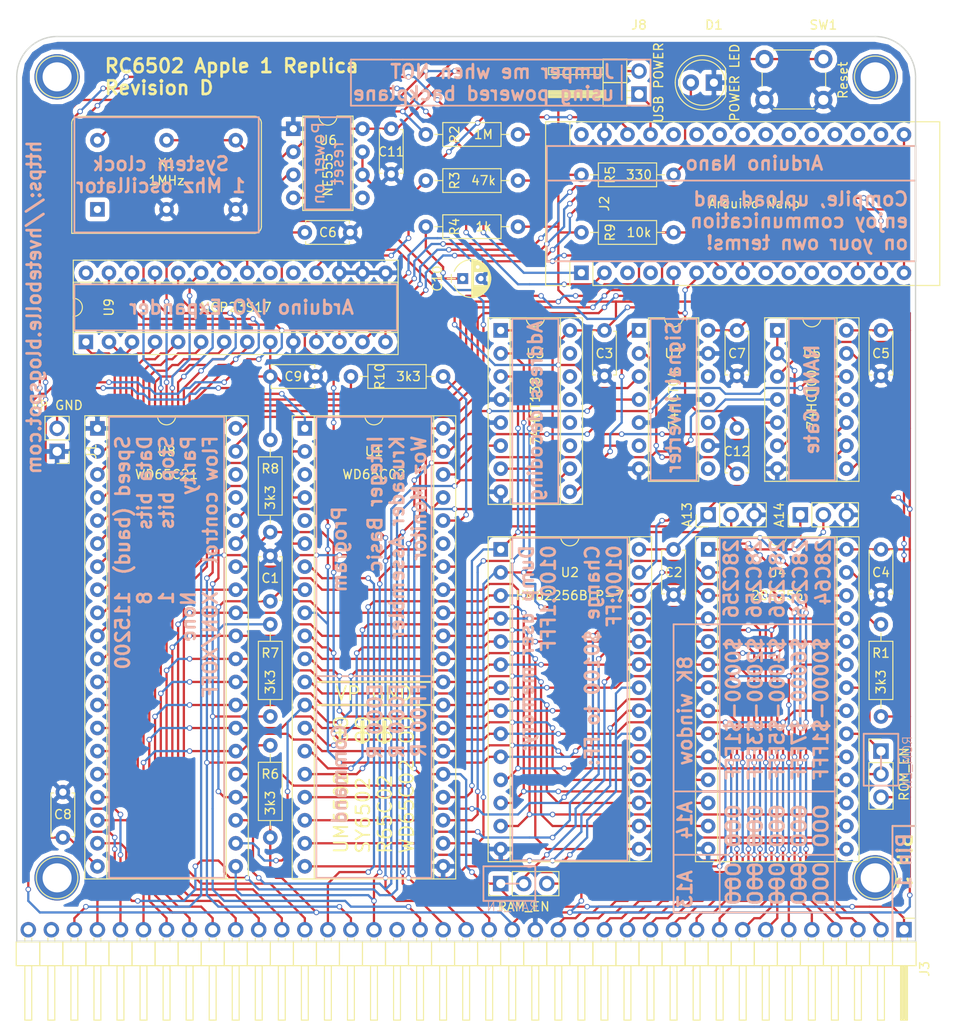
<source format=kicad_pcb>
(kicad_pcb (version 4) (host pcbnew 4.0.7)
  (layers (0 F.Cu signal) (31 B.Cu signal) (34 B.Paste user) (35 F.Paste user) (36 B.SilkS user) (37 F.SilkS user) (38 B.Mask user) (39 F.Mask user) (44 Edge.Cuts user))
  (net 0 "")
  (net 1 GND)
  (net 2 OUT_DA)
  (net 3 VCC)
  (net 4 "Net-(D1-Pad2)")
  (net 5 "Net-(J1-Pad2)")
  (net 6 TX)
  (net 7 RX)
  (net 8 KBD_READY)
  (net 9 KBD_STROBE)
  (net 10 OUT_RDA)
  (net 11 P_RESET)
  (net 12 "Net-(J2-Pad13)")
  (net 13 "Net-(J2-Pad14)")
  (net 14 "Net-(J2-Pad15)")
  (net 15 "Net-(J2-Pad16)")
  (net 16 A15)
  (net 17 A14)
  (net 18 A13)
  (net 19 A12)
  (net 20 A11)
  (net 21 A10)
  (net 22 A9)
  (net 23 A8)
  (net 24 A7)
  (net 25 A6)
  (net 26 A5)
  (net 27 A4)
  (net 28 A3)
  (net 29 A2)
  (net 30 A1)
  (net 31 A0)
  (net 32 PHI2)
  (net 33 RESET)
  (net 34 CLOCK)
  (net 35 IRQ)
  (net 36 RW)
  (net 37 RDY)
  (net 38 SYNC)
  (net 39 D0)
  (net 40 D1)
  (net 41 D2)
  (net 42 D3)
  (net 43 D4)
  (net 44 D5)
  (net 45 D6)
  (net 46 D7)
  (net 47 NMI)
  (net 48 A13_W)
  (net 49 A14_W)
  (net 50 "Net-(R1-Pad1)")
  (net 51 CS_PIA)
  (net 52 CS_ROM)
  (net 53 "Net-(U5-Pad1)")
  (net 54 KBD_D0)
  (net 55 KBD_D1)
  (net 56 KBD_D2)
  (net 57 KBD_D3)
  (net 58 KBD_D4)
  (net 59 KBD_D5)
  (net 60 KBD_D6)
  (net 61 KBD_D7)
  (net 62 OUT_D0)
  (net 63 OUT_D1)
  (net 64 OUT_D2)
  (net 65 OUT_D3)
  (net 66 OUT_D4)
  (net 67 OUT_D5)
  (net 68 OUT_D6)
  (net 69 "Net-(U2-Pad27)")
  (net 70 "Net-(U3-Pad9)")
  (net 71 "Net-(U3-Pad7)")
  (net 72 "Net-(U5-Pad13)")
  (net 73 "Net-(U6-Pad3)")
  (net 74 "Net-(U7-Pad1)")
  (net 75 "Net-(C6-Pad1)")
  (net 76 "Net-(C10-Pad1)")
  (net 77 "Net-(C12-Pad2)")
  (net 78 "Net-(J2-Pad27)")
  (net 79 "Net-(R10-Pad1)")
  (net 80 "Net-(J9-Pad2)")
  (net 81 "Net-(J10-Pad2)")
  (module Housings_DIP:DIP-40_W15.24mm_Socket (layer F.Cu) (at 147.955 82.55)
    (fp_text reference U1 (at 7.62 2.54) (layer F.SilkS))
    (fp_text value WD65C02 (at 7.62 5.08 180) (layer F.SilkS))
    (pad 1 thru_hole rect (at 0 0) (size 1.6 1.6) (drill 0.8) (layers *.Cu *.Mask) (net 5 "Net-(J1-Pad2)"))
    (pad 21 thru_hole oval (at 15.24 48.26) (size 1.6 1.6) (drill 0.8) (layers *.Cu *.Mask) (net 1 GND))
    (pad 2 thru_hole oval (at 0 2.54) (size 1.6 1.6) (drill 0.8) (layers *.Cu *.Mask) (net 37 RDY))
    (pad 22 thru_hole oval (at 15.24 45.72) (size 1.6 1.6) (drill 0.8) (layers *.Cu *.Mask) (net 19 A12))
    (pad 3 thru_hole oval (at 0 5.08) (size 1.6 1.6) (drill 0.8) (layers *.Cu *.Mask))
    (pad 23 thru_hole oval (at 15.24 43.18) (size 1.6 1.6) (drill 0.8) (layers *.Cu *.Mask) (net 18 A13))
    (pad 4 thru_hole oval (at 0 7.62) (size 1.6 1.6) (drill 0.8) (layers *.Cu *.Mask) (net 35 IRQ))
    (pad 24 thru_hole oval (at 15.24 40.64) (size 1.6 1.6) (drill 0.8) (layers *.Cu *.Mask) (net 17 A14))
    (pad 5 thru_hole oval (at 0 10.16) (size 1.6 1.6) (drill 0.8) (layers *.Cu *.Mask))
    (pad 25 thru_hole oval (at 15.24 38.1) (size 1.6 1.6) (drill 0.8) (layers *.Cu *.Mask) (net 16 A15))
    (pad 6 thru_hole oval (at 0 12.7) (size 1.6 1.6) (drill 0.8) (layers *.Cu *.Mask) (net 47 NMI))
    (pad 26 thru_hole oval (at 15.24 35.56) (size 1.6 1.6) (drill 0.8) (layers *.Cu *.Mask) (net 46 D7))
    (pad 7 thru_hole oval (at 0 15.24) (size 1.6 1.6) (drill 0.8) (layers *.Cu *.Mask) (net 38 SYNC))
    (pad 27 thru_hole oval (at 15.24 33.02) (size 1.6 1.6) (drill 0.8) (layers *.Cu *.Mask) (net 45 D6))
    (pad 8 thru_hole oval (at 0 17.78) (size 1.6 1.6) (drill 0.8) (layers *.Cu *.Mask) (net 3 VCC))
    (pad 28 thru_hole oval (at 15.24 30.48) (size 1.6 1.6) (drill 0.8) (layers *.Cu *.Mask) (net 44 D5))
    (pad 9 thru_hole oval (at 0 20.32) (size 1.6 1.6) (drill 0.8) (layers *.Cu *.Mask) (net 31 A0))
    (pad 29 thru_hole oval (at 15.24 27.94) (size 1.6 1.6) (drill 0.8) (layers *.Cu *.Mask) (net 43 D4))
    (pad 10 thru_hole oval (at 0 22.86) (size 1.6 1.6) (drill 0.8) (layers *.Cu *.Mask) (net 30 A1))
    (pad 30 thru_hole oval (at 15.24 25.4) (size 1.6 1.6) (drill 0.8) (layers *.Cu *.Mask) (net 42 D3))
    (pad 11 thru_hole oval (at 0 25.4) (size 1.6 1.6) (drill 0.8) (layers *.Cu *.Mask) (net 29 A2))
    (pad 31 thru_hole oval (at 15.24 22.86) (size 1.6 1.6) (drill 0.8) (layers *.Cu *.Mask) (net 41 D2))
    (pad 12 thru_hole oval (at 0 27.94) (size 1.6 1.6) (drill 0.8) (layers *.Cu *.Mask) (net 28 A3))
    (pad 32 thru_hole oval (at 15.24 20.32) (size 1.6 1.6) (drill 0.8) (layers *.Cu *.Mask) (net 40 D1))
    (pad 13 thru_hole oval (at 0 30.48) (size 1.6 1.6) (drill 0.8) (layers *.Cu *.Mask) (net 27 A4))
    (pad 33 thru_hole oval (at 15.24 17.78) (size 1.6 1.6) (drill 0.8) (layers *.Cu *.Mask) (net 39 D0))
    (pad 14 thru_hole oval (at 0 33.02) (size 1.6 1.6) (drill 0.8) (layers *.Cu *.Mask) (net 26 A5))
    (pad 34 thru_hole oval (at 15.24 15.24) (size 1.6 1.6) (drill 0.8) (layers *.Cu *.Mask) (net 36 RW))
    (pad 15 thru_hole oval (at 0 35.56) (size 1.6 1.6) (drill 0.8) (layers *.Cu *.Mask) (net 25 A6))
    (pad 35 thru_hole oval (at 15.24 12.7) (size 1.6 1.6) (drill 0.8) (layers *.Cu *.Mask))
    (pad 16 thru_hole oval (at 0 38.1) (size 1.6 1.6) (drill 0.8) (layers *.Cu *.Mask) (net 24 A7))
    (pad 36 thru_hole oval (at 15.24 10.16) (size 1.6 1.6) (drill 0.8) (layers *.Cu *.Mask) (net 79 "Net-(R10-Pad1)"))
    (pad 17 thru_hole oval (at 0 40.64) (size 1.6 1.6) (drill 0.8) (layers *.Cu *.Mask) (net 23 A8))
    (pad 37 thru_hole oval (at 15.24 7.62) (size 1.6 1.6) (drill 0.8) (layers *.Cu *.Mask) (net 34 CLOCK))
    (pad 18 thru_hole oval (at 0 43.18) (size 1.6 1.6) (drill 0.8) (layers *.Cu *.Mask) (net 22 A9))
    (pad 38 thru_hole oval (at 15.24 5.08) (size 1.6 1.6) (drill 0.8) (layers *.Cu *.Mask) (net 3 VCC))
    (pad 19 thru_hole oval (at 0 45.72) (size 1.6 1.6) (drill 0.8) (layers *.Cu *.Mask) (net 21 A10))
    (pad 39 thru_hole oval (at 15.24 2.54) (size 1.6 1.6) (drill 0.8) (layers *.Cu *.Mask) (net 32 PHI2))
    (pad 20 thru_hole oval (at 0 48.26) (size 1.6 1.6) (drill 0.8) (layers *.Cu *.Mask) (net 20 A11))
    (pad 40 thru_hole oval (at 15.24 0) (size 1.6 1.6) (drill 0.8) (layers *.Cu *.Mask) (net 33 RESET))
  )
  (module Capacitors_THT:C_Disc_D4.7mm_W2.5mm_P5.00mm (layer F.Cu) (at 144.145 101.6 90)
    (fp_text reference C1 (at 2.54 0 180) (layer F.SilkS))
    (fp_text value 100nF)
    (pad 1 thru_hole circle (at 0 0 90) (size 1.6 1.6) (drill 0.8) (layers *.Cu *.Mask) (net 3 VCC))
    (pad 2 thru_hole circle (at 5 0 90) (size 1.6 1.6) (drill 0.8) (layers *.Cu *.Mask) (net 1 GND))
  )
  (module Capacitors_THT:C_Disc_D4.7mm_W2.5mm_P5.00mm (layer F.Cu) (at 188.595 95.885 270)
    (fp_text reference C2 (at 2.54 0 360) (layer F.SilkS))
    (fp_text value 100nF)
    (pad 1 thru_hole circle (at 0 0 270) (size 1.6 1.6) (drill 0.8) (layers *.Cu *.Mask) (net 3 VCC))
    (pad 2 thru_hole circle (at 5 0 270) (size 1.6 1.6) (drill 0.8) (layers *.Cu *.Mask) (net 1 GND))
  )
  (module Capacitors_THT:C_Disc_D4.7mm_W2.5mm_P5.00mm (layer F.Cu) (at 211.455 95.885 270)
    (fp_text reference C4 (at 2.54 0 360) (layer F.SilkS))
    (fp_text value 100nF)
    (pad 1 thru_hole circle (at 0 0 270) (size 1.6 1.6) (drill 0.8) (layers *.Cu *.Mask) (net 3 VCC))
    (pad 2 thru_hole circle (at 5 0 270) (size 1.6 1.6) (drill 0.8) (layers *.Cu *.Mask) (net 1 GND))
  )
  (module Capacitors_THT:C_Disc_D4.7mm_W2.5mm_P5.00mm (layer F.Cu) (at 211.455 71.755 270)
    (fp_text reference C5 (at 2.54 0 360) (layer F.SilkS))
    (fp_text value 100nF)
    (pad 1 thru_hole circle (at 0 0 270) (size 1.6 1.6) (drill 0.8) (layers *.Cu *.Mask) (net 3 VCC))
    (pad 2 thru_hole circle (at 5 0 270) (size 1.6 1.6) (drill 0.8) (layers *.Cu *.Mask) (net 1 GND))
  )
  (module Capacitors_THT:C_Disc_D4.7mm_W2.5mm_P5.00mm (layer F.Cu) (at 147.955 60.96)
    (fp_text reference C6 (at 2.54 0) (layer F.SilkS))
    (fp_text value 100nF)
    (pad 1 thru_hole circle (at 0 0) (size 1.6 1.6) (drill 0.8) (layers *.Cu *.Mask) (net 75 "Net-(C6-Pad1)"))
    (pad 2 thru_hole circle (at 5 0) (size 1.6 1.6) (drill 0.8) (layers *.Cu *.Mask) (net 1 GND))
  )
  (module Capacitors_THT:C_Disc_D4.7mm_W2.5mm_P5.00mm (layer F.Cu) (at 195.58 71.755 270)
    (fp_text reference C7 (at 2.54 0 360) (layer F.SilkS))
    (fp_text value 100nF)
    (pad 1 thru_hole circle (at 0 0 270) (size 1.6 1.6) (drill 0.8) (layers *.Cu *.Mask) (net 3 VCC))
    (pad 2 thru_hole circle (at 5 0 270) (size 1.6 1.6) (drill 0.8) (layers *.Cu *.Mask) (net 1 GND))
  )
  (module Capacitors_THT:C_Disc_D4.7mm_W2.5mm_P5.00mm (layer F.Cu) (at 121.285 127.635 90)
    (fp_text reference C8 (at 2.54 0 180) (layer F.SilkS))
    (fp_text value 100nF)
    (pad 1 thru_hole circle (at 0 0 90) (size 1.6 1.6) (drill 0.8) (layers *.Cu *.Mask) (net 3 VCC))
    (pad 2 thru_hole circle (at 5 0 90) (size 1.6 1.6) (drill 0.8) (layers *.Cu *.Mask) (net 1 GND))
  )
  (module Capacitors_THT:C_Disc_D4.7mm_W2.5mm_P5.00mm (layer F.Cu) (at 144.145 76.835)
    (fp_text reference C9 (at 2.54 0) (layer F.SilkS))
    (fp_text value 100nF)
    (pad 1 thru_hole circle (at 0 0) (size 1.6 1.6) (drill 0.8) (layers *.Cu *.Mask) (net 3 VCC))
    (pad 2 thru_hole circle (at 5 0) (size 1.6 1.6) (drill 0.8) (layers *.Cu *.Mask) (net 1 GND))
  )
  (module Capacitors_THT:C_Disc_D4.7mm_W2.5mm_P5.00mm (layer F.Cu) (at 157.48 49.53 270)
    (fp_text reference C11 (at 2.54 0 360) (layer F.SilkS))
    (fp_text value 100nF)
    (pad 1 thru_hole circle (at 0 0 270) (size 1.6 1.6) (drill 0.8) (layers *.Cu *.Mask) (net 3 VCC))
    (pad 2 thru_hole circle (at 5 0 270) (size 1.6 1.6) (drill 0.8) (layers *.Cu *.Mask) (net 1 GND))
  )
  (module Modules:Arduino_Nano (layer F.Cu) (at 178.435 65.405 90)
    (fp_text reference J2 (at 7.62 2.54 90) (layer F.SilkS))
    (fp_text value "Arduino Nano" (at 7.62 19.05 180) (layer F.SilkS))
    (pad 1 thru_hole rect (at 0 0 90) (size 1.6 1.6) (drill 0.8) (layers *.Cu *.Mask) (net 6 TX))
    (pad 17 thru_hole oval (at 15.24 33.02 90) (size 1.6 1.6) (drill 0.8) (layers *.Cu *.Mask))
    (pad 2 thru_hole oval (at 0 2.54 90) (size 1.6 1.6) (drill 0.8) (layers *.Cu *.Mask) (net 7 RX))
    (pad 18 thru_hole oval (at 15.24 30.48 90) (size 1.6 1.6) (drill 0.8) (layers *.Cu *.Mask))
    (pad 3 thru_hole oval (at 0 5.08 90) (size 1.6 1.6) (drill 0.8) (layers *.Cu *.Mask))
    (pad 19 thru_hole oval (at 15.24 27.94 90) (size 1.6 1.6) (drill 0.8) (layers *.Cu *.Mask))
    (pad 4 thru_hole oval (at 0 7.62 90) (size 1.6 1.6) (drill 0.8) (layers *.Cu *.Mask))
    (pad 20 thru_hole oval (at 15.24 25.4 90) (size 1.6 1.6) (drill 0.8) (layers *.Cu *.Mask))
    (pad 5 thru_hole oval (at 0 10.16 90) (size 1.6 1.6) (drill 0.8) (layers *.Cu *.Mask) (net 8 KBD_READY))
    (pad 21 thru_hole oval (at 15.24 22.86 90) (size 1.6 1.6) (drill 0.8) (layers *.Cu *.Mask))
    (pad 6 thru_hole oval (at 0 12.7 90) (size 1.6 1.6) (drill 0.8) (layers *.Cu *.Mask) (net 2 OUT_DA))
    (pad 22 thru_hole oval (at 15.24 20.32 90) (size 1.6 1.6) (drill 0.8) (layers *.Cu *.Mask))
    (pad 7 thru_hole oval (at 0 15.24 90) (size 1.6 1.6) (drill 0.8) (layers *.Cu *.Mask) (net 9 KBD_STROBE))
    (pad 23 thru_hole oval (at 15.24 17.78 90) (size 1.6 1.6) (drill 0.8) (layers *.Cu *.Mask))
    (pad 8 thru_hole oval (at 0 17.78 90) (size 1.6 1.6) (drill 0.8) (layers *.Cu *.Mask) (net 10 OUT_RDA))
    (pad 24 thru_hole oval (at 15.24 15.24 90) (size 1.6 1.6) (drill 0.8) (layers *.Cu *.Mask))
    (pad 9 thru_hole oval (at 0 20.32 90) (size 1.6 1.6) (drill 0.8) (layers *.Cu *.Mask))
    (pad 25 thru_hole oval (at 15.24 12.7 90) (size 1.6 1.6) (drill 0.8) (layers *.Cu *.Mask))
    (pad 10 thru_hole oval (at 0 22.86 90) (size 1.6 1.6) (drill 0.8) (layers *.Cu *.Mask))
    (pad 26 thru_hole oval (at 15.24 10.16 90) (size 1.6 1.6) (drill 0.8) (layers *.Cu *.Mask))
    (pad 11 thru_hole oval (at 0 25.4 90) (size 1.6 1.6) (drill 0.8) (layers *.Cu *.Mask))
    (pad 27 thru_hole oval (at 15.24 7.62 90) (size 1.6 1.6) (drill 0.8) (layers *.Cu *.Mask) (net 78 "Net-(J2-Pad27)"))
    (pad 12 thru_hole oval (at 0 27.94 90) (size 1.6 1.6) (drill 0.8) (layers *.Cu *.Mask))
    (pad 28 thru_hole oval (at 15.24 5.08 90) (size 1.6 1.6) (drill 0.8) (layers *.Cu *.Mask) (net 11 P_RESET))
    (pad 13 thru_hole oval (at 0 30.48 90) (size 1.6 1.6) (drill 0.8) (layers *.Cu *.Mask) (net 12 "Net-(J2-Pad13)"))
    (pad 29 thru_hole oval (at 15.24 2.54 90) (size 1.6 1.6) (drill 0.8) (layers *.Cu *.Mask) (net 1 GND))
    (pad 14 thru_hole oval (at 0 33.02 90) (size 1.6 1.6) (drill 0.8) (layers *.Cu *.Mask) (net 13 "Net-(J2-Pad14)"))
    (pad 30 thru_hole oval (at 15.24 0 90) (size 1.6 1.6) (drill 0.8) (layers *.Cu *.Mask))
    (pad 15 thru_hole oval (at 0 35.56 90) (size 1.6 1.6) (drill 0.8) (layers *.Cu *.Mask) (net 14 "Net-(J2-Pad15)"))
    (pad 16 thru_hole oval (at 15.24 35.56 90) (size 1.6 1.6) (drill 0.8) (layers *.Cu *.Mask) (net 15 "Net-(J2-Pad16)"))
  )
  (module Pin_Headers:Pin_Header_Angled_1x39_Pitch2.54mm (layer F.Cu) (at 213.995 137.795 270)
    (fp_text reference J3 (at 4.315 -2.27 270) (layer F.SilkS))
    (fp_text value Backplane)
    (pad 1 thru_hole rect (at 0 0 270) (size 1.7 1.7) (drill 1) (layers *.Cu *.Mask) (net 16 A15))
    (pad 2 thru_hole oval (at 0 2.54 270) (size 1.7 1.7) (drill 1) (layers *.Cu *.Mask) (net 17 A14))
    (pad 3 thru_hole oval (at 0 5.08 270) (size 1.7 1.7) (drill 1) (layers *.Cu *.Mask) (net 18 A13))
    (pad 4 thru_hole oval (at 0 7.62 270) (size 1.7 1.7) (drill 1) (layers *.Cu *.Mask) (net 19 A12))
    (pad 5 thru_hole oval (at 0 10.16 270) (size 1.7 1.7) (drill 1) (layers *.Cu *.Mask) (net 20 A11))
    (pad 6 thru_hole oval (at 0 12.7 270) (size 1.7 1.7) (drill 1) (layers *.Cu *.Mask) (net 21 A10))
    (pad 7 thru_hole oval (at 0 15.24 270) (size 1.7 1.7) (drill 1) (layers *.Cu *.Mask) (net 22 A9))
    (pad 8 thru_hole oval (at 0 17.78 270) (size 1.7 1.7) (drill 1) (layers *.Cu *.Mask) (net 23 A8))
    (pad 9 thru_hole oval (at 0 20.32 270) (size 1.7 1.7) (drill 1) (layers *.Cu *.Mask) (net 24 A7))
    (pad 10 thru_hole oval (at 0 22.86 270) (size 1.7 1.7) (drill 1) (layers *.Cu *.Mask) (net 25 A6))
    (pad 11 thru_hole oval (at 0 25.4 270) (size 1.7 1.7) (drill 1) (layers *.Cu *.Mask) (net 26 A5))
    (pad 12 thru_hole oval (at 0 27.94 270) (size 1.7 1.7) (drill 1) (layers *.Cu *.Mask) (net 27 A4))
    (pad 13 thru_hole oval (at 0 30.48 270) (size 1.7 1.7) (drill 1) (layers *.Cu *.Mask) (net 28 A3))
    (pad 14 thru_hole oval (at 0 33.02 270) (size 1.7 1.7) (drill 1) (layers *.Cu *.Mask) (net 29 A2))
    (pad 15 thru_hole oval (at 0 35.56 270) (size 1.7 1.7) (drill 1) (layers *.Cu *.Mask) (net 30 A1))
    (pad 16 thru_hole oval (at 0 38.1 270) (size 1.7 1.7) (drill 1) (layers *.Cu *.Mask) (net 31 A0))
    (pad 17 thru_hole oval (at 0 40.64 270) (size 1.7 1.7) (drill 1) (layers *.Cu *.Mask) (net 1 GND))
    (pad 18 thru_hole oval (at 0 43.18 270) (size 1.7 1.7) (drill 1) (layers *.Cu *.Mask) (net 3 VCC))
    (pad 19 thru_hole oval (at 0 45.72 270) (size 1.7 1.7) (drill 1) (layers *.Cu *.Mask) (net 32 PHI2))
    (pad 20 thru_hole oval (at 0 48.26 270) (size 1.7 1.7) (drill 1) (layers *.Cu *.Mask) (net 33 RESET))
    (pad 21 thru_hole oval (at 0 50.8 270) (size 1.7 1.7) (drill 1) (layers *.Cu *.Mask) (net 34 CLOCK))
    (pad 22 thru_hole oval (at 0 53.34 270) (size 1.7 1.7) (drill 1) (layers *.Cu *.Mask) (net 35 IRQ))
    (pad 23 thru_hole oval (at 0 55.88 270) (size 1.7 1.7) (drill 1) (layers *.Cu *.Mask))
    (pad 24 thru_hole oval (at 0 58.42 270) (size 1.7 1.7) (drill 1) (layers *.Cu *.Mask) (net 36 RW))
    (pad 25 thru_hole oval (at 0 60.96 270) (size 1.7 1.7) (drill 1) (layers *.Cu *.Mask) (net 37 RDY))
    (pad 26 thru_hole oval (at 0 63.5 270) (size 1.7 1.7) (drill 1) (layers *.Cu *.Mask) (net 38 SYNC))
    (pad 27 thru_hole oval (at 0 66.04 270) (size 1.7 1.7) (drill 1) (layers *.Cu *.Mask) (net 39 D0))
    (pad 28 thru_hole oval (at 0 68.58 270) (size 1.7 1.7) (drill 1) (layers *.Cu *.Mask) (net 40 D1))
    (pad 29 thru_hole oval (at 0 71.12 270) (size 1.7 1.7) (drill 1) (layers *.Cu *.Mask) (net 41 D2))
    (pad 30 thru_hole oval (at 0 73.66 270) (size 1.7 1.7) (drill 1) (layers *.Cu *.Mask) (net 42 D3))
    (pad 31 thru_hole oval (at 0 76.2 270) (size 1.7 1.7) (drill 1) (layers *.Cu *.Mask) (net 43 D4))
    (pad 32 thru_hole oval (at 0 78.74 270) (size 1.7 1.7) (drill 1) (layers *.Cu *.Mask) (net 44 D5))
    (pad 33 thru_hole oval (at 0 81.28 270) (size 1.7 1.7) (drill 1) (layers *.Cu *.Mask) (net 45 D6))
    (pad 34 thru_hole oval (at 0 83.82 270) (size 1.7 1.7) (drill 1) (layers *.Cu *.Mask) (net 46 D7))
    (pad 35 thru_hole oval (at 0 86.36 270) (size 1.7 1.7) (drill 1) (layers *.Cu *.Mask) (net 6 TX))
    (pad 36 thru_hole oval (at 0 88.9 270) (size 1.7 1.7) (drill 1) (layers *.Cu *.Mask) (net 7 RX))
    (pad 37 thru_hole oval (at 0 91.44 270) (size 1.7 1.7) (drill 1) (layers *.Cu *.Mask) (net 47 NMI))
    (pad 38 thru_hole oval (at 0 93.98 270) (size 1.7 1.7) (drill 1) (layers *.Cu *.Mask))
    (pad 39 thru_hole oval (at 0 96.52 270) (size 1.7 1.7) (drill 1) (layers *.Cu *.Mask))
  )
  (module Resistors_THT:R_Axial_DIN0207_L6.3mm_D2.5mm_P10.16mm_Horizontal (layer F.Cu) (at 211.455 104.14 270)
    (fp_text reference R1 (at 3.175 0 360) (layer F.SilkS))
    (fp_text value 3k3 (at 6.35 0 270) (layer F.SilkS))
    (pad 1 thru_hole circle (at 0 0 270) (size 1.6 1.6) (drill 0.8) (layers *.Cu *.Mask) (net 50 "Net-(R1-Pad1)"))
    (pad 2 thru_hole oval (at 10.16 0 270) (size 1.6 1.6) (drill 0.8) (layers *.Cu *.Mask) (net 3 VCC))
  )
  (module Resistors_THT:R_Axial_DIN0207_L6.3mm_D2.5mm_P10.16mm_Horizontal (layer F.Cu) (at 171.45 50.165 180)
    (fp_text reference R2 (at 6.985 0 270) (layer F.SilkS))
    (fp_text value 1M (at 3.81 0 180) (layer F.SilkS))
    (pad 1 thru_hole circle (at 0 0 180) (size 1.6 1.6) (drill 0.8) (layers *.Cu *.Mask) (net 3 VCC))
    (pad 2 thru_hole oval (at 10.16 0 180) (size 1.6 1.6) (drill 0.8) (layers *.Cu *.Mask) (net 75 "Net-(C6-Pad1)"))
  )
  (module Resistors_THT:R_Axial_DIN0207_L6.3mm_D2.5mm_P10.16mm_Horizontal (layer F.Cu) (at 171.45 55.245 180)
    (fp_text reference R3 (at 6.985 0 270) (layer F.SilkS))
    (fp_text value 47k (at 3.81 0 180) (layer F.SilkS))
    (pad 1 thru_hole circle (at 0 0 180) (size 1.6 1.6) (drill 0.8) (layers *.Cu *.Mask) (net 3 VCC))
    (pad 2 thru_hole oval (at 10.16 0 180) (size 1.6 1.6) (drill 0.8) (layers *.Cu *.Mask) (net 76 "Net-(C10-Pad1)"))
  )
  (module Resistors_THT:R_Axial_DIN0207_L6.3mm_D2.5mm_P10.16mm_Horizontal (layer F.Cu) (at 161.29 60.325)
    (fp_text reference R4 (at 3.175 0 90) (layer F.SilkS))
    (fp_text value 1k (at 6.35 0) (layer F.SilkS))
    (pad 1 thru_hole circle (at 0 0) (size 1.6 1.6) (drill 0.8) (layers *.Cu *.Mask) (net 33 RESET))
    (pad 2 thru_hole oval (at 10.16 0) (size 1.6 1.6) (drill 0.8) (layers *.Cu *.Mask) (net 3 VCC))
  )
  (module Resistors_THT:R_Axial_DIN0207_L6.3mm_D2.5mm_P10.16mm_Horizontal (layer F.Cu) (at 178.435 54.61)
    (fp_text reference R5 (at 3.175 0 90) (layer F.SilkS))
    (fp_text value 330 (at 6.35 0) (layer F.SilkS))
    (pad 1 thru_hole circle (at 0 0) (size 1.6 1.6) (drill 0.8) (layers *.Cu *.Mask) (net 3 VCC))
    (pad 2 thru_hole oval (at 10.16 0) (size 1.6 1.6) (drill 0.8) (layers *.Cu *.Mask) (net 4 "Net-(D1-Pad2)"))
  )
  (module Resistors_THT:R_Axial_DIN0207_L6.3mm_D2.5mm_P10.16mm_Horizontal (layer F.Cu) (at 144.145 117.475 270)
    (fp_text reference R6 (at 3.175 0 360) (layer F.SilkS))
    (fp_text value 3k3 (at 6.35 0 270) (layer F.SilkS))
    (pad 1 thru_hole circle (at 0 0 270) (size 1.6 1.6) (drill 0.8) (layers *.Cu *.Mask) (net 37 RDY))
    (pad 2 thru_hole oval (at 10.16 0 270) (size 1.6 1.6) (drill 0.8) (layers *.Cu *.Mask) (net 3 VCC))
  )
  (module Resistors_THT:R_Axial_DIN0207_L6.3mm_D2.5mm_P10.16mm_Horizontal (layer F.Cu) (at 144.145 114.3 90)
    (fp_text reference R7 (at 6.985 0 180) (layer F.SilkS))
    (fp_text value 3k3 (at 3.81 0 90) (layer F.SilkS))
    (pad 1 thru_hole circle (at 0 0 90) (size 1.6 1.6) (drill 0.8) (layers *.Cu *.Mask) (net 35 IRQ))
    (pad 2 thru_hole oval (at 10.16 0 90) (size 1.6 1.6) (drill 0.8) (layers *.Cu *.Mask) (net 3 VCC))
  )
  (module Resistors_THT:R_Axial_DIN0207_L6.3mm_D2.5mm_P10.16mm_Horizontal (layer F.Cu) (at 144.145 93.98 90)
    (fp_text reference R8 (at 6.985 0 180) (layer F.SilkS))
    (fp_text value 3k3 (at 3.81 0 90) (layer F.SilkS))
    (pad 1 thru_hole circle (at 0 0 90) (size 1.6 1.6) (drill 0.8) (layers *.Cu *.Mask) (net 47 NMI))
    (pad 2 thru_hole oval (at 10.16 0 90) (size 1.6 1.6) (drill 0.8) (layers *.Cu *.Mask) (net 3 VCC))
  )
  (module Resistors_THT:R_Axial_DIN0207_L6.3mm_D2.5mm_P10.16mm_Horizontal (layer F.Cu) (at 178.435 60.96)
    (fp_text reference R9 (at 3.175 0 90) (layer F.SilkS))
    (fp_text value 10k (at 6.35 0) (layer F.SilkS))
    (pad 1 thru_hole circle (at 0 0) (size 1.6 1.6) (drill 0.8) (layers *.Cu *.Mask) (net 3 VCC))
    (pad 2 thru_hole oval (at 10.16 0) (size 1.6 1.6) (drill 0.8) (layers *.Cu *.Mask) (net 12 "Net-(J2-Pad13)"))
  )
  (module Buttons_Switches_THT:SW_PUSH_6mm (layer F.Cu) (at 205.105 46.355 180)
    (fp_text reference SW1 (at 0 8.255 180) (layer F.SilkS))
    (fp_text value RESET)
    (pad 2 thru_hole circle (at 0 4.5 270) (size 2 2) (drill 1.1) (layers *.Cu *.Mask) (net 75 "Net-(C6-Pad1)"))
    (pad 1 thru_hole circle (at 0 0 270) (size 2 2) (drill 1.1) (layers *.Cu *.Mask) (net 1 GND))
    (pad 2 thru_hole circle (at 6.5 4.5 270) (size 2 2) (drill 1.1) (layers *.Cu *.Mask) (net 75 "Net-(C6-Pad1)"))
    (pad 1 thru_hole circle (at 6.5 0 270) (size 2 2) (drill 1.1) (layers *.Cu *.Mask) (net 1 GND))
  )
  (module Housings_DIP:DIP-28_W15.24mm_Socket (layer F.Cu) (at 169.545 95.885)
    (fp_text reference U2 (at 7.62 2.54) (layer F.SilkS))
    (fp_text value HM62256BLP-7 (at 7.62 5.08) (layer F.SilkS))
    (pad 1 thru_hole rect (at 0 0) (size 1.6 1.6) (drill 0.8) (layers *.Cu *.Mask) (net 17 A14))
    (pad 15 thru_hole oval (at 15.24 33.02) (size 1.6 1.6) (drill 0.8) (layers *.Cu *.Mask) (net 42 D3))
    (pad 2 thru_hole oval (at 0 2.54) (size 1.6 1.6) (drill 0.8) (layers *.Cu *.Mask) (net 19 A12))
    (pad 16 thru_hole oval (at 15.24 30.48) (size 1.6 1.6) (drill 0.8) (layers *.Cu *.Mask) (net 43 D4))
    (pad 3 thru_hole oval (at 0 5.08) (size 1.6 1.6) (drill 0.8) (layers *.Cu *.Mask) (net 24 A7))
    (pad 17 thru_hole oval (at 15.24 27.94) (size 1.6 1.6) (drill 0.8) (layers *.Cu *.Mask) (net 44 D5))
    (pad 4 thru_hole oval (at 0 7.62) (size 1.6 1.6) (drill 0.8) (layers *.Cu *.Mask) (net 25 A6))
    (pad 18 thru_hole oval (at 15.24 25.4) (size 1.6 1.6) (drill 0.8) (layers *.Cu *.Mask) (net 45 D6))
    (pad 5 thru_hole oval (at 0 10.16) (size 1.6 1.6) (drill 0.8) (layers *.Cu *.Mask) (net 26 A5))
    (pad 19 thru_hole oval (at 15.24 22.86) (size 1.6 1.6) (drill 0.8) (layers *.Cu *.Mask) (net 46 D7))
    (pad 6 thru_hole oval (at 0 12.7) (size 1.6 1.6) (drill 0.8) (layers *.Cu *.Mask) (net 27 A4))
    (pad 20 thru_hole oval (at 15.24 20.32) (size 1.6 1.6) (drill 0.8) (layers *.Cu *.Mask) (net 81 "Net-(J10-Pad2)"))
    (pad 7 thru_hole oval (at 0 15.24) (size 1.6 1.6) (drill 0.8) (layers *.Cu *.Mask) (net 28 A3))
    (pad 21 thru_hole oval (at 15.24 17.78) (size 1.6 1.6) (drill 0.8) (layers *.Cu *.Mask) (net 21 A10))
    (pad 8 thru_hole oval (at 0 17.78) (size 1.6 1.6) (drill 0.8) (layers *.Cu *.Mask) (net 29 A2))
    (pad 22 thru_hole oval (at 15.24 15.24) (size 1.6 1.6) (drill 0.8) (layers *.Cu *.Mask) (net 81 "Net-(J10-Pad2)"))
    (pad 9 thru_hole oval (at 0 20.32) (size 1.6 1.6) (drill 0.8) (layers *.Cu *.Mask) (net 30 A1))
    (pad 23 thru_hole oval (at 15.24 12.7) (size 1.6 1.6) (drill 0.8) (layers *.Cu *.Mask) (net 20 A11))
    (pad 10 thru_hole oval (at 0 22.86) (size 1.6 1.6) (drill 0.8) (layers *.Cu *.Mask) (net 31 A0))
    (pad 24 thru_hole oval (at 15.24 10.16) (size 1.6 1.6) (drill 0.8) (layers *.Cu *.Mask) (net 22 A9))
    (pad 11 thru_hole oval (at 0 25.4) (size 1.6 1.6) (drill 0.8) (layers *.Cu *.Mask) (net 39 D0))
    (pad 25 thru_hole oval (at 15.24 7.62) (size 1.6 1.6) (drill 0.8) (layers *.Cu *.Mask) (net 23 A8))
    (pad 12 thru_hole oval (at 0 27.94) (size 1.6 1.6) (drill 0.8) (layers *.Cu *.Mask) (net 40 D1))
    (pad 26 thru_hole oval (at 15.24 5.08) (size 1.6 1.6) (drill 0.8) (layers *.Cu *.Mask) (net 18 A13))
    (pad 13 thru_hole oval (at 0 30.48) (size 1.6 1.6) (drill 0.8) (layers *.Cu *.Mask) (net 41 D2))
    (pad 27 thru_hole oval (at 15.24 2.54) (size 1.6 1.6) (drill 0.8) (layers *.Cu *.Mask) (net 69 "Net-(U2-Pad27)"))
    (pad 14 thru_hole oval (at 0 33.02) (size 1.6 1.6) (drill 0.8) (layers *.Cu *.Mask) (net 1 GND))
    (pad 28 thru_hole oval (at 15.24 0) (size 1.6 1.6) (drill 0.8) (layers *.Cu *.Mask) (net 3 VCC))
  )
  (module Housings_DIP:DIP-14_W7.62mm_Socket (layer F.Cu) (at 200.025 71.755)
    (fp_text reference U5 (at 3.81 2.54) (layer F.SilkS))
    (fp_text value 74HCT00 (at 3.81 7.62 90) (layer F.SilkS))
    (pad 1 thru_hole rect (at 0 0) (size 1.6 1.6) (drill 0.8) (layers *.Cu *.Mask) (net 53 "Net-(U5-Pad1)"))
    (pad 8 thru_hole oval (at 7.62 15.24) (size 1.6 1.6) (drill 0.8) (layers *.Cu *.Mask) (net 72 "Net-(U5-Pad13)"))
    (pad 2 thru_hole oval (at 0 2.54) (size 1.6 1.6) (drill 0.8) (layers *.Cu *.Mask) (net 53 "Net-(U5-Pad1)"))
    (pad 9 thru_hole oval (at 7.62 12.7) (size 1.6 1.6) (drill 0.8) (layers *.Cu *.Mask) (net 36 RW))
    (pad 3 thru_hole oval (at 0 5.08) (size 1.6 1.6) (drill 0.8) (layers *.Cu *.Mask) (net 52 CS_ROM))
    (pad 10 thru_hole oval (at 7.62 10.16) (size 1.6 1.6) (drill 0.8) (layers *.Cu *.Mask) (net 36 RW))
    (pad 4 thru_hole oval (at 0 7.62) (size 1.6 1.6) (drill 0.8) (layers *.Cu *.Mask) (net 70 "Net-(U3-Pad9)"))
    (pad 11 thru_hole oval (at 7.62 7.62) (size 1.6 1.6) (drill 0.8) (layers *.Cu *.Mask) (net 69 "Net-(U2-Pad27)"))
    (pad 5 thru_hole oval (at 0 10.16) (size 1.6 1.6) (drill 0.8) (layers *.Cu *.Mask) (net 71 "Net-(U3-Pad7)"))
    (pad 12 thru_hole oval (at 7.62 5.08) (size 1.6 1.6) (drill 0.8) (layers *.Cu *.Mask) (net 32 PHI2))
    (pad 6 thru_hole oval (at 0 12.7) (size 1.6 1.6) (drill 0.8) (layers *.Cu *.Mask) (net 53 "Net-(U5-Pad1)"))
    (pad 13 thru_hole oval (at 7.62 2.54) (size 1.6 1.6) (drill 0.8) (layers *.Cu *.Mask) (net 72 "Net-(U5-Pad13)"))
    (pad 7 thru_hole oval (at 0 15.24) (size 1.6 1.6) (drill 0.8) (layers *.Cu *.Mask) (net 1 GND))
    (pad 14 thru_hole oval (at 7.62 0) (size 1.6 1.6) (drill 0.8) (layers *.Cu *.Mask) (net 3 VCC))
  )
  (module Housings_DIP:DIP-14_W7.62mm (layer F.Cu) (at 184.785 71.755)
    (fp_text reference U7 (at 3.81 2.54) (layer F.SilkS))
    (fp_text value 74HCT04 (at 3.81 7.62 90) (layer F.SilkS))
    (pad 1 thru_hole rect (at 0 0) (size 1.6 1.6) (drill 0.8) (layers *.Cu *.Mask) (net 74 "Net-(U7-Pad1)"))
    (pad 8 thru_hole oval (at 7.62 15.24) (size 1.6 1.6) (drill 0.8) (layers *.Cu *.Mask))
    (pad 2 thru_hole oval (at 0 2.54) (size 1.6 1.6) (drill 0.8) (layers *.Cu *.Mask) (net 77 "Net-(C12-Pad2)"))
    (pad 9 thru_hole oval (at 7.62 12.7) (size 1.6 1.6) (drill 0.8) (layers *.Cu *.Mask) (net 1 GND))
    (pad 3 thru_hole oval (at 0 5.08) (size 1.6 1.6) (drill 0.8) (layers *.Cu *.Mask) (net 73 "Net-(U6-Pad3)"))
    (pad 10 thru_hole oval (at 7.62 10.16) (size 1.6 1.6) (drill 0.8) (layers *.Cu *.Mask))
    (pad 4 thru_hole oval (at 0 7.62) (size 1.6 1.6) (drill 0.8) (layers *.Cu *.Mask) (net 33 RESET))
    (pad 11 thru_hole oval (at 7.62 7.62) (size 1.6 1.6) (drill 0.8) (layers *.Cu *.Mask) (net 1 GND))
    (pad 5 thru_hole oval (at 0 10.16) (size 1.6 1.6) (drill 0.8) (layers *.Cu *.Mask) (net 1 GND))
    (pad 12 thru_hole oval (at 7.62 5.08) (size 1.6 1.6) (drill 0.8) (layers *.Cu *.Mask))
    (pad 6 thru_hole oval (at 0 12.7) (size 1.6 1.6) (drill 0.8) (layers *.Cu *.Mask))
    (pad 13 thru_hole oval (at 7.62 2.54) (size 1.6 1.6) (drill 0.8) (layers *.Cu *.Mask) (net 1 GND))
    (pad 7 thru_hole oval (at 0 15.24) (size 1.6 1.6) (drill 0.8) (layers *.Cu *.Mask) (net 1 GND))
    (pad 14 thru_hole oval (at 7.62 0) (size 1.6 1.6) (drill 0.8) (layers *.Cu *.Mask) (net 3 VCC))
  )
  (module Housings_DIP:DIP-40_W15.24mm_Socket (layer F.Cu) (at 125.095 82.55)
    (fp_text reference U8 (at 7.62 2.54) (layer F.SilkS))
    (fp_text value WD65C21 (at 7.62 5.08) (layer F.SilkS))
    (pad 1 thru_hole rect (at 0 0) (size 1.6 1.6) (drill 0.8) (layers *.Cu *.Mask) (net 1 GND))
    (pad 21 thru_hole oval (at 15.24 48.26) (size 1.6 1.6) (drill 0.8) (layers *.Cu *.Mask) (net 36 RW))
    (pad 2 thru_hole oval (at 0 2.54) (size 1.6 1.6) (drill 0.8) (layers *.Cu *.Mask) (net 54 KBD_D0))
    (pad 22 thru_hole oval (at 15.24 45.72) (size 1.6 1.6) (drill 0.8) (layers *.Cu *.Mask) (net 27 A4))
    (pad 3 thru_hole oval (at 0 5.08) (size 1.6 1.6) (drill 0.8) (layers *.Cu *.Mask) (net 55 KBD_D1))
    (pad 23 thru_hole oval (at 15.24 43.18) (size 1.6 1.6) (drill 0.8) (layers *.Cu *.Mask) (net 51 CS_PIA))
    (pad 4 thru_hole oval (at 0 7.62) (size 1.6 1.6) (drill 0.8) (layers *.Cu *.Mask) (net 56 KBD_D2))
    (pad 24 thru_hole oval (at 15.24 40.64) (size 1.6 1.6) (drill 0.8) (layers *.Cu *.Mask) (net 3 VCC))
    (pad 5 thru_hole oval (at 0 10.16) (size 1.6 1.6) (drill 0.8) (layers *.Cu *.Mask) (net 57 KBD_D3))
    (pad 25 thru_hole oval (at 15.24 38.1) (size 1.6 1.6) (drill 0.8) (layers *.Cu *.Mask) (net 32 PHI2))
    (pad 6 thru_hole oval (at 0 12.7) (size 1.6 1.6) (drill 0.8) (layers *.Cu *.Mask) (net 58 KBD_D4))
    (pad 26 thru_hole oval (at 15.24 35.56) (size 1.6 1.6) (drill 0.8) (layers *.Cu *.Mask) (net 46 D7))
    (pad 7 thru_hole oval (at 0 15.24) (size 1.6 1.6) (drill 0.8) (layers *.Cu *.Mask) (net 59 KBD_D5))
    (pad 27 thru_hole oval (at 15.24 33.02) (size 1.6 1.6) (drill 0.8) (layers *.Cu *.Mask) (net 45 D6))
    (pad 8 thru_hole oval (at 0 17.78) (size 1.6 1.6) (drill 0.8) (layers *.Cu *.Mask) (net 60 KBD_D6))
    (pad 28 thru_hole oval (at 15.24 30.48) (size 1.6 1.6) (drill 0.8) (layers *.Cu *.Mask) (net 44 D5))
    (pad 9 thru_hole oval (at 0 20.32) (size 1.6 1.6) (drill 0.8) (layers *.Cu *.Mask) (net 61 KBD_D7))
    (pad 29 thru_hole oval (at 15.24 27.94) (size 1.6 1.6) (drill 0.8) (layers *.Cu *.Mask) (net 43 D4))
    (pad 10 thru_hole oval (at 0 22.86) (size 1.6 1.6) (drill 0.8) (layers *.Cu *.Mask) (net 62 OUT_D0))
    (pad 30 thru_hole oval (at 15.24 25.4) (size 1.6 1.6) (drill 0.8) (layers *.Cu *.Mask) (net 42 D3))
    (pad 11 thru_hole oval (at 0 25.4) (size 1.6 1.6) (drill 0.8) (layers *.Cu *.Mask) (net 63 OUT_D1))
    (pad 31 thru_hole oval (at 15.24 22.86) (size 1.6 1.6) (drill 0.8) (layers *.Cu *.Mask) (net 41 D2))
    (pad 12 thru_hole oval (at 0 27.94) (size 1.6 1.6) (drill 0.8) (layers *.Cu *.Mask) (net 64 OUT_D2))
    (pad 32 thru_hole oval (at 15.24 20.32) (size 1.6 1.6) (drill 0.8) (layers *.Cu *.Mask) (net 40 D1))
    (pad 13 thru_hole oval (at 0 30.48) (size 1.6 1.6) (drill 0.8) (layers *.Cu *.Mask) (net 65 OUT_D3))
    (pad 33 thru_hole oval (at 15.24 17.78) (size 1.6 1.6) (drill 0.8) (layers *.Cu *.Mask) (net 39 D0))
    (pad 14 thru_hole oval (at 0 33.02) (size 1.6 1.6) (drill 0.8) (layers *.Cu *.Mask) (net 66 OUT_D4))
    (pad 34 thru_hole oval (at 15.24 15.24) (size 1.6 1.6) (drill 0.8) (layers *.Cu *.Mask) (net 33 RESET))
    (pad 15 thru_hole oval (at 0 35.56) (size 1.6 1.6) (drill 0.8) (layers *.Cu *.Mask) (net 67 OUT_D5))
    (pad 35 thru_hole oval (at 15.24 12.7) (size 1.6 1.6) (drill 0.8) (layers *.Cu *.Mask) (net 30 A1))
    (pad 16 thru_hole oval (at 0 38.1) (size 1.6 1.6) (drill 0.8) (layers *.Cu *.Mask) (net 68 OUT_D6))
    (pad 36 thru_hole oval (at 15.24 10.16) (size 1.6 1.6) (drill 0.8) (layers *.Cu *.Mask) (net 31 A0))
    (pad 17 thru_hole oval (at 0 40.64) (size 1.6 1.6) (drill 0.8) (layers *.Cu *.Mask) (net 2 OUT_DA))
    (pad 37 thru_hole oval (at 15.24 7.62) (size 1.6 1.6) (drill 0.8) (layers *.Cu *.Mask))
    (pad 18 thru_hole oval (at 0 43.18) (size 1.6 1.6) (drill 0.8) (layers *.Cu *.Mask) (net 10 OUT_RDA))
    (pad 38 thru_hole oval (at 15.24 5.08) (size 1.6 1.6) (drill 0.8) (layers *.Cu *.Mask))
    (pad 19 thru_hole oval (at 0 45.72) (size 1.6 1.6) (drill 0.8) (layers *.Cu *.Mask) (net 74 "Net-(U7-Pad1)"))
    (pad 39 thru_hole oval (at 15.24 2.54) (size 1.6 1.6) (drill 0.8) (layers *.Cu *.Mask) (net 8 KBD_READY))
    (pad 20 thru_hole oval (at 0 48.26) (size 1.6 1.6) (drill 0.8) (layers *.Cu *.Mask) (net 3 VCC))
    (pad 40 thru_hole oval (at 15.24 0) (size 1.6 1.6) (drill 0.8) (layers *.Cu *.Mask) (net 9 KBD_STROBE))
  )
  (module Housings_DIP:DIP-28_W7.62mm_Socket (layer F.Cu) (at 123.825 73.025 90)
    (fp_text reference U9 (at 3.81 2.54 270) (layer F.SilkS))
    (fp_text value MCP23S17 (at 3.81 16.51 180) (layer F.SilkS))
    (pad 1 thru_hole rect (at 0 0 90) (size 1.6 1.6) (drill 0.8) (layers *.Cu *.Mask) (net 54 KBD_D0))
    (pad 15 thru_hole oval (at 7.62 33.02 90) (size 1.6 1.6) (drill 0.8) (layers *.Cu *.Mask) (net 1 GND))
    (pad 2 thru_hole oval (at 0 2.54 90) (size 1.6 1.6) (drill 0.8) (layers *.Cu *.Mask) (net 55 KBD_D1))
    (pad 16 thru_hole oval (at 7.62 30.48 90) (size 1.6 1.6) (drill 0.8) (layers *.Cu *.Mask) (net 1 GND))
    (pad 3 thru_hole oval (at 0 5.08 90) (size 1.6 1.6) (drill 0.8) (layers *.Cu *.Mask) (net 56 KBD_D2))
    (pad 17 thru_hole oval (at 7.62 27.94 90) (size 1.6 1.6) (drill 0.8) (layers *.Cu *.Mask) (net 1 GND))
    (pad 4 thru_hole oval (at 0 7.62 90) (size 1.6 1.6) (drill 0.8) (layers *.Cu *.Mask) (net 57 KBD_D3))
    (pad 18 thru_hole oval (at 7.62 25.4 90) (size 1.6 1.6) (drill 0.8) (layers *.Cu *.Mask) (net 11 P_RESET))
    (pad 5 thru_hole oval (at 0 10.16 90) (size 1.6 1.6) (drill 0.8) (layers *.Cu *.Mask) (net 58 KBD_D4))
    (pad 19 thru_hole oval (at 7.62 22.86 90) (size 1.6 1.6) (drill 0.8) (layers *.Cu *.Mask))
    (pad 6 thru_hole oval (at 0 12.7 90) (size 1.6 1.6) (drill 0.8) (layers *.Cu *.Mask) (net 59 KBD_D5))
    (pad 20 thru_hole oval (at 7.62 20.32 90) (size 1.6 1.6) (drill 0.8) (layers *.Cu *.Mask))
    (pad 7 thru_hole oval (at 0 15.24 90) (size 1.6 1.6) (drill 0.8) (layers *.Cu *.Mask) (net 60 KBD_D6))
    (pad 21 thru_hole oval (at 7.62 17.78 90) (size 1.6 1.6) (drill 0.8) (layers *.Cu *.Mask) (net 62 OUT_D0))
    (pad 8 thru_hole oval (at 0 17.78 90) (size 1.6 1.6) (drill 0.8) (layers *.Cu *.Mask) (net 61 KBD_D7))
    (pad 22 thru_hole oval (at 7.62 15.24 90) (size 1.6 1.6) (drill 0.8) (layers *.Cu *.Mask) (net 63 OUT_D1))
    (pad 9 thru_hole oval (at 0 20.32 90) (size 1.6 1.6) (drill 0.8) (layers *.Cu *.Mask) (net 3 VCC))
    (pad 23 thru_hole oval (at 7.62 12.7 90) (size 1.6 1.6) (drill 0.8) (layers *.Cu *.Mask) (net 64 OUT_D2))
    (pad 10 thru_hole oval (at 0 22.86 90) (size 1.6 1.6) (drill 0.8) (layers *.Cu *.Mask) (net 1 GND))
    (pad 24 thru_hole oval (at 7.62 10.16 90) (size 1.6 1.6) (drill 0.8) (layers *.Cu *.Mask) (net 65 OUT_D3))
    (pad 11 thru_hole oval (at 0 25.4 90) (size 1.6 1.6) (drill 0.8) (layers *.Cu *.Mask) (net 12 "Net-(J2-Pad13)"))
    (pad 25 thru_hole oval (at 7.62 7.62 90) (size 1.6 1.6) (drill 0.8) (layers *.Cu *.Mask) (net 66 OUT_D4))
    (pad 12 thru_hole oval (at 0 27.94 90) (size 1.6 1.6) (drill 0.8) (layers *.Cu *.Mask) (net 15 "Net-(J2-Pad16)"))
    (pad 26 thru_hole oval (at 7.62 5.08 90) (size 1.6 1.6) (drill 0.8) (layers *.Cu *.Mask) (net 67 OUT_D5))
    (pad 13 thru_hole oval (at 0 30.48 90) (size 1.6 1.6) (drill 0.8) (layers *.Cu *.Mask) (net 13 "Net-(J2-Pad14)"))
    (pad 27 thru_hole oval (at 7.62 2.54 90) (size 1.6 1.6) (drill 0.8) (layers *.Cu *.Mask) (net 68 OUT_D6))
    (pad 14 thru_hole oval (at 0 33.02 90) (size 1.6 1.6) (drill 0.8) (layers *.Cu *.Mask) (net 14 "Net-(J2-Pad15)"))
    (pad 28 thru_hole oval (at 7.62 0 90) (size 1.6 1.6) (drill 0.8) (layers *.Cu *.Mask))
  )
  (module Housings_DIP:DIP-16_W7.62mm_Socket (layer F.Cu) (at 169.545 71.755)
    (fp_text reference U3 (at 3.81 2.54) (layer F.SilkS))
    (fp_text value 74HCT138 (at 3.81 8.89 90) (layer F.SilkS))
    (pad 1 thru_hole rect (at 0 0) (size 1.6 1.6) (drill 0.8) (layers *.Cu *.Mask) (net 19 A12))
    (pad 9 thru_hole oval (at 7.62 17.78) (size 1.6 1.6) (drill 0.8) (layers *.Cu *.Mask) (net 70 "Net-(U3-Pad9)"))
    (pad 2 thru_hole oval (at 0 2.54) (size 1.6 1.6) (drill 0.8) (layers *.Cu *.Mask) (net 18 A13))
    (pad 10 thru_hole oval (at 7.62 15.24) (size 1.6 1.6) (drill 0.8) (layers *.Cu *.Mask) (net 51 CS_PIA))
    (pad 3 thru_hole oval (at 0 5.08) (size 1.6 1.6) (drill 0.8) (layers *.Cu *.Mask) (net 17 A14))
    (pad 11 thru_hole oval (at 7.62 12.7) (size 1.6 1.6) (drill 0.8) (layers *.Cu *.Mask))
    (pad 4 thru_hole oval (at 0 7.62) (size 1.6 1.6) (drill 0.8) (layers *.Cu *.Mask) (net 1 GND))
    (pad 12 thru_hole oval (at 7.62 10.16) (size 1.6 1.6) (drill 0.8) (layers *.Cu *.Mask))
    (pad 5 thru_hole oval (at 0 10.16) (size 1.6 1.6) (drill 0.8) (layers *.Cu *.Mask) (net 1 GND))
    (pad 13 thru_hole oval (at 7.62 7.62) (size 1.6 1.6) (drill 0.8) (layers *.Cu *.Mask))
    (pad 6 thru_hole oval (at 0 12.7) (size 1.6 1.6) (drill 0.8) (layers *.Cu *.Mask) (net 16 A15))
    (pad 14 thru_hole oval (at 7.62 5.08) (size 1.6 1.6) (drill 0.8) (layers *.Cu *.Mask))
    (pad 7 thru_hole oval (at 0 15.24) (size 1.6 1.6) (drill 0.8) (layers *.Cu *.Mask) (net 71 "Net-(U3-Pad7)"))
    (pad 15 thru_hole oval (at 7.62 2.54) (size 1.6 1.6) (drill 0.8) (layers *.Cu *.Mask))
    (pad 8 thru_hole oval (at 0 17.78) (size 1.6 1.6) (drill 0.8) (layers *.Cu *.Mask) (net 1 GND))
    (pad 16 thru_hole oval (at 7.62 0) (size 1.6 1.6) (drill 0.8) (layers *.Cu *.Mask) (net 3 VCC))
  )
  (module Housings_DIP:DIP-28_W15.24mm_Socket (layer F.Cu) (at 192.405 95.885)
    (fp_text reference U4 (at 7.62 2.54) (layer F.SilkS))
    (fp_text value 28C256 (at 7.62 5.08) (layer F.SilkS))
    (pad 1 thru_hole rect (at 0 0) (size 1.6 1.6) (drill 0.8) (layers *.Cu *.Mask) (net 49 A14_W))
    (pad 15 thru_hole oval (at 15.24 33.02) (size 1.6 1.6) (drill 0.8) (layers *.Cu *.Mask) (net 42 D3))
    (pad 2 thru_hole oval (at 0 2.54) (size 1.6 1.6) (drill 0.8) (layers *.Cu *.Mask) (net 19 A12))
    (pad 16 thru_hole oval (at 15.24 30.48) (size 1.6 1.6) (drill 0.8) (layers *.Cu *.Mask) (net 43 D4))
    (pad 3 thru_hole oval (at 0 5.08) (size 1.6 1.6) (drill 0.8) (layers *.Cu *.Mask) (net 24 A7))
    (pad 17 thru_hole oval (at 15.24 27.94) (size 1.6 1.6) (drill 0.8) (layers *.Cu *.Mask) (net 44 D5))
    (pad 4 thru_hole oval (at 0 7.62) (size 1.6 1.6) (drill 0.8) (layers *.Cu *.Mask) (net 25 A6))
    (pad 18 thru_hole oval (at 15.24 25.4) (size 1.6 1.6) (drill 0.8) (layers *.Cu *.Mask) (net 45 D6))
    (pad 5 thru_hole oval (at 0 10.16) (size 1.6 1.6) (drill 0.8) (layers *.Cu *.Mask) (net 26 A5))
    (pad 19 thru_hole oval (at 15.24 22.86) (size 1.6 1.6) (drill 0.8) (layers *.Cu *.Mask) (net 46 D7))
    (pad 6 thru_hole oval (at 0 12.7) (size 1.6 1.6) (drill 0.8) (layers *.Cu *.Mask) (net 27 A4))
    (pad 20 thru_hole oval (at 15.24 20.32) (size 1.6 1.6) (drill 0.8) (layers *.Cu *.Mask) (net 80 "Net-(J9-Pad2)"))
    (pad 7 thru_hole oval (at 0 15.24) (size 1.6 1.6) (drill 0.8) (layers *.Cu *.Mask) (net 28 A3))
    (pad 21 thru_hole oval (at 15.24 17.78) (size 1.6 1.6) (drill 0.8) (layers *.Cu *.Mask) (net 21 A10))
    (pad 8 thru_hole oval (at 0 17.78) (size 1.6 1.6) (drill 0.8) (layers *.Cu *.Mask) (net 29 A2))
    (pad 22 thru_hole oval (at 15.24 15.24) (size 1.6 1.6) (drill 0.8) (layers *.Cu *.Mask) (net 80 "Net-(J9-Pad2)"))
    (pad 9 thru_hole oval (at 0 20.32) (size 1.6 1.6) (drill 0.8) (layers *.Cu *.Mask) (net 30 A1))
    (pad 23 thru_hole oval (at 15.24 12.7) (size 1.6 1.6) (drill 0.8) (layers *.Cu *.Mask) (net 20 A11))
    (pad 10 thru_hole oval (at 0 22.86) (size 1.6 1.6) (drill 0.8) (layers *.Cu *.Mask) (net 31 A0))
    (pad 24 thru_hole oval (at 15.24 10.16) (size 1.6 1.6) (drill 0.8) (layers *.Cu *.Mask) (net 22 A9))
    (pad 11 thru_hole oval (at 0 25.4) (size 1.6 1.6) (drill 0.8) (layers *.Cu *.Mask) (net 39 D0))
    (pad 25 thru_hole oval (at 15.24 7.62) (size 1.6 1.6) (drill 0.8) (layers *.Cu *.Mask) (net 23 A8))
    (pad 12 thru_hole oval (at 0 27.94) (size 1.6 1.6) (drill 0.8) (layers *.Cu *.Mask) (net 40 D1))
    (pad 26 thru_hole oval (at 15.24 5.08) (size 1.6 1.6) (drill 0.8) (layers *.Cu *.Mask) (net 48 A13_W))
    (pad 13 thru_hole oval (at 0 30.48) (size 1.6 1.6) (drill 0.8) (layers *.Cu *.Mask) (net 41 D2))
    (pad 27 thru_hole oval (at 15.24 2.54) (size 1.6 1.6) (drill 0.8) (layers *.Cu *.Mask) (net 50 "Net-(R1-Pad1)"))
    (pad 14 thru_hole oval (at 0 33.02) (size 1.6 1.6) (drill 0.8) (layers *.Cu *.Mask) (net 1 GND))
    (pad 28 thru_hole oval (at 15.24 0) (size 1.6 1.6) (drill 0.8) (layers *.Cu *.Mask) (net 3 VCC))
  )
  (module Housings_DIP:DIP-8_W7.62mm (layer F.Cu) (at 146.685 49.53)
    (fp_text reference U6 (at 3.81 1.27) (layer F.SilkS))
    (fp_text value NE555 (at 3.81 5.08 270) (layer F.SilkS))
    (pad 1 thru_hole rect (at 0 0) (size 1.6 1.6) (drill 0.8) (layers *.Cu *.Mask) (net 1 GND))
    (pad 5 thru_hole oval (at 7.62 7.62) (size 1.6 1.6) (drill 0.8) (layers *.Cu *.Mask))
    (pad 2 thru_hole oval (at 0 2.54) (size 1.6 1.6) (drill 0.8) (layers *.Cu *.Mask) (net 75 "Net-(C6-Pad1)"))
    (pad 6 thru_hole oval (at 7.62 5.08) (size 1.6 1.6) (drill 0.8) (layers *.Cu *.Mask) (net 76 "Net-(C10-Pad1)"))
    (pad 3 thru_hole oval (at 0 5.08) (size 1.6 1.6) (drill 0.8) (layers *.Cu *.Mask) (net 73 "Net-(U6-Pad3)"))
    (pad 7 thru_hole oval (at 7.62 2.54) (size 1.6 1.6) (drill 0.8) (layers *.Cu *.Mask) (net 76 "Net-(C10-Pad1)"))
    (pad 4 thru_hole oval (at 0 7.62) (size 1.6 1.6) (drill 0.8) (layers *.Cu *.Mask) (net 3 VCC))
    (pad 8 thru_hole oval (at 7.62 0) (size 1.6 1.6) (drill 0.8) (layers *.Cu *.Mask) (net 3 VCC))
  )
  (module Capacitors_THT:C_Disc_D4.7mm_W2.5mm_P5.00mm (layer F.Cu) (at 180.975 71.755 270)
    (fp_text reference C3 (at 2.54 0 360) (layer F.SilkS))
    (fp_text value 100nF)
    (pad 1 thru_hole circle (at 0 0 270) (size 1.6 1.6) (drill 0.8) (layers *.Cu *.Mask) (net 3 VCC))
    (pad 2 thru_hole circle (at 5 0 270) (size 1.6 1.6) (drill 0.8) (layers *.Cu *.Mask) (net 1 GND))
  )
  (module Capacitors_THT:CP_Radial_D4.0mm_P2.00mm (layer F.Cu) (at 165.354 66.04)
    (fp_text reference C10 (at -2.794 0 90) (layer F.SilkS))
    (fp_text value 10uF)
    (pad 1 thru_hole rect (at 0 0) (size 1.2 1.2) (drill 0.6) (layers *.Cu *.Mask) (net 76 "Net-(C10-Pad1)"))
    (pad 2 thru_hole circle (at 2 0) (size 1.2 1.2) (drill 0.6) (layers *.Cu *.Mask) (net 1 GND))
  )
  (module Capacitors_THT:C_Disc_D4.7mm_W2.5mm_P5.00mm (layer F.Cu) (at 195.58 82.55 270)
    (fp_text reference C12 (at 2.54 0 360) (layer F.SilkS))
    (fp_text value 10nF)
    (pad 1 thru_hole circle (at 0 0 270) (size 1.6 1.6) (drill 0.8) (layers *.Cu *.Mask) (net 2 OUT_DA))
    (pad 2 thru_hole circle (at 5 0 270) (size 1.6 1.6) (drill 0.8) (layers *.Cu *.Mask) (net 77 "Net-(C12-Pad2)"))
  )
  (module rc6502:Mounting (layer F.Cu) (at 210.82 132.08)
    (fp_text reference J4 hide)
    (fp_text value Hole hide)
    (pad 1 thru_hole circle (at 0 0) (size 5 5) (drill 3.2) (layers *.Cu *.Mask))
  )
  (module rc6502:Mounting (layer F.Cu) (at 120.65 132.08)
    (fp_text reference J5 hide)
    (fp_text value Hole hide)
    (pad 1 thru_hole circle (at 0 0) (size 5 5) (drill 3.2) (layers *.Cu *.Mask))
  )
  (module rc6502:Mounting (layer F.Cu) (at 210.82 43.815)
    (fp_text reference J6 hide)
    (fp_text value Hole hide)
    (pad 1 thru_hole circle (at 0 0) (size 5 5) (drill 3.2) (layers *.Cu *.Mask))
  )
  (module rc6502:Mounting (layer F.Cu) (at 120.65 43.815)
    (fp_text reference J7 hide)
    (fp_text value Hole hide)
    (pad 1 thru_hole circle (at 0 0) (size 5 5) (drill 3.2) (layers *.Cu *.Mask))
  )
  (module Pin_Headers:Pin_Header_Straight_1x02_Pitch2.54mm (layer F.Cu) (at 120.65 85.09 180)
    (fp_text reference J1 (at -3.81 0 270) (layer F.SilkS))
    (fp_text value "VP GND" (at 0 5.08 180) (layer F.SilkS))
    (pad 1 thru_hole rect (at 0 0 180) (size 1.7 1.7) (drill 1) (layers *.Cu *.Mask) (net 1 GND))
    (pad 2 thru_hole oval (at 0 2.54 180) (size 1.7 1.7) (drill 1) (layers *.Cu *.Mask) (net 5 "Net-(J1-Pad2)"))
  )
  (module LEDs:LED_D5.0mm (layer F.Cu) (at 193.04 44.45 180)
    (fp_text reference D1 (at 0 6.35 180) (layer F.SilkS))
    (fp_text value Power)
    (pad 1 thru_hole rect (at 0 0 180) (size 1.8 1.8) (drill 0.9) (layers *.Cu *.Mask) (net 1 GND))
    (pad 2 thru_hole circle (at 2.54 0 180) (size 1.8 1.8) (drill 0.9) (layers *.Cu *.Mask) (net 4 "Net-(D1-Pad2)"))
  )
  (module Pin_Headers:Pin_Header_Angled_1x02_Pitch2.54mm (layer F.Cu) (at 184.785 45.72 180)
    (fp_text reference J8 (at 0 7.62 180) (layer F.SilkS))
    (fp_text value Power)
    (pad 1 thru_hole rect (at 0 0 180) (size 1.7 1.7) (drill 1) (layers *.Cu *.Mask) (net 78 "Net-(J2-Pad27)"))
    (pad 2 thru_hole oval (at 0 2.54 180) (size 1.7 1.7) (drill 1) (layers *.Cu *.Mask) (net 3 VCC))
  )
  (module Pin_Headers:Pin_Header_Straight_1x03_Pitch2.54mm (layer F.Cu) (at 192.405 92.075 90)
    (fp_text reference A13 (at 0 -2.33 90) (layer F.SilkS))
    (fp_text value "A13 Select")
    (pad 1 thru_hole rect (at 0 0 90) (size 1.7 1.7) (drill 1) (layers *.Cu *.Mask) (net 3 VCC))
    (pad 2 thru_hole oval (at 0 2.54 90) (size 1.7 1.7) (drill 1) (layers *.Cu *.Mask) (net 48 A13_W))
    (pad 3 thru_hole oval (at 0 5.08 90) (size 1.7 1.7) (drill 1) (layers *.Cu *.Mask) (net 1 GND))
  )
  (module Pin_Headers:Pin_Header_Straight_1x03_Pitch2.54mm (layer F.Cu) (at 202.565 92.075 90)
    (fp_text reference A14 (at 0 -2.33 90) (layer F.SilkS))
    (fp_text value "A14 Select")
    (pad 1 thru_hole rect (at 0 0 90) (size 1.7 1.7) (drill 1) (layers *.Cu *.Mask) (net 3 VCC))
    (pad 2 thru_hole oval (at 0 2.54 90) (size 1.7 1.7) (drill 1) (layers *.Cu *.Mask) (net 49 A14_W))
    (pad 3 thru_hole oval (at 0 5.08 90) (size 1.7 1.7) (drill 1) (layers *.Cu *.Mask) (net 1 GND))
  )
  (module Resistors_THT:R_Axial_DIN0207_L6.3mm_D2.5mm_P10.16mm_Horizontal (layer F.Cu) (at 163.195 76.835 180)
    (fp_text reference R10 (at 6.985 0 270) (layer F.SilkS))
    (fp_text value 3k3 (at 3.81 0 180) (layer F.SilkS))
    (pad 1 thru_hole circle (at 0 0 180) (size 1.6 1.6) (drill 0.8) (layers *.Cu *.Mask) (net 79 "Net-(R10-Pad1)"))
    (pad 2 thru_hole oval (at 10.16 0 180) (size 1.6 1.6) (drill 0.8) (layers *.Cu *.Mask) (net 3 VCC))
  )
  (module Oscillator:Oscillator_DIP-14 (layer F.Cu) (at 125.095 58.42)
    (fp_text reference X1 (at 7.62 -5.08) (layer F.SilkS))
    (fp_text value 1MHz (at 7.62 -3.175) (layer F.SilkS))
    (pad 7 thru_hole circle (at 7.62 0) (size 1.6 1.6) (drill 0.8) (layers *.Cu *.Mask) (net 1 GND))
    (pad 8 thru_hole circle (at 7.62 -7.62) (size 1.6 1.6) (drill 0.8) (layers *.Cu *.Mask) (net 34 CLOCK))
    (pad 1 thru_hole rect (at 0 0) (size 1.6 1.6) (drill 0.8) (layers *.Cu *.Mask))
    (pad 14 thru_hole circle (at 0 -7.62) (size 1.6 1.6) (drill 0.8) (layers *.Cu *.Mask) (net 3 VCC))
    (pad 8 thru_hole circle (at 15.24 -7.62) (size 1.6 1.6) (drill 0.8) (layers *.Cu *.Mask) (net 34 CLOCK))
    (pad 7 thru_hole circle (at 15.24 0) (size 1.6 1.6) (drill 0.8) (layers *.Cu *.Mask) (net 1 GND))
  )
  (module Pin_Headers:Pin_Header_Straight_1x03_Pitch2.54mm (layer F.Cu) (at 211.455 118.11)
    (fp_text reference J9)
    (fp_text value ROM_EN (at 2.54 2.54 90) (layer F.SilkS))
    (pad 1 thru_hole rect (at 0 0) (size 1.7 1.7) (drill 1) (layers *.Cu *.Mask) (net 52 CS_ROM))
    (pad 2 thru_hole oval (at 0 2.54) (size 1.7 1.7) (drill 1) (layers *.Cu *.Mask) (net 80 "Net-(J9-Pad2)"))
    (pad 3 thru_hole oval (at 0 5.08) (size 1.7 1.7) (drill 1) (layers *.Cu *.Mask) (net 3 VCC))
  )
  (module Pin_Headers:Pin_Header_Straight_1x03_Pitch2.54mm (layer F.Cu) (at 169.545 132.715 90)
    (fp_text reference J10)
    (fp_text value RAM_EN (at -2.54 2.54 180) (layer F.SilkS))
    (pad 1 thru_hole rect (at 0 0 90) (size 1.7 1.7) (drill 1) (layers *.Cu *.Mask) (net 16 A15))
    (pad 2 thru_hole oval (at 0 2.54 90) (size 1.7 1.7) (drill 1) (layers *.Cu *.Mask) (net 81 "Net-(J10-Pad2)"))
    (pad 3 thru_hole oval (at 0 5.08 90) (size 1.7 1.7) (drill 1) (layers *.Cu *.Mask) (net 3 VCC))
  )
  (gr_text https://hvetebolle.blogspot.com (at 118.11 69.215 90) (layer B.SilkS) (effects (font (size 1.5 1.5) (thickness 0.3)) (justify mirror)))
  (gr_line (start 169.545 132.715) (end 172.085 132.715) (angle 90) (layer B.SilkS) (width 0.2))
  (gr_text RAM_EN (at 170.815 135.255) (layer B.SilkS) (effects (font (size 1 1) (thickness 0.1)) (justify mirror)))
  (gr_line (start 167.64 134.62) (end 167.64 130.81) (angle 90) (layer B.SilkS) (width 0.2))
  (gr_line (start 173.355 134.62) (end 167.64 134.62) (angle 90) (layer B.SilkS) (width 0.2))
  (gr_line (start 173.355 130.81) (end 173.355 134.62) (angle 90) (layer B.SilkS) (width 0.2))
  (gr_line (start 167.64 130.81) (end 173.355 130.81) (angle 90) (layer B.SilkS) (width 0.2))
  (gr_line (start 212.725 133.985) (end 212.725 139.065) (angle 90) (layer B.SilkS) (width 0.2))
  (gr_text ROM_EN (at 214.376 119.38 90) (layer B.SilkS) (effects (font (size 1 1) (thickness 0.1)) (justify mirror)))
  (gr_line (start 211.455 118.11) (end 211.455 120.65) (angle 90) (layer B.SilkS) (width 0.2))
  (gr_line (start 209.55 116.205) (end 209.55 121.92) (angle 90) (layer B.SilkS) (width 0.2))
  (gr_line (start 213.36 116.205) (end 209.55 116.205) (angle 90) (layer B.SilkS) (width 0.2))
  (gr_line (start 213.36 121.92) (end 213.36 116.205) (angle 90) (layer B.SilkS) (width 0.2))
  (gr_line (start 209.55 121.92) (end 213.36 121.92) (angle 90) (layer B.SilkS) (width 0.2))
  (gr_line (start 153.035 46.99) (end 157.48 46.99) (angle 90) (layer B.SilkS) (width 0.2))
  (gr_line (start 153.035 41.91) (end 153.035 46.99) (angle 90) (layer B.SilkS) (width 0.2))
  (gr_line (start 157.48 41.91) (end 153.035 41.91) (angle 90) (layer B.SilkS) (width 0.2))
  (gr_line (start 149.225 110.49) (end 161.925 110.49) (angle 90) (layer F.SilkS) (width 0.2))
  (gr_line (start 149.225 113.03) (end 161.925 113.03) (angle 90) (layer F.SilkS) (width 0.2))
  (gr_line (start 157.48 41.91) (end 158.75 41.91) (angle 90) (layer B.SilkS) (width 0.2))
  (gr_line (start 158.75 46.99) (end 157.48 46.99) (angle 90) (layer B.SilkS) (width 0.2))
  (gr_text "Jumper me when NOT\nusing powered backplane" (at 182.245 44.45) (layer B.SilkS) (effects (font (size 1.5 1.5) (thickness 0.3)) (justify left mirror)))
  (gr_line (start 154.432 117.221) (end 154.432 114.808) (angle 90) (layer F.SilkS) (width 0.2))
  (gr_line (start 156.845 117.221) (end 156.845 114.808) (angle 90) (layer F.SilkS) (width 0.2))
  (gr_line (start 156.591 115.316) (end 156.718 115.316) (angle 90) (layer F.SilkS) (width 0.2))
  (gr_line (start 156.591 117.221) (end 156.591 114.808) (angle 90) (layer F.SilkS) (width 0.2))
  (gr_line (start 156.718 117.221) (end 156.718 114.808) (angle 90) (layer F.SilkS) (width 0.2))
  (gr_line (start 154.178 114.808) (end 154.178 117.221) (angle 90) (layer F.SilkS) (width 0.2))
  (gr_line (start 154.305 117.221) (end 154.305 114.808) (angle 90) (layer F.SilkS) (width 0.2))
  (gr_line (start 151.765 114.808) (end 151.765 117.221) (angle 90) (layer F.SilkS) (width 0.2))
  (gr_line (start 151.892 114.808) (end 151.892 117.221) (angle 90) (layer F.SilkS) (width 0.2))
  (gr_text "VP GND" (at 155.575 111.76) (layer F.SilkS) (effects (font (size 1.5 1.5) (thickness 0.2))))
  (gr_text "OO\nOO\nOO\nOO" (at 155.575 117.475 90) (layer F.SilkS) (effects (font (size 1.5 1.5) (thickness 0.2)) (justify left)))
  (gr_text "UM6502\nSY6502\nR65C02\nWD65C02" (at 155.575 129.54 90) (layer F.SilkS) (effects (font (size 1.5 1.5) (thickness 0.2)) (justify left)))
  (gr_text "Pin 1" (at 213.995 127 90) (layer B.SilkS) (effects (font (size 1.5 1.5) (thickness 0.3)) (justify left mirror)))
  (gr_line (start 212.725 126.365) (end 212.725 133.985) (angle 90) (layer B.SilkS) (width 0.2))
  (gr_line (start 215.265 126.365) (end 212.725 126.365) (angle 90) (layer B.SilkS) (width 0.2))
  (gr_line (start 182.88 42.545) (end 182.88 46.355) (angle 90) (layer B.SilkS) (width 0.2))
  (gr_line (start 158.75 46.99) (end 186.055 46.99) (angle 90) (layer B.SilkS) (width 0.2))
  (gr_line (start 186.055 41.91) (end 158.75 41.91) (angle 90) (layer B.SilkS) (width 0.2))
  (gr_line (start 186.055 46.99) (end 186.055 41.91) (angle 90) (layer B.SilkS) (width 0.2))
  (gr_line (start 215.265 55.245) (end 174.625 55.245) (angle 90) (layer B.SilkS) (width 0.2))
  (gr_text "Arduino Nano" (at 197.485 53.34) (layer B.SilkS) (effects (font (size 1.5 1.5) (thickness 0.3)) (justify mirror)))
  (gr_text "Compile, upload and\nenjoy communication\non your own terms!" (at 214.63 59.69) (layer B.SilkS) (effects (font (size 1.5 1.5) (thickness 0.3)) (justify left mirror)))
  (gr_line (start 174.625 64.135) (end 174.625 51.435) (angle 90) (layer B.SilkS) (width 0.2))
  (gr_line (start 215.265 64.135) (end 174.625 64.135) (angle 90) (layer B.SilkS) (width 0.2))
  (gr_line (start 215.265 51.435) (end 215.265 64.135) (angle 90) (layer B.SilkS) (width 0.2))
  (gr_line (start 174.625 51.435) (end 215.265 51.435) (angle 90) (layer B.SilkS) (width 0.2))
  (gr_text "Power on\nreset" (at 150.495 53.34 90) (layer B.SilkS) (effects (font (size 1.3 1.3) (thickness 0.2)) (justify mirror)))
  (gr_line (start 153.035 48.26) (end 147.955 48.26) (angle 90) (layer B.SilkS) (width 0.2))
  (gr_line (start 153.035 58.42) (end 153.035 48.26) (angle 90) (layer B.SilkS) (width 0.2))
  (gr_line (start 147.955 58.42) (end 153.035 58.42) (angle 90) (layer B.SilkS) (width 0.2))
  (gr_line (start 147.955 48.26) (end 147.955 58.42) (angle 90) (layer B.SilkS) (width 0.2))
  (gr_text "System clock\n1 Mhz oscillator" (at 132.08 54.61) (layer B.SilkS) (effects (font (size 1.5 1.5) (thickness 0.3)) (justify mirror)))
  (gr_line (start 142.875 60.96) (end 122.555 60.96) (angle 90) (layer B.SilkS) (width 0.2))
  (gr_line (start 142.875 48.26) (end 142.875 60.96) (angle 90) (layer B.SilkS) (width 0.2))
  (gr_line (start 122.555 48.26) (end 142.875 48.26) (angle 90) (layer B.SilkS) (width 0.2))
  (gr_line (start 122.555 60.96) (end 122.555 48.26) (angle 90) (layer B.SilkS) (width 0.2))
  (gr_text "Arduino I/O Expander" (at 140.97 69.215) (layer B.SilkS) (effects (font (size 1.5 1.5) (thickness 0.3)) (justify mirror)))
  (gr_line (start 122.555 71.755) (end 122.555 66.675) (angle 90) (layer B.SilkS) (width 0.2))
  (gr_line (start 158.115 71.755) (end 122.555 71.755) (angle 90) (layer B.SilkS) (width 0.2))
  (gr_line (start 158.115 66.675) (end 158.115 71.755) (angle 90) (layer B.SilkS) (width 0.2))
  (gr_line (start 122.555 66.675) (end 158.115 66.675) (angle 90) (layer B.SilkS) (width 0.2))
  (gr_text "NAND Gate" (at 203.835 79.375 90) (layer B.SilkS) (effects (font (size 1.5 1.5) (thickness 0.3)) (justify mirror)))
  (gr_line (start 201.295 88.265) (end 206.375 88.265) (angle 90) (layer B.SilkS) (width 0.2))
  (gr_line (start 201.295 70.485) (end 201.295 88.265) (angle 90) (layer B.SilkS) (width 0.2))
  (gr_line (start 206.375 70.485) (end 201.295 70.485) (angle 90) (layer B.SilkS) (width 0.2))
  (gr_line (start 206.375 88.265) (end 206.375 70.485) (angle 90) (layer B.SilkS) (width 0.2))
  (gr_text "Signal inverter" (at 188.595 79.121 90) (layer B.SilkS) (effects (font (size 1.5 1.5) (thickness 0.3)) (justify mirror)))
  (gr_line (start 186.055 88.265) (end 186.055 70.485) (angle 90) (layer B.SilkS) (width 0.2))
  (gr_line (start 191.135 88.265) (end 186.055 88.265) (angle 90) (layer B.SilkS) (width 0.2))
  (gr_line (start 191.135 70.485) (end 191.135 88.265) (angle 90) (layer B.SilkS) (width 0.2))
  (gr_line (start 186.055 70.485) (end 191.135 70.485) (angle 90) (layer B.SilkS) (width 0.2))
  (gr_text "Address decoding" (at 173.355 80.645 90) (layer B.SilkS) (effects (font (size 1.5 1.5) (thickness 0.3)) (justify mirror)))
  (gr_line (start 175.895 70.485) (end 170.815 70.485) (angle 90) (layer B.SilkS) (width 0.2))
  (gr_line (start 175.895 90.805) (end 175.895 70.485) (angle 90) (layer B.SilkS) (width 0.2))
  (gr_line (start 170.815 90.805) (end 175.895 90.805) (angle 90) (layer B.SilkS) (width 0.2))
  (gr_line (start 170.815 70.485) (end 170.815 90.805) (angle 90) (layer B.SilkS) (width 0.2))
  (gr_text "Pin 1" (at 213.995 127 270) (layer F.SilkS) (effects (font (size 1.5 1.5) (thickness 0.3)) (justify left)))
  (gr_line (start 212.725 126.365) (end 215.265 126.365) (angle 90) (layer F.SilkS) (width 0.2))
  (gr_line (start 212.725 139.065) (end 212.725 126.365) (angle 90) (layer F.SilkS) (width 0.2))
  (gr_line (start 126.365 132.08) (end 126.365 81.28) (angle 90) (layer B.SilkS) (width 0.2))
  (gr_line (start 139.065 132.08) (end 126.365 132.08) (angle 90) (layer B.SilkS) (width 0.2))
  (gr_line (start 139.065 81.28) (end 139.065 132.08) (angle 90) (layer B.SilkS) (width 0.2))
  (gr_line (start 126.365 81.28) (end 139.065 81.28) (angle 90) (layer B.SilkS) (width 0.2))
  (gr_text "115200\n8\n1\nNone\nXON/XOFF" (at 132.715 100.33 90) (layer B.SilkS) (effects (font (size 1.5 1.5) (thickness 0.3)) (justify left mirror)))
  (gr_text "Speed (baud)\nData bits\nStop bits\nParity\nFlow control" (at 132.715 83.185 90) (layer B.SilkS) (effects (font (size 1.5 1.5) (thickness 0.3)) (justify left mirror)))
  (gr_line (start 149.225 109.855) (end 161.925 109.855) (angle 90) (layer B.SilkS) (width 0.2))
  (gr_text Command (at 151.765 120.65 90) (layer B.SilkS) (effects (font (size 1.5 1.5) (thickness 0.3)) (justify mirror)))
  (gr_text Program (at 151.765 95.885 90) (layer B.SilkS) (effects (font (size 1.5 1.5) (thickness 0.3)) (justify mirror)))
  (gr_text "E000 R\nF000 R\nFF00 R" (at 158.115 110.49 90) (layer B.SilkS) (effects (font (size 1.5 1.5) (thickness 0.3)) (justify left mirror)))
  (gr_text "Integer Basic\nKrusader Assembler\nWoz Monitor" (at 158.115 83.185 90) (layer B.SilkS) (effects (font (size 1.5 1.5) (thickness 0.3)) (justify left mirror)))
  (gr_line (start 161.925 132.08) (end 149.225 132.08) (angle 90) (layer B.SilkS) (width 0.2))
  (gr_line (start 161.925 81.28) (end 161.925 132.08) (angle 90) (layer B.SilkS) (width 0.2))
  (gr_line (start 149.225 81.28) (end 161.925 81.28) (angle 90) (layer B.SilkS) (width 0.2))
  (gr_line (start 149.225 132.08) (end 149.225 81.28) (angle 90) (layer B.SilkS) (width 0.2))
  (gr_line (start 193.675 94.615) (end 193.675 135.89) (angle 90) (layer B.SilkS) (width 0.2))
  (gr_line (start 206.375 94.615) (end 193.675 94.615) (angle 90) (layer B.SilkS) (width 0.2))
  (gr_line (start 170.815 130.175) (end 170.815 94.615) (angle 90) (layer B.SilkS) (width 0.2))
  (gr_line (start 183.515 130.175) (end 170.815 130.175) (angle 90) (layer B.SilkS) (width 0.2))
  (gr_line (start 183.515 94.615) (end 183.515 130.175) (angle 90) (layer B.SilkS) (width 0.2))
  (gr_line (start 170.815 94.615) (end 183.515 94.615) (angle 90) (layer B.SilkS) (width 0.2))
  (gr_text "Dump user memory:\n0100.1FFF\n\nChange $0100 to FF:\n0100:FF\n\n" (at 178.435 95.25 90) (layer B.SilkS) (effects (font (size 1.5 1.5) (thickness 0.3)) (justify left mirror)))
  (gr_line (start 202.438 130.81) (end 202.438 133.096) (angle 90) (layer B.SilkS) (width 0.2))
  (gr_line (start 202.565 133.096) (end 202.565 130.81) (angle 90) (layer B.SilkS) (width 0.2))
  (gr_line (start 200.025 134.747) (end 200.025 132.207) (angle 90) (layer B.SilkS) (width 0.2))
  (gr_line (start 199.898 132.334) (end 199.898 134.747) (angle 90) (layer B.SilkS) (width 0.2))
  (gr_line (start 202.565 124.333) (end 202.565 126.746) (angle 90) (layer B.SilkS) (width 0.2))
  (gr_line (start 202.438 126.746) (end 202.438 124.333) (angle 90) (layer B.SilkS) (width 0.2))
  (gr_line (start 200.025 124.333) (end 200.025 126.746) (angle 90) (layer B.SilkS) (width 0.2))
  (gr_line (start 199.898 126.873) (end 199.898 124.333) (angle 90) (layer B.SilkS) (width 0.2))
  (gr_line (start 197.358 125.857) (end 197.358 128.397) (angle 90) (layer B.SilkS) (width 0.2))
  (gr_line (start 197.485 128.397) (end 197.485 125.857) (angle 90) (layer B.SilkS) (width 0.2))
  (gr_line (start 197.485 130.81) (end 197.485 133.096) (angle 90) (layer B.SilkS) (width 0.2))
  (gr_line (start 197.358 133.223) (end 197.358 130.81) (angle 90) (layer B.SilkS) (width 0.2))
  (gr_line (start 194.945 134.747) (end 194.945 132.334) (angle 90) (layer B.SilkS) (width 0.2))
  (gr_line (start 194.818 128.397) (end 194.818 125.984) (angle 90) (layer B.SilkS) (width 0.2))
  (gr_line (start 194.945 125.984) (end 194.945 128.27) (angle 90) (layer B.SilkS) (width 0.2))
  (gr_line (start 194.818 134.747) (end 194.818 132.207) (angle 90) (layer B.SilkS) (width 0.2))
  (gr_line (start 199.9996 131.191) (end 199.9742 131.191) (angle 90) (layer B.SilkS) (width 0.2))
  (gr_line (start 202.5142 124.714) (end 202.5396 124.714) (angle 90) (layer B.SilkS) (width 0.2))
  (gr_text "8K window" (at 189.865 113.665 90) (layer B.SilkS) (effects (font (size 1.5 1.5) (thickness 0.3)) (justify mirror)))
  (gr_line (start 188.595 104.14) (end 206.375 104.14) (angle 90) (layer B.SilkS) (width 0.2))
  (gr_line (start 188.595 122.555) (end 188.595 104.14) (angle 90) (layer B.SilkS) (width 0.2))
  (gr_text "OOO\nOOO\nOOO\nOOO\nOOO" (at 200.025 132.715 90) (layer B.SilkS) (effects (font (size 1.5 1.5) (thickness 0.3)) (justify mirror)))
  (gr_text "OOO\nOOO\nOOO\nOOO\nOOO" (at 200.025 126.365 90) (layer B.SilkS) (effects (font (size 1.5 1.5) (thickness 0.3)) (justify mirror)))
  (gr_line (start 206.375 122.555) (end 206.375 94.615) (angle 90) (layer B.SilkS) (width 0.2))
  (gr_line (start 206.375 129.54) (end 188.595 129.54) (angle 90) (layer B.SilkS) (width 0.2))
  (gr_line (start 188.595 135.89) (end 188.595 122.555) (angle 90) (layer B.SilkS) (width 0.2))
  (gr_line (start 206.375 135.89) (end 188.595 135.89) (angle 90) (layer B.SilkS) (width 0.2))
  (gr_line (start 206.375 122.555) (end 206.375 135.89) (angle 90) (layer B.SilkS) (width 0.2))
  (gr_line (start 188.595 122.555) (end 206.375 122.555) (angle 90) (layer B.SilkS) (width 0.2))
  (gr_text 28C256 (at 194.945 94.615 90) (layer B.SilkS) (effects (font (size 1.5 1.5) (thickness 0.3)) (justify left mirror)))
  (gr_text 28C256 (at 202.565 94.615 90) (layer B.SilkS) (effects (font (size 1.5 1.5) (thickness 0.3)) (justify left mirror)))
  (gr_text 28C256 (at 200.025 94.615 90) (layer B.SilkS) (effects (font (size 1.5 1.5) (thickness 0.3)) (justify left mirror)))
  (gr_text 28C256 (at 197.485 94.615 90) (layer B.SilkS) (effects (font (size 1.5 1.5) (thickness 0.3)) (justify left mirror)))
  (gr_text 28C64 (at 205.105 94.615 90) (layer B.SilkS) (effects (font (size 1.5 1.5) (thickness 0.3)) (justify left mirror)))
  (gr_text A14 (at 189.865 125.73 90) (layer B.SilkS) (effects (font (size 1.5 1.5) (thickness 0.3)) (justify mirror)))
  (gr_text A13 (at 189.865 133.35 90) (layer B.SilkS) (effects (font (size 1.5 1.5) (thickness 0.3)) (justify mirror)))
  (gr_text "$0000-$1FFF\n$2000-$3FFF\n$4000-$5FFF\n$6000-$7FFF\n$0000-$1FFF" (at 200.025 105.41 90) (layer B.SilkS) (effects (font (size 1.5 1.5) (thickness 0.3)) (justify left mirror)))
  (gr_line (start 116.205 43.815) (end 116.205 139.065) (angle 90) (layer Edge.Cuts) (width 0.15))
  (gr_line (start 210.82 39.37) (end 120.65 39.37) (angle 90) (layer Edge.Cuts) (width 0.15))
  (gr_line (start 215.265 139.065) (end 215.265 43.815) (angle 90) (layer Edge.Cuts) (width 0.15))
  (gr_arc (start 210.82 43.815) (end 210.82 39.37) (angle 90) (layer Edge.Cuts) (width 0.15))
  (gr_arc (start 120.65 43.815) (end 116.205 43.815) (angle 90) (layer Edge.Cuts) (width 0.15))
  (gr_text "USB POWER" (at 186.944 44.45 90) (layer F.SilkS) (effects (font (size 1 1))))
  (gr_text "POWER LED" (at 195.326 44.45 90) (layer F.SilkS) (effects (font (size 1 1))))
  (gr_text Reset (at 207.264 44.196 90) (layer F.SilkS) (effects (font (size 1 1))))
  (gr_text "RC6502 Apple 1 Replica\nRevision D" (at 125.73 43.815) (layer F.SilkS) (effects (font (size 1.5 1.5) (thickness 0.3)) (justify left)))
  (gr_line (start 116.205 139.065) (end 215.265 139.065) (angle 90) (layer Edge.Cuts) (width 0.15))
  (segment (start 189.865 69.85) (end 189.23 69.85) (width 0.25) (layer F.Cu) (net 2))
  (segment (start 165.1 76.835) (end 165.1 68.58) (width 0.25) (layer F.Cu) (net 2))
  (segment (start 165.1 68.58) (end 165.735 67.945) (width 0.25) (layer F.Cu) (net 2))
  (segment (start 165.735 67.945) (end 173.99 67.945) (width 0.25) (layer F.Cu) (net 2))
  (segment (start 149.86 79.375) (end 162.56 79.375) (width 0.25) (layer F.Cu) (net 2))
  (segment (start 140.335 79.375) (end 149.86 79.375) (width 0.25) (layer F.Cu) (net 2))
  (segment (start 136.525 83.185) (end 139.065 80.645) (width 0.25) (layer F.Cu) (net 2))
  (segment (start 136.525 97.155) (end 136.525 83.185) (width 0.25) (layer F.Cu) (net 2))
  (segment (start 133.35 102.235) (end 133.35 100.33) (width 0.25) (layer F.Cu) (net 2))
  (segment (start 127.635 123.19) (end 128.905 121.92) (width 0.25) (layer F.Cu) (net 2))
  (segment (start 128.905 121.92) (end 128.905 117.475) (width 0.25) (layer F.Cu) (net 2))
  (segment (start 127.635 123.19) (end 125.095 123.19) (width 0.25) (layer F.Cu) (net 2))
  (segment (start 132.08 107.315) (end 132.08 105.41) (width 0.25) (layer F.Cu) (net 2))
  (segment (start 131.445 107.95) (end 132.08 107.315) (width 0.25) (layer F.Cu) (net 2))
  (segment (start 129.54 116.84) (end 129.54 115.57) (width 0.25) (layer F.Cu) (net 2))
  (segment (start 129.54 115.57) (end 130.175 114.935) (width 0.25) (layer F.Cu) (net 2))
  (segment (start 130.175 114.935) (end 130.175 113.03) (width 0.25) (layer F.Cu) (net 2))
  (segment (start 130.175 113.03) (end 130.81 112.395) (width 0.25) (layer F.Cu) (net 2))
  (segment (start 130.81 112.395) (end 130.81 111.125) (width 0.25) (layer F.Cu) (net 2))
  (segment (start 130.81 111.125) (end 130.81 110.49) (width 0.25) (layer F.Cu) (net 2))
  (segment (start 130.81 110.49) (end 131.445 109.855) (width 0.25) (layer F.Cu) (net 2))
  (segment (start 131.445 109.855) (end 131.445 107.95) (width 0.25) (layer F.Cu) (net 2))
  (segment (start 128.905 117.475) (end 129.54 116.84) (width 0.25) (layer F.Cu) (net 2))
  (segment (start 132.715 104.775) (end 132.715 102.87) (width 0.25) (layer F.Cu) (net 2))
  (segment (start 132.715 102.87) (end 133.35 102.235) (width 0.25) (layer F.Cu) (net 2))
  (segment (start 132.08 105.41) (end 132.715 104.775) (width 0.25) (layer F.Cu) (net 2))
  (segment (start 133.35 100.33) (end 135.255 98.425) (width 0.25) (layer F.Cu) (net 2))
  (segment (start 135.255 98.425) (end 136.525 97.155) (width 0.25) (layer F.Cu) (net 2))
  (segment (start 139.065 80.645) (end 139.7 80.01) (width 0.25) (layer F.Cu) (net 2))
  (segment (start 139.7 80.01) (end 140.335 79.375) (width 0.25) (layer F.Cu) (net 2))
  (segment (start 162.56 79.375) (end 165.1 76.835) (width 0.25) (layer F.Cu) (net 2))
  (via (at 173.99 67.945) (size 0.6) (drill 0.4) (layers F.Cu B.Cu) (net 2))
  (segment (start 175.26 69.215) (end 173.99 67.945) (width 0.25) (layer B.Cu) (net 2))
  (segment (start 177.8 69.215) (end 175.26 69.215) (width 0.25) (layer B.Cu) (net 2))
  (segment (start 179.07 70.485) (end 177.8 69.215) (width 0.25) (layer B.Cu) (net 2))
  (segment (start 182.245 70.485) (end 179.07 70.485) (width 0.25) (layer B.Cu) (net 2))
  (segment (start 183.515 69.215) (end 182.245 70.485) (width 0.25) (layer B.Cu) (net 2))
  (via (at 183.515 69.215) (size 0.6) (drill 0.4) (layers F.Cu B.Cu) (net 2))
  (segment (start 188.595 69.215) (end 183.515 69.215) (width 0.25) (layer F.Cu) (net 2))
  (segment (start 189.23 69.85) (end 188.595 69.215) (width 0.25) (layer F.Cu) (net 2))
  (segment (start 195.58 82.55) (end 195.58 81.915) (width 0.25) (layer F.Cu) (net 2))
  (segment (start 195.58 81.915) (end 194.31 80.645) (width 0.25) (layer F.Cu) (net 2))
  (segment (start 194.31 80.645) (end 191.135 80.645) (width 0.25) (layer F.Cu) (net 2))
  (segment (start 191.135 80.645) (end 189.865 79.375) (width 0.25) (layer F.Cu) (net 2))
  (segment (start 189.865 79.375) (end 189.865 69.85) (width 0.25) (layer F.Cu) (net 2))
  (via (at 189.865 69.85) (size 0.6) (drill 0.4) (layers F.Cu B.Cu) (net 2))
  (segment (start 189.865 69.85) (end 189.865 67.31) (width 0.25) (layer B.Cu) (net 2))
  (via (at 189.865 67.31) (size 0.6) (drill 0.4) (layers F.Cu B.Cu) (net 2))
  (segment (start 189.865 67.31) (end 191.135 66.04) (width 0.25) (layer F.Cu) (net 2))
  (segment (start 191.135 66.04) (end 191.135 65.405) (width 0.25) (layer F.Cu) (net 2))
  (segment (start 133.985 78.74) (end 131.445 78.74) (width 0.25) (layer B.Cu) (net 3))
  (segment (start 144.145 76.835) (end 140.97 76.835) (width 0.25) (layer F.Cu) (net 3))
  (via (at 139.065 77.47) (size 0.6) (drill 0.4) (layers F.Cu B.Cu) (net 3))
  (segment (start 139.065 77.47) (end 135.89 77.47) (width 0.25) (layer B.Cu) (net 3))
  (segment (start 135.89 77.47) (end 135.255 78.105) (width 0.25) (layer B.Cu) (net 3))
  (segment (start 135.255 78.105) (end 134.62 78.105) (width 0.25) (layer B.Cu) (net 3))
  (segment (start 134.62 78.105) (end 133.985 78.74) (width 0.25) (layer B.Cu) (net 3))
  (segment (start 139.7 76.835) (end 139.065 77.47) (width 0.25) (layer F.Cu) (net 3))
  (segment (start 140.97 76.835) (end 139.7 76.835) (width 0.25) (layer F.Cu) (net 3))
  (segment (start 120.015 78.105) (end 119.38 78.74) (width 0.25) (layer F.Cu) (net 3))
  (segment (start 120.65 77.47) (end 120.015 78.105) (width 0.25) (layer F.Cu) (net 3))
  (segment (start 121.285 77.47) (end 120.65 77.47) (width 0.25) (layer F.Cu) (net 3))
  (segment (start 126.365 77.47) (end 121.285 77.47) (width 0.25) (layer F.Cu) (net 3))
  (via (at 126.365 77.47) (size 0.6) (drill 0.4) (layers F.Cu B.Cu) (net 3))
  (segment (start 129.54 77.47) (end 126.365 77.47) (width 0.25) (layer B.Cu) (net 3))
  (segment (start 130.175 78.105) (end 129.54 77.47) (width 0.25) (layer B.Cu) (net 3))
  (segment (start 130.81 78.105) (end 130.175 78.105) (width 0.25) (layer B.Cu) (net 3))
  (segment (start 131.445 78.74) (end 130.81 78.105) (width 0.25) (layer B.Cu) (net 3))
  (segment (start 117.475 80.01) (end 118.745 78.74) (width 0.25) (layer F.Cu) (net 3))
  (segment (start 119.38 78.74) (end 118.745 78.74) (width 0.25) (layer F.Cu) (net 3))
  (segment (start 144.145 127.635) (end 144.145 131.445) (width 0.25) (layer F.Cu) (net 3))
  (segment (start 145.415 132.08) (end 149.225 135.89) (width 0.25) (layer F.Cu) (net 3))
  (via (at 149.225 135.89) (size 0.6) (drill 0.4) (layers F.Cu B.Cu) (net 3))
  (segment (start 144.145 131.445) (end 144.78 132.08) (width 0.25) (layer F.Cu) (net 3))
  (segment (start 144.78 132.08) (end 145.415 132.08) (width 0.25) (layer F.Cu) (net 3))
  (segment (start 174.625 132.715) (end 177.8 132.715) (width 0.25) (layer F.Cu) (net 3))
  (via (at 178.435 134.62) (size 0.6) (drill 0.4) (layers F.Cu B.Cu) (net 3))
  (segment (start 178.435 134.62) (end 177.165 135.89) (width 0.25) (layer B.Cu) (net 3))
  (segment (start 178.435 133.35) (end 178.435 134.62) (width 0.25) (layer F.Cu) (net 3))
  (segment (start 177.8 132.715) (end 178.435 133.35) (width 0.25) (layer F.Cu) (net 3))
  (segment (start 212.725 135.89) (end 213.995 135.89) (width 0.25) (layer B.Cu) (net 3))
  (segment (start 214.63 135.255) (end 214.63 133.985) (width 0.25) (layer B.Cu) (net 3))
  (segment (start 213.995 135.89) (end 214.63 135.255) (width 0.25) (layer B.Cu) (net 3))
  (segment (start 211.455 123.19) (end 214.63 123.19) (width 0.25) (layer F.Cu) (net 3))
  (segment (start 127 46.355) (end 127 48.895) (width 0.25) (layer F.Cu) (net 3))
  (segment (start 127 48.895) (end 125.095 50.8) (width 0.25) (layer F.Cu) (net 3))
  (segment (start 117.475 82.55) (end 117.475 80.01) (width 0.25) (layer F.Cu) (net 3))
  (segment (start 117.475 80.01) (end 117.475 52.07) (width 0.25) (layer F.Cu) (net 3))
  (segment (start 125.095 46.355) (end 127 46.355) (width 0.25) (layer F.Cu) (net 3))
  (segment (start 127 46.355) (end 144.145 46.355) (width 0.25) (layer F.Cu) (net 3))
  (segment (start 123.19 46.355) (end 125.095 46.355) (width 0.25) (layer F.Cu) (net 3))
  (segment (start 117.475 52.07) (end 123.19 46.355) (width 0.25) (layer F.Cu) (net 3))
  (segment (start 161.29 43.18) (end 158.115 46.355) (width 0.25) (layer F.Cu) (net 3))
  (segment (start 144.145 46.355) (end 145.415 46.355) (width 0.25) (layer F.Cu) (net 3))
  (segment (start 145.415 46.355) (end 158.115 46.355) (width 0.25) (layer F.Cu) (net 3))
  (segment (start 117.475 83.82) (end 117.475 82.55) (width 0.25) (layer F.Cu) (net 3))
  (segment (start 161.29 43.18) (end 164.465 43.18) (width 0.25) (layer B.Cu) (net 3))
  (via (at 161.29 43.18) (size 0.6) (drill 0.4) (layers F.Cu B.Cu) (net 3))
  (via (at 164.465 43.18) (size 0.6) (drill 0.4) (layers F.Cu B.Cu) (net 3))
  (segment (start 164.465 43.18) (end 173.99 43.18) (width 0.25) (layer F.Cu) (net 3))
  (segment (start 144.145 76.835) (end 144.78 76.835) (width 0.25) (layer F.Cu) (net 3))
  (segment (start 144.78 76.835) (end 146.685 78.74) (width 0.25) (layer F.Cu) (net 3))
  (segment (start 153.035 78.105) (end 153.035 76.835) (width 0.25) (layer F.Cu) (net 3))
  (segment (start 152.4 78.74) (end 153.035 78.105) (width 0.25) (layer F.Cu) (net 3))
  (segment (start 146.685 78.74) (end 152.4 78.74) (width 0.25) (layer F.Cu) (net 3))
  (segment (start 202.565 92.075) (end 202.565 94.615) (width 0.25) (layer F.Cu) (net 3))
  (segment (start 202.565 94.615) (end 203.835 95.885) (width 0.25) (layer F.Cu) (net 3))
  (segment (start 203.835 95.885) (end 207.645 95.885) (width 0.25) (layer F.Cu) (net 3))
  (segment (start 144.145 76.835) (end 144.145 80.645) (width 0.25) (layer B.Cu) (net 3))
  (segment (start 144.145 81.28) (end 144.145 80.645) (width 0.25) (layer B.Cu) (net 3))
  (segment (start 144.145 81.28) (end 144.145 83.82) (width 0.25) (layer B.Cu) (net 3))
  (segment (start 192.405 92.075) (end 188.595 95.885) (width 0.25) (layer B.Cu) (net 3))
  (segment (start 201.295 90.17) (end 213.36 90.17) (width 0.25) (layer F.Cu) (net 3))
  (via (at 214.63 91.44) (size 0.6) (drill 0.4) (layers F.Cu B.Cu) (net 3))
  (segment (start 213.36 90.17) (end 214.63 91.44) (width 0.25) (layer B.Cu) (net 3))
  (via (at 213.36 90.17) (size 0.6) (drill 0.4) (layers F.Cu B.Cu) (net 3))
  (segment (start 163.195 87.63) (end 164.465 87.63) (width 0.25) (layer F.Cu) (net 3))
  (segment (start 175.26 73.66) (end 177.165 71.755) (width 0.25) (layer F.Cu) (net 3))
  (segment (start 175.26 85.09) (end 175.26 73.66) (width 0.25) (layer F.Cu) (net 3))
  (segment (start 174.625 85.725) (end 175.26 85.09) (width 0.25) (layer F.Cu) (net 3))
  (segment (start 166.37 85.725) (end 174.625 85.725) (width 0.25) (layer F.Cu) (net 3))
  (segment (start 164.465 87.63) (end 166.37 85.725) (width 0.25) (layer F.Cu) (net 3))
  (segment (start 138.43 118.745) (end 138.43 122.555) (width 0.25) (layer B.Cu) (net 3))
  (segment (start 138.43 104.775) (end 138.43 118.745) (width 0.25) (layer B.Cu) (net 3))
  (segment (start 139.065 123.19) (end 140.335 123.19) (width 0.25) (layer F.Cu) (net 3))
  (segment (start 139.065 123.19) (end 138.43 122.555) (width 0.25) (layer F.Cu) (net 3))
  (via (at 138.43 122.555) (size 0.6) (drill 0.4) (layers F.Cu B.Cu) (net 3))
  (segment (start 192.405 92.075) (end 192.405 91.44) (width 0.25) (layer F.Cu) (net 3))
  (segment (start 192.405 91.44) (end 193.675 90.17) (width 0.25) (layer F.Cu) (net 3))
  (segment (start 193.675 90.17) (end 201.295 90.17) (width 0.25) (layer F.Cu) (net 3))
  (segment (start 144.145 104.14) (end 139.065 104.14) (width 0.25) (layer B.Cu) (net 3))
  (segment (start 139.065 104.14) (end 138.43 104.775) (width 0.25) (layer B.Cu) (net 3))
  (segment (start 139.065 101.6) (end 144.145 101.6) (width 0.25) (layer F.Cu) (net 3))
  (segment (start 138.43 104.775) (end 138.43 102.235) (width 0.25) (layer B.Cu) (net 3))
  (via (at 138.43 102.235) (size 0.6) (drill 0.4) (layers F.Cu B.Cu) (net 3))
  (segment (start 138.43 102.235) (end 139.065 101.6) (width 0.25) (layer F.Cu) (net 3))
  (segment (start 144.145 127.635) (end 144.145 124.46) (width 0.25) (layer F.Cu) (net 3))
  (segment (start 144.145 124.46) (end 142.875 123.19) (width 0.25) (layer F.Cu) (net 3))
  (segment (start 142.875 123.19) (end 140.335 123.19) (width 0.25) (layer F.Cu) (net 3))
  (segment (start 144.145 101.6) (end 145.415 100.33) (width 0.25) (layer F.Cu) (net 3))
  (segment (start 145.415 100.33) (end 147.955 100.33) (width 0.25) (layer F.Cu) (net 3))
  (segment (start 121.285 127.635) (end 121.92 127.635) (width 0.25) (layer F.Cu) (net 3))
  (segment (start 121.92 127.635) (end 125.095 130.81) (width 0.25) (layer F.Cu) (net 3))
  (segment (start 121.285 127.635) (end 118.745 127.635) (width 0.25) (layer F.Cu) (net 3))
  (segment (start 118.745 127.635) (end 117.475 128.905) (width 0.25) (layer F.Cu) (net 3))
  (segment (start 170.815 137.795) (end 170.815 137.16) (width 0.25) (layer F.Cu) (net 3))
  (segment (start 170.815 137.16) (end 172.085 135.89) (width 0.25) (layer F.Cu) (net 3))
  (segment (start 214.63 118.745) (end 214.63 114.3) (width 0.25) (layer F.Cu) (net 3))
  (segment (start 214.63 133.985) (end 214.63 123.19) (width 0.25) (layer F.Cu) (net 3))
  (via (at 214.63 133.985) (size 0.6) (drill 0.4) (layers F.Cu B.Cu) (net 3))
  (segment (start 214.63 123.19) (end 214.63 118.745) (width 0.25) (layer F.Cu) (net 3))
  (segment (start 189.23 135.89) (end 212.725 135.89) (width 0.25) (layer B.Cu) (net 3))
  (segment (start 177.165 135.89) (end 189.23 135.89) (width 0.25) (layer B.Cu) (net 3))
  (via (at 177.165 135.89) (size 0.6) (drill 0.4) (layers F.Cu B.Cu) (net 3))
  (segment (start 172.085 135.89) (end 177.165 135.89) (width 0.25) (layer F.Cu) (net 3))
  (segment (start 117.475 106.045) (end 117.475 105.41) (width 0.25) (layer F.Cu) (net 3))
  (segment (start 117.475 127.635) (end 117.475 106.045) (width 0.25) (layer F.Cu) (net 3))
  (segment (start 117.475 128.905) (end 117.475 127.635) (width 0.25) (layer F.Cu) (net 3))
  (segment (start 117.475 105.41) (end 117.475 104.14) (width 0.25) (layer F.Cu) (net 3))
  (segment (start 117.475 95.885) (end 117.475 83.82) (width 0.25) (layer F.Cu) (net 3))
  (segment (start 117.475 104.14) (end 117.475 97.155) (width 0.25) (layer F.Cu) (net 3))
  (segment (start 117.475 97.155) (end 117.475 95.885) (width 0.25) (layer F.Cu) (net 3))
  (segment (start 171.45 60.325) (end 175.895 60.325) (width 0.25) (layer F.Cu) (net 3))
  (segment (start 175.895 60.325) (end 175.895 59.69) (width 0.25) (layer F.Cu) (net 3))
  (segment (start 171.45 55.245) (end 175.895 55.245) (width 0.25) (layer F.Cu) (net 3))
  (segment (start 157.48 49.53) (end 158.115 49.53) (width 0.25) (layer F.Cu) (net 3))
  (segment (start 158.115 49.53) (end 164.465 43.18) (width 0.25) (layer F.Cu) (net 3))
  (segment (start 171.45 50.165) (end 175.895 50.165) (width 0.25) (layer F.Cu) (net 3))
  (segment (start 146.685 57.15) (end 148.59 57.15) (width 0.25) (layer F.Cu) (net 3))
  (segment (start 151.13 49.53) (end 154.305 49.53) (width 0.25) (layer F.Cu) (net 3))
  (segment (start 149.86 50.8) (end 151.13 49.53) (width 0.25) (layer F.Cu) (net 3))
  (segment (start 149.86 55.88) (end 149.86 50.8) (width 0.25) (layer F.Cu) (net 3))
  (segment (start 148.59 57.15) (end 149.86 55.88) (width 0.25) (layer F.Cu) (net 3))
  (segment (start 175.895 44.45) (end 176.53 44.45) (width 0.25) (layer F.Cu) (net 3))
  (segment (start 176.53 44.45) (end 177.8 43.18) (width 0.25) (layer F.Cu) (net 3))
  (segment (start 175.895 44.45) (end 175.26 44.45) (width 0.25) (layer F.Cu) (net 3))
  (segment (start 175.26 44.45) (end 173.99 43.18) (width 0.25) (layer F.Cu) (net 3))
  (segment (start 170.815 137.16) (end 169.545 135.89) (width 0.25) (layer B.Cu) (net 3))
  (segment (start 169.545 135.89) (end 149.225 135.89) (width 0.25) (layer B.Cu) (net 3))
  (segment (start 149.225 135.89) (end 118.745 135.89) (width 0.25) (layer B.Cu) (net 3))
  (segment (start 117.475 133.35) (end 117.475 128.905) (width 0.25) (layer F.Cu) (net 3))
  (via (at 117.475 133.35) (size 0.6) (drill 0.4) (layers F.Cu B.Cu) (net 3))
  (segment (start 117.475 134.62) (end 117.475 133.35) (width 0.25) (layer B.Cu) (net 3))
  (segment (start 118.745 135.89) (end 117.475 134.62) (width 0.25) (layer B.Cu) (net 3))
  (segment (start 211.455 114.3) (end 214.63 114.3) (width 0.25) (layer F.Cu) (net 3))
  (segment (start 154.305 49.53) (end 157.48 49.53) (width 0.25) (layer F.Cu) (net 3))
  (segment (start 144.145 76.835) (end 144.145 73.025) (width 0.25) (layer F.Cu) (net 3))
  (segment (start 178.435 60.96) (end 175.895 60.96) (width 0.25) (layer F.Cu) (net 3))
  (segment (start 178.435 54.61) (end 175.895 54.61) (width 0.25) (layer F.Cu) (net 3))
  (segment (start 211.455 95.885) (end 214.63 95.885) (width 0.25) (layer F.Cu) (net 3))
  (segment (start 214.63 114.3) (end 214.63 95.885) (width 0.25) (layer F.Cu) (net 3))
  (segment (start 214.63 95.885) (end 214.63 91.44) (width 0.25) (layer F.Cu) (net 3))
  (segment (start 214.63 91.44) (end 214.63 82.55) (width 0.25) (layer F.Cu) (net 3))
  (segment (start 214.63 82.55) (end 214.63 71.755) (width 0.25) (layer F.Cu) (net 3))
  (segment (start 211.455 71.755) (end 214.63 71.755) (width 0.25) (layer F.Cu) (net 3))
  (segment (start 196.85 68.58) (end 196.85 69.215) (width 0.25) (layer F.Cu) (net 3))
  (segment (start 196.85 69.215) (end 196.85 70.485) (width 0.25) (layer F.Cu) (net 3))
  (segment (start 196.85 70.485) (end 195.58 71.755) (width 0.25) (layer F.Cu) (net 3))
  (segment (start 207.645 71.755) (end 211.455 71.755) (width 0.25) (layer F.Cu) (net 3))
  (segment (start 197.485 68.58) (end 213.36 68.58) (width 0.25) (layer F.Cu) (net 3))
  (segment (start 196.85 68.58) (end 197.485 68.58) (width 0.25) (layer F.Cu) (net 3))
  (segment (start 213.36 68.58) (end 214.63 69.85) (width 0.25) (layer F.Cu) (net 3))
  (segment (start 214.63 69.85) (end 214.63 71.755) (width 0.25) (layer F.Cu) (net 3))
  (segment (start 195.58 71.755) (end 192.405 71.755) (width 0.25) (layer F.Cu) (net 3))
  (segment (start 182.245 68.58) (end 195.58 68.58) (width 0.25) (layer F.Cu) (net 3))
  (segment (start 195.58 68.58) (end 196.85 68.58) (width 0.25) (layer F.Cu) (net 3))
  (segment (start 180.975 71.755) (end 182.245 70.485) (width 0.25) (layer F.Cu) (net 3))
  (segment (start 175.895 44.45) (end 175.895 50.165) (width 0.25) (layer F.Cu) (net 3))
  (segment (start 175.895 50.165) (end 175.895 54.61) (width 0.25) (layer F.Cu) (net 3))
  (segment (start 175.895 54.61) (end 175.895 55.245) (width 0.25) (layer F.Cu) (net 3))
  (segment (start 175.895 55.245) (end 175.895 59.69) (width 0.25) (layer F.Cu) (net 3))
  (segment (start 175.895 59.69) (end 175.895 60.96) (width 0.25) (layer F.Cu) (net 3))
  (segment (start 175.895 60.96) (end 175.895 67.31) (width 0.25) (layer F.Cu) (net 3))
  (segment (start 175.895 67.31) (end 177.165 68.58) (width 0.25) (layer F.Cu) (net 3))
  (segment (start 177.165 68.58) (end 179.705 68.58) (width 0.25) (layer F.Cu) (net 3))
  (segment (start 177.8 43.18) (end 184.785 43.18) (width 0.25) (layer F.Cu) (net 3))
  (segment (start 182.245 68.58) (end 179.705 68.58) (width 0.25) (layer F.Cu) (net 3))
  (segment (start 182.245 70.485) (end 182.245 68.58) (width 0.25) (layer F.Cu) (net 3))
  (segment (start 177.165 71.755) (end 180.975 71.755) (width 0.25) (layer F.Cu) (net 3))
  (segment (start 207.645 95.885) (end 211.455 95.885) (width 0.25) (layer F.Cu) (net 3))
  (segment (start 184.785 95.885) (end 188.595 95.885) (width 0.25) (layer F.Cu) (net 3))
  (segment (start 190.5 44.45) (end 190.5 48.26) (width 0.25) (layer F.Cu) (net 4))
  (segment (start 189.865 53.34) (end 188.595 54.61) (width 0.25) (layer F.Cu) (net 4))
  (segment (start 189.865 48.895) (end 189.865 53.34) (width 0.25) (layer F.Cu) (net 4))
  (segment (start 190.5 48.26) (end 189.865 48.895) (width 0.25) (layer F.Cu) (net 4))
  (segment (start 135.89 78.74) (end 136.525 78.105) (width 0.25) (layer B.Cu) (net 5))
  (segment (start 142.875 78.105) (end 143.51 78.74) (width 0.25) (layer F.Cu) (net 5))
  (segment (start 138.43 78.105) (end 142.875 78.105) (width 0.25) (layer F.Cu) (net 5))
  (via (at 138.43 78.105) (size 0.6) (drill 0.4) (layers F.Cu B.Cu) (net 5))
  (segment (start 136.525 78.105) (end 138.43 78.105) (width 0.25) (layer B.Cu) (net 5))
  (segment (start 134.62 79.375) (end 130.81 79.375) (width 0.25) (layer B.Cu) (net 5))
  (via (at 145.415 78.74) (size 0.6) (drill 0.4) (layers F.Cu B.Cu) (net 5))
  (segment (start 147.955 81.28) (end 145.415 78.74) (width 0.25) (layer B.Cu) (net 5))
  (segment (start 145.415 78.74) (end 144.145 78.74) (width 0.25) (layer F.Cu) (net 5))
  (segment (start 143.51 78.74) (end 144.145 78.74) (width 0.25) (layer F.Cu) (net 5))
  (segment (start 147.955 82.55) (end 147.955 81.28) (width 0.25) (layer B.Cu) (net 5))
  (segment (start 135.89 78.74) (end 135.255 78.74) (width 0.25) (layer B.Cu) (net 5))
  (segment (start 135.255 78.74) (end 134.62 79.375) (width 0.25) (layer B.Cu) (net 5))
  (segment (start 120.65 78.74) (end 120.65 80.01) (width 0.25) (layer F.Cu) (net 5))
  (segment (start 121.285 78.105) (end 120.65 78.74) (width 0.25) (layer F.Cu) (net 5))
  (segment (start 125.73 78.105) (end 121.285 78.105) (width 0.25) (layer F.Cu) (net 5))
  (via (at 125.73 78.105) (size 0.6) (drill 0.4) (layers F.Cu B.Cu) (net 5))
  (segment (start 128.905 78.105) (end 125.73 78.105) (width 0.25) (layer B.Cu) (net 5))
  (segment (start 129.54 78.74) (end 128.905 78.105) (width 0.25) (layer B.Cu) (net 5))
  (segment (start 130.175 78.74) (end 129.54 78.74) (width 0.25) (layer B.Cu) (net 5))
  (segment (start 130.81 79.375) (end 130.175 78.74) (width 0.25) (layer B.Cu) (net 5))
  (segment (start 120.65 80.01) (end 120.65 80.645) (width 0.25) (layer F.Cu) (net 5))
  (segment (start 120.65 82.55) (end 120.65 80.645) (width 0.25) (layer F.Cu) (net 5))
  (segment (start 119.38 63.5) (end 119.38 52.705) (width 0.25) (layer F.Cu) (net 6))
  (via (at 119.38 79.375) (size 0.6) (drill 0.4) (layers F.Cu B.Cu) (net 6))
  (segment (start 119.38 79.375) (end 119.38 77.47) (width 0.25) (layer B.Cu) (net 6))
  (via (at 119.38 77.47) (size 0.6) (drill 0.4) (layers F.Cu B.Cu) (net 6))
  (segment (start 119.38 77.47) (end 119.38 63.5) (width 0.25) (layer F.Cu) (net 6))
  (segment (start 119.38 88.265) (end 119.38 123.19) (width 0.25) (layer F.Cu) (net 6))
  (via (at 127.635 129.54) (size 0.6) (drill 0.4) (layers F.Cu B.Cu) (net 6))
  (segment (start 127.635 129.54) (end 127.635 125.095) (width 0.25) (layer B.Cu) (net 6))
  (via (at 127.635 125.095) (size 0.6) (drill 0.4) (layers F.Cu B.Cu) (net 6))
  (segment (start 127.635 125.095) (end 127 124.46) (width 0.25) (layer F.Cu) (net 6))
  (segment (start 127 124.46) (end 120.65 124.46) (width 0.25) (layer F.Cu) (net 6))
  (segment (start 120.65 124.46) (end 119.38 123.19) (width 0.25) (layer F.Cu) (net 6))
  (segment (start 127.635 137.795) (end 127.635 133.985) (width 0.25) (layer F.Cu) (net 6))
  (segment (start 127.635 133.985) (end 127.635 129.54) (width 0.25) (layer F.Cu) (net 6))
  (segment (start 119.38 88.265) (end 119.38 79.375) (width 0.25) (layer F.Cu) (net 6))
  (segment (start 167.64 51.435) (end 162.56 46.355) (width 0.25) (layer F.Cu) (net 6))
  (via (at 162.56 46.355) (size 0.6) (drill 0.4) (layers F.Cu B.Cu) (net 6))
  (segment (start 162.56 46.355) (end 160.02 43.815) (width 0.25) (layer B.Cu) (net 6))
  (segment (start 160.02 43.815) (end 159.385 43.815) (width 0.25) (layer B.Cu) (net 6))
  (via (at 159.385 43.815) (size 0.6) (drill 0.4) (layers F.Cu B.Cu) (net 6))
  (segment (start 172.085 65.405) (end 178.435 65.405) (width 0.25) (layer B.Cu) (net 6))
  (via (at 167.64 60.96) (size 0.6) (drill 0.4) (layers F.Cu B.Cu) (net 6))
  (segment (start 172.085 65.405) (end 167.64 60.96) (width 0.25) (layer B.Cu) (net 6))
  (segment (start 167.64 60.96) (end 167.64 51.435) (width 0.25) (layer F.Cu) (net 6))
  (segment (start 128.27 43.815) (end 159.385 43.815) (width 0.25) (layer F.Cu) (net 6))
  (via (at 128.27 43.815) (size 0.6) (drill 0.4) (layers F.Cu B.Cu) (net 6))
  (segment (start 125.095 46.99) (end 128.27 43.815) (width 0.25) (layer B.Cu) (net 6))
  (via (at 125.095 46.99) (size 0.6) (drill 0.4) (layers F.Cu B.Cu) (net 6))
  (segment (start 119.38 52.705) (end 125.095 46.99) (width 0.25) (layer F.Cu) (net 6))
  (segment (start 118.745 63.5) (end 118.745 52.07) (width 0.25) (layer F.Cu) (net 7))
  (via (at 118.745 80.01) (size 0.6) (drill 0.4) (layers F.Cu B.Cu) (net 7))
  (segment (start 118.745 80.01) (end 118.745 78.105) (width 0.25) (layer B.Cu) (net 7))
  (via (at 118.745 78.105) (size 0.6) (drill 0.4) (layers F.Cu B.Cu) (net 7))
  (segment (start 118.745 78.105) (end 118.745 63.5) (width 0.25) (layer F.Cu) (net 7))
  (segment (start 118.745 94.615) (end 118.745 123.825) (width 0.25) (layer F.Cu) (net 7))
  (segment (start 127 132.715) (end 127 129.54) (width 0.25) (layer F.Cu) (net 7))
  (segment (start 127 129.54) (end 127 128.905) (width 0.25) (layer F.Cu) (net 7))
  (via (at 127 128.905) (size 0.6) (drill 0.4) (layers F.Cu B.Cu) (net 7))
  (segment (start 127 128.905) (end 127 127.635) (width 0.25) (layer B.Cu) (net 7))
  (via (at 127 127.635) (size 0.6) (drill 0.4) (layers F.Cu B.Cu) (net 7))
  (segment (start 127 127.635) (end 126.365 127) (width 0.25) (layer F.Cu) (net 7))
  (segment (start 126.365 127) (end 123.825 127) (width 0.25) (layer F.Cu) (net 7))
  (segment (start 123.825 127) (end 121.92 125.095) (width 0.25) (layer F.Cu) (net 7))
  (segment (start 121.92 125.095) (end 120.015 125.095) (width 0.25) (layer F.Cu) (net 7))
  (segment (start 120.015 125.095) (end 118.745 123.825) (width 0.25) (layer F.Cu) (net 7))
  (segment (start 125.095 137.795) (end 125.095 134.62) (width 0.25) (layer F.Cu) (net 7))
  (segment (start 125.095 134.62) (end 125.73 133.985) (width 0.25) (layer F.Cu) (net 7))
  (segment (start 125.73 133.985) (end 127 132.715) (width 0.25) (layer F.Cu) (net 7))
  (segment (start 118.745 94.615) (end 118.745 80.01) (width 0.25) (layer F.Cu) (net 7))
  (segment (start 165.735 52.07) (end 161.29 47.625) (width 0.25) (layer F.Cu) (net 7))
  (via (at 161.29 47.625) (size 0.6) (drill 0.4) (layers F.Cu B.Cu) (net 7))
  (segment (start 161.29 47.625) (end 158.75 45.085) (width 0.25) (layer B.Cu) (net 7))
  (segment (start 158.75 45.085) (end 158.115 45.085) (width 0.25) (layer B.Cu) (net 7))
  (via (at 158.115 45.085) (size 0.6) (drill 0.4) (layers F.Cu B.Cu) (net 7))
  (segment (start 179.705 66.675) (end 180.975 65.405) (width 0.25) (layer F.Cu) (net 7))
  (via (at 165.735 60.96) (size 0.6) (drill 0.4) (layers F.Cu B.Cu) (net 7))
  (segment (start 171.45 66.675) (end 165.735 60.96) (width 0.25) (layer B.Cu) (net 7))
  (segment (start 172.72 66.675) (end 171.45 66.675) (width 0.25) (layer B.Cu) (net 7))
  (segment (start 176.53 66.675) (end 172.72 66.675) (width 0.25) (layer B.Cu) (net 7))
  (via (at 176.53 66.675) (size 0.6) (drill 0.4) (layers F.Cu B.Cu) (net 7))
  (segment (start 179.705 66.675) (end 176.53 66.675) (width 0.25) (layer F.Cu) (net 7))
  (segment (start 165.735 60.96) (end 165.735 52.07) (width 0.25) (layer F.Cu) (net 7))
  (segment (start 147.32 45.085) (end 158.115 45.085) (width 0.25) (layer F.Cu) (net 7))
  (segment (start 125.73 45.085) (end 147.32 45.085) (width 0.25) (layer F.Cu) (net 7))
  (via (at 125.73 45.085) (size 0.6) (drill 0.4) (layers F.Cu B.Cu) (net 7))
  (segment (start 123.19 47.625) (end 125.73 45.085) (width 0.25) (layer B.Cu) (net 7))
  (via (at 123.19 47.625) (size 0.6) (drill 0.4) (layers F.Cu B.Cu) (net 7))
  (segment (start 118.745 52.07) (end 123.19 47.625) (width 0.25) (layer F.Cu) (net 7))
  (segment (start 170.815 69.85) (end 180.34 69.85) (width 0.25) (layer F.Cu) (net 8))
  (segment (start 167.64 69.85) (end 167.005 70.485) (width 0.25) (layer F.Cu) (net 8))
  (segment (start 164.465 81.28) (end 167.005 78.74) (width 0.25) (layer F.Cu) (net 8))
  (segment (start 167.005 78.74) (end 167.005 70.485) (width 0.25) (layer F.Cu) (net 8))
  (segment (start 142.875 81.915) (end 143.51 81.28) (width 0.25) (layer F.Cu) (net 8))
  (segment (start 140.335 84.455) (end 141.605 83.185) (width 0.25) (layer F.Cu) (net 8))
  (segment (start 141.605 83.185) (end 142.875 81.915) (width 0.25) (layer F.Cu) (net 8))
  (segment (start 143.51 81.28) (end 149.86 81.28) (width 0.25) (layer F.Cu) (net 8))
  (segment (start 149.86 81.28) (end 164.465 81.28) (width 0.25) (layer F.Cu) (net 8))
  (segment (start 170.815 69.85) (end 167.64 69.85) (width 0.25) (layer F.Cu) (net 8))
  (segment (start 188.595 66.675) (end 188.595 65.405) (width 0.25) (layer F.Cu) (net 8))
  (segment (start 187.325 67.945) (end 188.595 66.675) (width 0.25) (layer F.Cu) (net 8))
  (segment (start 182.245 67.945) (end 187.325 67.945) (width 0.25) (layer F.Cu) (net 8))
  (via (at 182.245 67.945) (size 0.6) (drill 0.4) (layers F.Cu B.Cu) (net 8))
  (segment (start 180.975 69.215) (end 182.245 67.945) (width 0.25) (layer B.Cu) (net 8))
  (via (at 180.975 69.215) (size 0.6) (drill 0.4) (layers F.Cu B.Cu) (net 8))
  (segment (start 180.34 69.85) (end 180.975 69.215) (width 0.25) (layer F.Cu) (net 8))
  (segment (start 140.335 85.09) (end 140.335 84.455) (width 0.25) (layer F.Cu) (net 8))
  (segment (start 170.815 69.215) (end 179.705 69.215) (width 0.25) (layer F.Cu) (net 9))
  (segment (start 166.37 71.755) (end 166.37 69.85) (width 0.25) (layer F.Cu) (net 9))
  (segment (start 166.37 69.85) (end 167.005 69.215) (width 0.25) (layer F.Cu) (net 9))
  (segment (start 167.005 69.215) (end 170.815 69.215) (width 0.25) (layer F.Cu) (net 9))
  (segment (start 163.83 80.645) (end 166.37 78.105) (width 0.25) (layer F.Cu) (net 9))
  (segment (start 140.97 82.55) (end 142.875 80.645) (width 0.25) (layer F.Cu) (net 9))
  (segment (start 142.875 80.645) (end 149.86 80.645) (width 0.25) (layer F.Cu) (net 9))
  (segment (start 149.86 80.645) (end 163.83 80.645) (width 0.25) (layer F.Cu) (net 9))
  (segment (start 166.37 78.105) (end 166.37 71.755) (width 0.25) (layer F.Cu) (net 9))
  (segment (start 192.405 63.5) (end 193.675 64.77) (width 0.25) (layer F.Cu) (net 9))
  (segment (start 188.595 63.5) (end 192.405 63.5) (width 0.25) (layer F.Cu) (net 9))
  (segment (start 187.325 64.77) (end 188.595 63.5) (width 0.25) (layer F.Cu) (net 9))
  (segment (start 187.325 66.675) (end 187.325 64.77) (width 0.25) (layer F.Cu) (net 9))
  (segment (start 186.69 67.31) (end 187.325 66.675) (width 0.25) (layer F.Cu) (net 9))
  (segment (start 181.61 67.31) (end 186.69 67.31) (width 0.25) (layer F.Cu) (net 9))
  (segment (start 180.975 67.945) (end 181.61 67.31) (width 0.25) (layer F.Cu) (net 9))
  (via (at 180.975 67.945) (size 0.6) (drill 0.4) (layers F.Cu B.Cu) (net 9))
  (segment (start 179.705 69.215) (end 180.975 67.945) (width 0.25) (layer B.Cu) (net 9))
  (via (at 179.705 69.215) (size 0.6) (drill 0.4) (layers F.Cu B.Cu) (net 9))
  (segment (start 193.675 64.77) (end 193.675 65.405) (width 0.25) (layer F.Cu) (net 9))
  (segment (start 140.335 82.55) (end 140.97 82.55) (width 0.25) (layer F.Cu) (net 9))
  (segment (start 170.815 68.58) (end 175.895 68.58) (width 0.25) (layer F.Cu) (net 10))
  (segment (start 165.735 69.85) (end 165.735 69.215) (width 0.25) (layer F.Cu) (net 10))
  (segment (start 165.735 69.215) (end 166.37 68.58) (width 0.25) (layer F.Cu) (net 10))
  (segment (start 166.37 68.58) (end 170.815 68.58) (width 0.25) (layer F.Cu) (net 10))
  (segment (start 165.735 71.755) (end 165.735 77.47) (width 0.25) (layer F.Cu) (net 10))
  (segment (start 163.195 80.01) (end 165.735 77.47) (width 0.25) (layer F.Cu) (net 10))
  (segment (start 140.335 80.645) (end 140.97 80.01) (width 0.25) (layer F.Cu) (net 10))
  (segment (start 137.16 97.79) (end 137.16 83.82) (width 0.25) (layer F.Cu) (net 10))
  (segment (start 133.985 102.87) (end 133.985 100.965) (width 0.25) (layer F.Cu) (net 10))
  (segment (start 128.27 125.73) (end 129.54 124.46) (width 0.25) (layer F.Cu) (net 10))
  (segment (start 129.54 124.46) (end 129.54 118.745) (width 0.25) (layer F.Cu) (net 10))
  (segment (start 125.095 125.73) (end 128.27 125.73) (width 0.25) (layer F.Cu) (net 10))
  (segment (start 132.715 107.95) (end 132.715 106.045) (width 0.25) (layer F.Cu) (net 10))
  (segment (start 132.08 108.585) (end 132.715 107.95) (width 0.25) (layer F.Cu) (net 10))
  (segment (start 129.54 118.11) (end 130.175 117.475) (width 0.25) (layer F.Cu) (net 10))
  (segment (start 130.175 117.475) (end 130.175 116.205) (width 0.25) (layer F.Cu) (net 10))
  (segment (start 130.175 116.205) (end 130.81 115.57) (width 0.25) (layer F.Cu) (net 10))
  (segment (start 130.81 115.57) (end 130.81 113.665) (width 0.25) (layer F.Cu) (net 10))
  (segment (start 130.81 113.665) (end 131.445 113.03) (width 0.25) (layer F.Cu) (net 10))
  (segment (start 131.445 113.03) (end 131.445 111.125) (width 0.25) (layer F.Cu) (net 10))
  (segment (start 131.445 111.125) (end 132.08 110.49) (width 0.25) (layer F.Cu) (net 10))
  (segment (start 132.08 110.49) (end 132.08 108.585) (width 0.25) (layer F.Cu) (net 10))
  (segment (start 129.54 118.745) (end 129.54 118.11) (width 0.25) (layer F.Cu) (net 10))
  (segment (start 133.35 105.41) (end 133.35 103.505) (width 0.25) (layer F.Cu) (net 10))
  (segment (start 133.35 103.505) (end 133.985 102.87) (width 0.25) (layer F.Cu) (net 10))
  (segment (start 132.715 106.045) (end 133.35 105.41) (width 0.25) (layer F.Cu) (net 10))
  (segment (start 133.985 100.965) (end 135.89 99.06) (width 0.25) (layer F.Cu) (net 10))
  (segment (start 135.89 99.06) (end 137.16 97.79) (width 0.25) (layer F.Cu) (net 10))
  (segment (start 137.16 83.82) (end 140.335 80.645) (width 0.25) (layer F.Cu) (net 10))
  (segment (start 140.97 80.01) (end 149.86 80.01) (width 0.25) (layer F.Cu) (net 10))
  (segment (start 149.86 80.01) (end 163.195 80.01) (width 0.25) (layer F.Cu) (net 10))
  (segment (start 165.735 71.755) (end 165.735 69.85) (width 0.25) (layer F.Cu) (net 10))
  (segment (start 196.215 64.135) (end 196.215 65.405) (width 0.25) (layer F.Cu) (net 10))
  (segment (start 194.945 62.865) (end 196.215 64.135) (width 0.25) (layer F.Cu) (net 10))
  (segment (start 186.055 62.865) (end 194.945 62.865) (width 0.25) (layer F.Cu) (net 10))
  (segment (start 184.785 64.135) (end 186.055 62.865) (width 0.25) (layer F.Cu) (net 10))
  (segment (start 184.785 66.04) (end 184.785 64.135) (width 0.25) (layer F.Cu) (net 10))
  (segment (start 184.15 66.675) (end 184.785 66.04) (width 0.25) (layer F.Cu) (net 10))
  (segment (start 181.61 66.675) (end 184.15 66.675) (width 0.25) (layer F.Cu) (net 10))
  (segment (start 180.975 66.675) (end 181.61 66.675) (width 0.25) (layer F.Cu) (net 10))
  (segment (start 179.705 67.945) (end 180.975 66.675) (width 0.25) (layer F.Cu) (net 10))
  (segment (start 177.8 67.945) (end 179.705 67.945) (width 0.25) (layer F.Cu) (net 10))
  (via (at 177.8 67.945) (size 0.6) (drill 0.4) (layers F.Cu B.Cu) (net 10))
  (segment (start 176.53 67.945) (end 177.8 67.945) (width 0.25) (layer B.Cu) (net 10))
  (segment (start 175.895 68.58) (end 176.53 67.945) (width 0.25) (layer B.Cu) (net 10))
  (via (at 175.895 68.58) (size 0.6) (drill 0.4) (layers F.Cu B.Cu) (net 10))
  (segment (start 183.515 50.165) (end 183.515 49.53) (width 0.25) (layer F.Cu) (net 11))
  (segment (start 183.515 49.53) (end 182.245 48.26) (width 0.25) (layer F.Cu) (net 11))
  (segment (start 182.245 48.26) (end 177.165 48.26) (width 0.25) (layer F.Cu) (net 11))
  (via (at 177.165 48.26) (size 0.6) (drill 0.4) (layers F.Cu B.Cu) (net 11))
  (segment (start 177.165 48.26) (end 174.625 48.26) (width 0.25) (layer B.Cu) (net 11))
  (via (at 174.625 48.26) (size 0.6) (drill 0.4) (layers F.Cu B.Cu) (net 11))
  (segment (start 174.625 48.26) (end 170.18 48.26) (width 0.25) (layer F.Cu) (net 11))
  (segment (start 170.18 48.26) (end 168.91 48.26) (width 0.25) (layer F.Cu) (net 11))
  (segment (start 168.91 48.26) (end 167.64 48.26) (width 0.25) (layer F.Cu) (net 11))
  (segment (start 167.64 48.26) (end 167.005 48.895) (width 0.25) (layer F.Cu) (net 11))
  (via (at 167.005 48.895) (size 0.6) (drill 0.4) (layers F.Cu B.Cu) (net 11))
  (segment (start 167.005 48.895) (end 163.83 52.07) (width 0.25) (layer B.Cu) (net 11))
  (via (at 163.83 52.07) (size 0.6) (drill 0.4) (layers F.Cu B.Cu) (net 11))
  (segment (start 163.83 52.07) (end 163.195 52.705) (width 0.25) (layer F.Cu) (net 11))
  (segment (start 163.195 52.705) (end 163.195 55.88) (width 0.25) (layer F.Cu) (net 11))
  (segment (start 163.195 55.88) (end 161.29 57.785) (width 0.25) (layer F.Cu) (net 11))
  (segment (start 161.29 57.785) (end 160.655 57.785) (width 0.25) (layer F.Cu) (net 11))
  (segment (start 160.655 57.785) (end 159.385 59.055) (width 0.25) (layer F.Cu) (net 11))
  (segment (start 159.385 59.055) (end 159.385 61.595) (width 0.25) (layer F.Cu) (net 11))
  (via (at 159.385 61.595) (size 0.6) (drill 0.4) (layers F.Cu B.Cu) (net 11))
  (segment (start 159.385 61.595) (end 157.48 63.5) (width 0.25) (layer B.Cu) (net 11))
  (via (at 157.48 63.5) (size 0.6) (drill 0.4) (layers F.Cu B.Cu) (net 11))
  (segment (start 157.48 63.5) (end 150.495 63.5) (width 0.25) (layer F.Cu) (net 11))
  (segment (start 150.495 63.5) (end 149.225 64.77) (width 0.25) (layer F.Cu) (net 11))
  (segment (start 149.225 64.77) (end 149.225 65.405) (width 0.25) (layer F.Cu) (net 11))
  (segment (start 162.56 61.595) (end 163.83 61.595) (width 0.25) (layer B.Cu) (net 12))
  (via (at 159.385 65.405) (size 0.6) (drill 0.4) (layers F.Cu B.Cu) (net 12))
  (segment (start 159.385 65.405) (end 159.385 63.5) (width 0.25) (layer B.Cu) (net 12))
  (segment (start 159.385 63.5) (end 161.29 61.595) (width 0.25) (layer B.Cu) (net 12))
  (segment (start 161.29 61.595) (end 162.56 61.595) (width 0.25) (layer B.Cu) (net 12))
  (segment (start 149.225 73.025) (end 149.225 71.12) (width 0.25) (layer F.Cu) (net 12))
  (segment (start 154.94 69.85) (end 150.495 69.85) (width 0.25) (layer F.Cu) (net 12))
  (segment (start 150.495 69.85) (end 149.225 71.12) (width 0.25) (layer F.Cu) (net 12))
  (segment (start 158.115 66.675) (end 158.75 66.04) (width 0.25) (layer F.Cu) (net 12))
  (segment (start 158.115 66.675) (end 154.94 69.85) (width 0.25) (layer F.Cu) (net 12))
  (segment (start 158.75 66.04) (end 159.385 65.405) (width 0.25) (layer F.Cu) (net 12))
  (segment (start 186.055 60.96) (end 188.595 60.96) (width 0.25) (layer F.Cu) (net 12))
  (segment (start 183.515 63.5) (end 186.055 60.96) (width 0.25) (layer F.Cu) (net 12))
  (segment (start 176.53 63.5) (end 183.515 63.5) (width 0.25) (layer F.Cu) (net 12))
  (via (at 176.53 63.5) (size 0.6) (drill 0.4) (layers F.Cu B.Cu) (net 12))
  (segment (start 175.895 63.5) (end 176.53 63.5) (width 0.25) (layer B.Cu) (net 12))
  (segment (start 175.26 64.135) (end 175.895 63.5) (width 0.25) (layer B.Cu) (net 12))
  (via (at 175.26 64.135) (size 0.6) (drill 0.4) (layers F.Cu B.Cu) (net 12))
  (segment (start 167.64 64.135) (end 175.26 64.135) (width 0.25) (layer F.Cu) (net 12))
  (segment (start 167.005 64.77) (end 167.64 64.135) (width 0.25) (layer F.Cu) (net 12))
  (via (at 167.005 64.77) (size 0.6) (drill 0.4) (layers F.Cu B.Cu) (net 12))
  (segment (start 163.83 61.595) (end 167.005 64.77) (width 0.25) (layer B.Cu) (net 12))
  (segment (start 188.595 60.96) (end 207.01 60.96) (width 0.25) (layer F.Cu) (net 12))
  (segment (start 208.915 62.23) (end 208.915 65.405) (width 0.25) (layer F.Cu) (net 12))
  (segment (start 207.645 60.96) (end 208.915 62.23) (width 0.25) (layer F.Cu) (net 12))
  (segment (start 207.01 60.96) (end 207.645 60.96) (width 0.25) (layer F.Cu) (net 12))
  (segment (start 180.975 57.15) (end 209.55 57.15) (width 0.25) (layer F.Cu) (net 13))
  (segment (start 177.8 57.15) (end 180.975 57.15) (width 0.25) (layer F.Cu) (net 13))
  (segment (start 163.83 62.865) (end 173.99 62.865) (width 0.25) (layer F.Cu) (net 13))
  (via (at 160.655 66.675) (size 0.6) (drill 0.4) (layers F.Cu B.Cu) (net 13))
  (segment (start 160.655 66.675) (end 160.655 64.77) (width 0.25) (layer B.Cu) (net 13))
  (segment (start 160.655 64.77) (end 162.56 62.865) (width 0.25) (layer B.Cu) (net 13))
  (segment (start 162.56 62.865) (end 163.83 62.865) (width 0.25) (layer B.Cu) (net 13))
  (via (at 163.83 62.865) (size 0.6) (drill 0.4) (layers F.Cu B.Cu) (net 13))
  (segment (start 154.305 73.025) (end 160.02 67.31) (width 0.25) (layer F.Cu) (net 13))
  (segment (start 160.02 67.31) (end 160.655 66.675) (width 0.25) (layer F.Cu) (net 13))
  (via (at 177.165 57.785) (size 0.6) (drill 0.4) (layers F.Cu B.Cu) (net 13))
  (segment (start 176.53 58.42) (end 177.165 57.785) (width 0.25) (layer B.Cu) (net 13))
  (segment (start 176.53 60.325) (end 176.53 58.42) (width 0.25) (layer B.Cu) (net 13))
  (segment (start 174.625 62.23) (end 176.53 60.325) (width 0.25) (layer B.Cu) (net 13))
  (via (at 174.625 62.23) (size 0.6) (drill 0.4) (layers F.Cu B.Cu) (net 13))
  (segment (start 173.99 62.865) (end 174.625 62.23) (width 0.25) (layer F.Cu) (net 13))
  (segment (start 177.165 57.785) (end 177.8 57.15) (width 0.25) (layer F.Cu) (net 13))
  (segment (start 211.455 59.69) (end 211.455 65.405) (width 0.25) (layer F.Cu) (net 13))
  (via (at 211.455 59.69) (size 0.6) (drill 0.4) (layers F.Cu B.Cu) (net 13))
  (segment (start 211.455 59.055) (end 211.455 59.69) (width 0.25) (layer B.Cu) (net 13))
  (segment (start 209.55 57.15) (end 211.455 59.055) (width 0.25) (layer B.Cu) (net 13))
  (via (at 209.55 57.15) (size 0.6) (drill 0.4) (layers F.Cu B.Cu) (net 13))
  (segment (start 180.975 58.42) (end 212.725 58.42) (width 0.25) (layer F.Cu) (net 14))
  (segment (start 174.625 63.5) (end 175.26 62.865) (width 0.25) (layer F.Cu) (net 14))
  (via (at 175.26 62.865) (size 0.6) (drill 0.4) (layers F.Cu B.Cu) (net 14))
  (segment (start 175.26 62.865) (end 177.165 60.96) (width 0.25) (layer B.Cu) (net 14))
  (segment (start 177.165 60.96) (end 177.165 59.055) (width 0.25) (layer B.Cu) (net 14))
  (via (at 177.165 59.055) (size 0.6) (drill 0.4) (layers F.Cu B.Cu) (net 14))
  (segment (start 177.165 59.055) (end 177.8 58.42) (width 0.25) (layer F.Cu) (net 14))
  (segment (start 177.8 58.42) (end 180.975 58.42) (width 0.25) (layer F.Cu) (net 14))
  (segment (start 160.655 67.945) (end 161.29 67.31) (width 0.25) (layer F.Cu) (net 14))
  (segment (start 156.845 71.755) (end 160.655 67.945) (width 0.25) (layer F.Cu) (net 14))
  (segment (start 156.845 73.025) (end 156.845 71.755) (width 0.25) (layer F.Cu) (net 14))
  (via (at 164.465 63.5) (size 0.6) (drill 0.4) (layers F.Cu B.Cu) (net 14))
  (segment (start 163.195 63.5) (end 164.465 63.5) (width 0.25) (layer B.Cu) (net 14))
  (segment (start 161.29 65.405) (end 163.195 63.5) (width 0.25) (layer B.Cu) (net 14))
  (segment (start 161.29 67.31) (end 161.29 65.405) (width 0.25) (layer B.Cu) (net 14))
  (via (at 161.29 67.31) (size 0.6) (drill 0.4) (layers F.Cu B.Cu) (net 14))
  (segment (start 164.465 63.5) (end 174.625 63.5) (width 0.25) (layer F.Cu) (net 14))
  (segment (start 213.995 59.69) (end 213.995 65.405) (width 0.25) (layer F.Cu) (net 14))
  (segment (start 212.725 58.42) (end 213.995 59.69) (width 0.25) (layer F.Cu) (net 14))
  (segment (start 180.975 55.88) (end 212.725 55.88) (width 0.25) (layer F.Cu) (net 15))
  (segment (start 177.8 55.88) (end 180.975 55.88) (width 0.25) (layer F.Cu) (net 15))
  (segment (start 163.195 62.23) (end 173.355 62.23) (width 0.25) (layer F.Cu) (net 15))
  (via (at 160.02 66.04) (size 0.6) (drill 0.4) (layers F.Cu B.Cu) (net 15))
  (segment (start 160.02 66.04) (end 160.02 64.135) (width 0.25) (layer B.Cu) (net 15))
  (segment (start 160.02 64.135) (end 161.925 62.23) (width 0.25) (layer B.Cu) (net 15))
  (segment (start 161.925 62.23) (end 163.195 62.23) (width 0.25) (layer B.Cu) (net 15))
  (via (at 163.195 62.23) (size 0.6) (drill 0.4) (layers F.Cu B.Cu) (net 15))
  (segment (start 151.765 73.025) (end 151.765 71.755) (width 0.25) (layer F.Cu) (net 15))
  (segment (start 153.035 70.485) (end 155.575 70.485) (width 0.25) (layer F.Cu) (net 15))
  (segment (start 151.765 71.755) (end 153.035 70.485) (width 0.25) (layer F.Cu) (net 15))
  (segment (start 155.575 70.485) (end 159.385 66.675) (width 0.25) (layer F.Cu) (net 15))
  (segment (start 159.385 66.675) (end 160.02 66.04) (width 0.25) (layer F.Cu) (net 15))
  (via (at 177.165 56.515) (size 0.6) (drill 0.4) (layers F.Cu B.Cu) (net 15))
  (segment (start 175.895 57.785) (end 177.165 56.515) (width 0.25) (layer B.Cu) (net 15))
  (segment (start 175.895 59.69) (end 175.895 57.785) (width 0.25) (layer B.Cu) (net 15))
  (segment (start 173.99 61.595) (end 175.895 59.69) (width 0.25) (layer B.Cu) (net 15))
  (via (at 173.99 61.595) (size 0.6) (drill 0.4) (layers F.Cu B.Cu) (net 15))
  (segment (start 173.355 62.23) (end 173.99 61.595) (width 0.25) (layer F.Cu) (net 15))
  (segment (start 177.165 56.515) (end 177.8 55.88) (width 0.25) (layer F.Cu) (net 15))
  (segment (start 213.995 54.61) (end 213.995 50.165) (width 0.25) (layer F.Cu) (net 15))
  (segment (start 212.725 55.88) (end 213.995 54.61) (width 0.25) (layer F.Cu) (net 15))
  (segment (start 169.545 132.715) (end 169.545 133.35) (width 0.25) (layer F.Cu) (net 16))
  (segment (start 169.545 133.35) (end 171.45 135.255) (width 0.25) (layer F.Cu) (net 16))
  (segment (start 163.195 120.65) (end 165.1 120.65) (width 0.25) (layer B.Cu) (net 16))
  (segment (start 167.64 132.715) (end 169.545 132.715) (width 0.25) (layer F.Cu) (net 16))
  (segment (start 166.37 131.445) (end 167.64 132.715) (width 0.25) (layer F.Cu) (net 16))
  (via (at 166.37 131.445) (size 0.6) (drill 0.4) (layers F.Cu B.Cu) (net 16))
  (segment (start 165.735 130.81) (end 166.37 131.445) (width 0.25) (layer B.Cu) (net 16))
  (segment (start 165.735 121.285) (end 165.735 130.81) (width 0.25) (layer B.Cu) (net 16))
  (segment (start 165.1 120.65) (end 165.735 121.285) (width 0.25) (layer B.Cu) (net 16))
  (segment (start 210.185 135.255) (end 208.28 135.255) (width 0.25) (layer F.Cu) (net 16))
  (segment (start 213.995 136.525) (end 212.725 135.255) (width 0.25) (layer F.Cu) (net 16))
  (segment (start 212.725 135.255) (end 210.185 135.255) (width 0.25) (layer F.Cu) (net 16))
  (segment (start 213.995 136.525) (end 213.995 137.795) (width 0.25) (layer F.Cu) (net 16))
  (segment (start 171.45 135.255) (end 179.07 135.255) (width 0.25) (layer F.Cu) (net 16))
  (via (at 179.07 135.255) (size 0.6) (drill 0.4) (layers F.Cu B.Cu) (net 16))
  (segment (start 179.07 135.255) (end 208.28 135.255) (width 0.25) (layer B.Cu) (net 16))
  (via (at 208.28 135.255) (size 0.6) (drill 0.4) (layers F.Cu B.Cu) (net 16))
  (segment (start 169.545 84.455) (end 166.37 84.455) (width 0.25) (layer F.Cu) (net 16))
  (segment (start 160.655 120.65) (end 160.02 120.015) (width 0.25) (layer F.Cu) (net 16))
  (via (at 160.02 120.015) (size 0.6) (drill 0.4) (layers F.Cu B.Cu) (net 16))
  (segment (start 160.02 120.015) (end 160.02 92.075) (width 0.25) (layer B.Cu) (net 16))
  (segment (start 160.655 120.65) (end 163.195 120.65) (width 0.25) (layer F.Cu) (net 16))
  (segment (start 160.02 91.44) (end 160.02 92.075) (width 0.25) (layer B.Cu) (net 16))
  (via (at 160.02 91.44) (size 0.6) (drill 0.4) (layers F.Cu B.Cu) (net 16))
  (segment (start 160.02 88.265) (end 160.02 91.44) (width 0.25) (layer F.Cu) (net 16))
  (via (at 160.02 88.265) (size 0.6) (drill 0.4) (layers F.Cu B.Cu) (net 16))
  (segment (start 161.925 86.36) (end 160.02 88.265) (width 0.25) (layer B.Cu) (net 16))
  (via (at 161.925 86.36) (size 0.6) (drill 0.4) (layers F.Cu B.Cu) (net 16))
  (segment (start 164.465 86.36) (end 161.925 86.36) (width 0.25) (layer F.Cu) (net 16))
  (segment (start 166.37 84.455) (end 164.465 86.36) (width 0.25) (layer F.Cu) (net 16))
  (segment (start 203.2 128.905) (end 203.2 131.445) (width 0.25) (layer F.Cu) (net 17))
  (segment (start 195.58 95.25) (end 194.945 95.25) (width 0.25) (layer F.Cu) (net 17))
  (segment (start 203.2 101.6) (end 198.12 96.52) (width 0.25) (layer F.Cu) (net 17))
  (via (at 198.12 96.52) (size 0.6) (drill 0.4) (layers F.Cu B.Cu) (net 17))
  (segment (start 198.12 96.52) (end 196.85 95.25) (width 0.25) (layer B.Cu) (net 17))
  (via (at 196.85 95.25) (size 0.6) (drill 0.4) (layers F.Cu B.Cu) (net 17))
  (segment (start 196.85 95.25) (end 195.58 95.25) (width 0.25) (layer F.Cu) (net 17))
  (via (at 203.2 118.745) (size 0.6) (drill 0.4) (layers F.Cu B.Cu) (net 17))
  (via (at 203.2 114.935) (size 0.6) (drill 0.4) (layers F.Cu B.Cu) (net 17))
  (segment (start 206.375 134.62) (end 207.645 135.89) (width 0.25) (layer F.Cu) (net 17))
  (via (at 203.2 128.905) (size 0.6) (drill 0.4) (layers F.Cu B.Cu) (net 17))
  (segment (start 211.455 137.16) (end 210.185 135.89) (width 0.25) (layer F.Cu) (net 17))
  (segment (start 207.645 135.89) (end 210.185 135.89) (width 0.25) (layer F.Cu) (net 17))
  (segment (start 203.2 102.87) (end 203.2 114.935) (width 0.25) (layer B.Cu) (net 17))
  (segment (start 203.2 118.745) (end 203.2 128.905) (width 0.25) (layer B.Cu) (net 17))
  (via (at 203.2 102.87) (size 0.6) (drill 0.4) (layers F.Cu B.Cu) (net 17))
  (segment (start 203.2 118.745) (end 203.2 114.935) (width 0.25) (layer F.Cu) (net 17))
  (segment (start 203.2 102.87) (end 203.2 101.6) (width 0.25) (layer F.Cu) (net 17))
  (segment (start 193.675 93.98) (end 182.88 93.98) (width 0.25) (layer F.Cu) (net 17))
  (segment (start 194.945 95.25) (end 193.675 93.98) (width 0.25) (layer F.Cu) (net 17))
  (segment (start 182.88 93.98) (end 171.45 93.98) (width 0.25) (layer F.Cu) (net 17))
  (segment (start 203.2 131.445) (end 206.375 134.62) (width 0.25) (layer F.Cu) (net 17))
  (segment (start 165.1 123.19) (end 165.735 123.19) (width 0.25) (layer F.Cu) (net 17))
  (segment (start 166.37 122.555) (end 166.37 121.92) (width 0.25) (layer F.Cu) (net 17))
  (segment (start 165.735 123.19) (end 166.37 122.555) (width 0.25) (layer F.Cu) (net 17))
  (segment (start 169.545 76.835) (end 170.815 76.835) (width 0.25) (layer F.Cu) (net 17))
  (segment (start 170.815 76.835) (end 171.45 77.47) (width 0.25) (layer F.Cu) (net 17))
  (segment (start 171.45 77.47) (end 171.45 82.55) (width 0.25) (layer F.Cu) (net 17))
  (via (at 171.45 82.55) (size 0.6) (drill 0.4) (layers F.Cu B.Cu) (net 17))
  (segment (start 171.45 82.55) (end 171.45 93.98) (width 0.25) (layer B.Cu) (net 17))
  (via (at 171.45 93.98) (size 0.6) (drill 0.4) (layers F.Cu B.Cu) (net 17))
  (segment (start 171.45 93.98) (end 169.545 95.885) (width 0.25) (layer F.Cu) (net 17))
  (segment (start 163.195 123.19) (end 165.1 123.19) (width 0.25) (layer F.Cu) (net 17))
  (via (at 166.37 121.92) (size 0.6) (drill 0.4) (layers F.Cu B.Cu) (net 17))
  (segment (start 166.37 121.92) (end 166.37 97.155) (width 0.25) (layer B.Cu) (net 17))
  (segment (start 166.37 97.155) (end 167.64 95.885) (width 0.25) (layer B.Cu) (net 17))
  (segment (start 167.64 95.885) (end 169.545 95.885) (width 0.25) (layer B.Cu) (net 17))
  (segment (start 211.455 137.16) (end 211.455 137.795) (width 0.25) (layer F.Cu) (net 17))
  (segment (start 202.565 129.54) (end 202.565 132.08) (width 0.25) (layer F.Cu) (net 18))
  (via (at 202.565 119.38) (size 0.6) (drill 0.4) (layers F.Cu B.Cu) (net 18))
  (via (at 202.565 115.57) (size 0.6) (drill 0.4) (layers F.Cu B.Cu) (net 18))
  (segment (start 208.915 137.16) (end 208.28 136.525) (width 0.25) (layer F.Cu) (net 18))
  (segment (start 208.28 136.525) (end 207.01 136.525) (width 0.25) (layer F.Cu) (net 18))
  (segment (start 207.01 136.525) (end 205.74 135.255) (width 0.25) (layer F.Cu) (net 18))
  (via (at 202.565 129.54) (size 0.6) (drill 0.4) (layers F.Cu B.Cu) (net 18))
  (segment (start 202.565 102.235) (end 202.565 115.57) (width 0.25) (layer B.Cu) (net 18))
  (segment (start 202.565 119.38) (end 202.565 129.54) (width 0.25) (layer B.Cu) (net 18))
  (segment (start 202.565 115.57) (end 202.565 119.38) (width 0.25) (layer F.Cu) (net 18))
  (via (at 202.565 102.235) (size 0.6) (drill 0.4) (layers F.Cu B.Cu) (net 18))
  (via (at 187.325 98.425) (size 0.6) (drill 0.4) (layers F.Cu B.Cu) (net 18))
  (segment (start 187.325 98.425) (end 190.5 98.425) (width 0.25) (layer F.Cu) (net 18))
  (segment (start 190.5 98.425) (end 191.77 99.695) (width 0.25) (layer F.Cu) (net 18))
  (segment (start 191.77 99.695) (end 197.485 99.695) (width 0.25) (layer F.Cu) (net 18))
  (segment (start 197.485 99.695) (end 198.755 100.965) (width 0.25) (layer F.Cu) (net 18))
  (via (at 198.755 100.965) (size 0.6) (drill 0.4) (layers F.Cu B.Cu) (net 18))
  (segment (start 198.755 100.965) (end 201.295 100.965) (width 0.25) (layer B.Cu) (net 18))
  (segment (start 201.295 100.965) (end 202.565 102.235) (width 0.25) (layer B.Cu) (net 18))
  (segment (start 187.325 98.425) (end 184.785 100.965) (width 0.25) (layer B.Cu) (net 18))
  (segment (start 202.565 132.08) (end 205.74 135.255) (width 0.25) (layer F.Cu) (net 18))
  (segment (start 165.735 125.73) (end 166.37 125.73) (width 0.25) (layer F.Cu) (net 18))
  (segment (start 167.005 125.095) (end 167.005 124.46) (width 0.25) (layer F.Cu) (net 18))
  (segment (start 166.37 125.73) (end 167.005 125.095) (width 0.25) (layer F.Cu) (net 18))
  (segment (start 173.355 99.695) (end 172.085 99.695) (width 0.25) (layer B.Cu) (net 18))
  (segment (start 183.515 100.965) (end 182.245 102.235) (width 0.25) (layer F.Cu) (net 18))
  (segment (start 182.245 102.235) (end 173.99 102.235) (width 0.25) (layer F.Cu) (net 18))
  (via (at 173.99 102.235) (size 0.6) (drill 0.4) (layers F.Cu B.Cu) (net 18))
  (segment (start 173.99 102.235) (end 173.355 101.6) (width 0.25) (layer B.Cu) (net 18))
  (segment (start 173.355 101.6) (end 173.355 99.695) (width 0.25) (layer B.Cu) (net 18))
  (segment (start 184.785 100.965) (end 183.515 100.965) (width 0.25) (layer F.Cu) (net 18))
  (segment (start 170.815 98.425) (end 170.815 97.155) (width 0.25) (layer B.Cu) (net 18))
  (segment (start 172.085 99.695) (end 170.815 98.425) (width 0.25) (layer B.Cu) (net 18))
  (segment (start 169.545 74.295) (end 170.815 74.295) (width 0.25) (layer F.Cu) (net 18))
  (segment (start 172.085 95.885) (end 170.815 97.155) (width 0.25) (layer B.Cu) (net 18))
  (segment (start 172.085 81.915) (end 172.085 95.885) (width 0.25) (layer B.Cu) (net 18))
  (via (at 172.085 81.915) (size 0.6) (drill 0.4) (layers F.Cu B.Cu) (net 18))
  (segment (start 172.085 75.565) (end 172.085 81.915) (width 0.25) (layer F.Cu) (net 18))
  (segment (start 170.815 74.295) (end 172.085 75.565) (width 0.25) (layer F.Cu) (net 18))
  (via (at 170.815 97.155) (size 0.6) (drill 0.4) (layers F.Cu B.Cu) (net 18))
  (segment (start 170.815 97.155) (end 168.275 97.155) (width 0.25) (layer F.Cu) (net 18))
  (segment (start 167.005 124.46) (end 167.005 122.555) (width 0.25) (layer F.Cu) (net 18))
  (via (at 167.005 122.555) (size 0.6) (drill 0.4) (layers F.Cu B.Cu) (net 18))
  (segment (start 167.005 122.555) (end 167.005 98.425) (width 0.25) (layer B.Cu) (net 18))
  (segment (start 167.005 97.79) (end 167.005 98.425) (width 0.25) (layer B.Cu) (net 18))
  (segment (start 167.64 97.155) (end 167.005 97.79) (width 0.25) (layer B.Cu) (net 18))
  (via (at 167.64 97.155) (size 0.6) (drill 0.4) (layers F.Cu B.Cu) (net 18))
  (segment (start 168.275 97.155) (end 167.64 97.155) (width 0.25) (layer F.Cu) (net 18))
  (segment (start 165.735 125.73) (end 163.195 125.73) (width 0.25) (layer F.Cu) (net 18))
  (segment (start 208.915 137.795) (end 208.915 137.16) (width 0.25) (layer F.Cu) (net 18))
  (segment (start 206.375 137.795) (end 206.375 137.16) (width 0.25) (layer F.Cu) (net 19))
  (segment (start 206.375 137.16) (end 205.74 136.525) (width 0.25) (layer F.Cu) (net 19))
  (segment (start 201.93 128.905) (end 201.93 132.715) (width 0.25) (layer F.Cu) (net 19))
  (via (at 201.93 118.745) (size 0.6) (drill 0.4) (layers F.Cu B.Cu) (net 19))
  (via (at 201.93 114.935) (size 0.6) (drill 0.4) (layers F.Cu B.Cu) (net 19))
  (via (at 201.93 128.905) (size 0.6) (drill 0.4) (layers F.Cu B.Cu) (net 19))
  (segment (start 192.405 98.425) (end 197.485 98.425) (width 0.25) (layer F.Cu) (net 19))
  (segment (start 201.93 118.745) (end 201.93 128.905) (width 0.25) (layer B.Cu) (net 19))
  (segment (start 201.93 110.49) (end 201.93 114.935) (width 0.25) (layer B.Cu) (net 19))
  (segment (start 201.93 102.87) (end 201.93 110.49) (width 0.25) (layer B.Cu) (net 19))
  (via (at 201.93 102.87) (size 0.6) (drill 0.4) (layers F.Cu B.Cu) (net 19))
  (segment (start 197.485 98.425) (end 201.93 102.87) (width 0.25) (layer F.Cu) (net 19))
  (segment (start 201.93 114.935) (end 201.93 118.745) (width 0.25) (layer F.Cu) (net 19))
  (segment (start 201.93 132.715) (end 205.74 136.525) (width 0.25) (layer F.Cu) (net 19))
  (segment (start 166.37 128.27) (end 167.005 128.27) (width 0.25) (layer F.Cu) (net 19))
  (segment (start 167.64 127.635) (end 167.64 127) (width 0.25) (layer F.Cu) (net 19))
  (segment (start 167.005 128.27) (end 167.64 127.635) (width 0.25) (layer F.Cu) (net 19))
  (segment (start 172.72 97.155) (end 172.72 97.79) (width 0.25) (layer B.Cu) (net 19))
  (segment (start 171.45 71.755) (end 172.72 73.025) (width 0.25) (layer F.Cu) (net 19))
  (segment (start 172.72 73.025) (end 172.72 82.55) (width 0.25) (layer F.Cu) (net 19))
  (via (at 172.72 82.55) (size 0.6) (drill 0.4) (layers F.Cu B.Cu) (net 19))
  (segment (start 172.72 82.55) (end 172.72 97.155) (width 0.25) (layer B.Cu) (net 19))
  (segment (start 169.545 71.755) (end 171.45 71.755) (width 0.25) (layer F.Cu) (net 19))
  (via (at 172.085 98.425) (size 0.6) (drill 0.4) (layers F.Cu B.Cu) (net 19))
  (segment (start 172.72 97.79) (end 172.085 98.425) (width 0.25) (layer B.Cu) (net 19))
  (segment (start 192.405 98.425) (end 191.77 98.425) (width 0.25) (layer F.Cu) (net 19))
  (segment (start 191.77 98.425) (end 190.5 97.155) (width 0.25) (layer F.Cu) (net 19))
  (segment (start 182.245 98.425) (end 172.085 98.425) (width 0.25) (layer F.Cu) (net 19))
  (segment (start 172.085 98.425) (end 169.545 98.425) (width 0.25) (layer F.Cu) (net 19))
  (segment (start 183.515 97.155) (end 182.245 98.425) (width 0.25) (layer F.Cu) (net 19))
  (segment (start 190.5 97.155) (end 183.515 97.155) (width 0.25) (layer F.Cu) (net 19))
  (segment (start 163.195 128.27) (end 166.37 128.27) (width 0.25) (layer F.Cu) (net 19))
  (segment (start 167.64 99.695) (end 168.91 98.425) (width 0.25) (layer B.Cu) (net 19))
  (segment (start 167.64 127) (end 167.64 123.19) (width 0.25) (layer F.Cu) (net 19))
  (via (at 167.64 123.19) (size 0.6) (drill 0.4) (layers F.Cu B.Cu) (net 19))
  (segment (start 167.64 123.19) (end 167.64 99.695) (width 0.25) (layer B.Cu) (net 19))
  (segment (start 168.91 98.425) (end 169.545 98.425) (width 0.25) (layer B.Cu) (net 19))
  (segment (start 201.295 129.54) (end 201.295 133.35) (width 0.25) (layer F.Cu) (net 20))
  (segment (start 201.295 109.855) (end 201.295 113.03) (width 0.25) (layer F.Cu) (net 20))
  (via (at 201.295 113.03) (size 0.6) (drill 0.4) (layers F.Cu B.Cu) (net 20))
  (segment (start 201.295 113.03) (end 201.295 115.57) (width 0.25) (layer B.Cu) (net 20))
  (via (at 201.295 115.57) (size 0.6) (drill 0.4) (layers F.Cu B.Cu) (net 20))
  (segment (start 201.295 115.57) (end 201.295 119.38) (width 0.25) (layer F.Cu) (net 20))
  (via (at 201.295 119.38) (size 0.6) (drill 0.4) (layers F.Cu B.Cu) (net 20))
  (segment (start 201.295 119.38) (end 201.295 129.54) (width 0.25) (layer B.Cu) (net 20))
  (segment (start 203.835 136.525) (end 203.835 135.89) (width 0.25) (layer F.Cu) (net 20))
  (via (at 201.295 129.54) (size 0.6) (drill 0.4) (layers F.Cu B.Cu) (net 20))
  (segment (start 203.835 136.525) (end 203.835 137.795) (width 0.25) (layer F.Cu) (net 20))
  (segment (start 201.295 133.35) (end 203.835 135.89) (width 0.25) (layer F.Cu) (net 20))
  (segment (start 167.005 130.81) (end 165.735 130.81) (width 0.25) (layer F.Cu) (net 20))
  (segment (start 165.735 130.81) (end 164.465 132.08) (width 0.25) (layer F.Cu) (net 20))
  (segment (start 174.625 129.54) (end 173.355 130.81) (width 0.25) (layer F.Cu) (net 20))
  (segment (start 147.955 130.81) (end 149.225 130.81) (width 0.25) (layer F.Cu) (net 20))
  (via (at 174.625 129.54) (size 0.6) (drill 0.4) (layers F.Cu B.Cu) (net 20))
  (segment (start 183.515 108.585) (end 184.785 108.585) (width 0.25) (layer F.Cu) (net 20))
  (segment (start 177.8 124.46) (end 177.8 126.365) (width 0.25) (layer B.Cu) (net 20))
  (segment (start 180.975 121.285) (end 177.8 124.46) (width 0.25) (layer B.Cu) (net 20))
  (segment (start 180.975 110.49) (end 180.975 121.285) (width 0.25) (layer B.Cu) (net 20))
  (via (at 180.975 110.49) (size 0.6) (drill 0.4) (layers F.Cu B.Cu) (net 20))
  (segment (start 181.61 109.855) (end 180.975 110.49) (width 0.25) (layer F.Cu) (net 20))
  (segment (start 182.245 109.855) (end 181.61 109.855) (width 0.25) (layer F.Cu) (net 20))
  (segment (start 183.515 108.585) (end 182.245 109.855) (width 0.25) (layer F.Cu) (net 20))
  (segment (start 174.625 129.54) (end 177.8 126.365) (width 0.25) (layer B.Cu) (net 20))
  (segment (start 160.655 130.81) (end 161.925 132.08) (width 0.25) (layer F.Cu) (net 20))
  (segment (start 149.225 130.81) (end 160.655 130.81) (width 0.25) (layer F.Cu) (net 20))
  (segment (start 164.465 132.08) (end 161.925 132.08) (width 0.25) (layer F.Cu) (net 20))
  (segment (start 173.355 130.81) (end 167.005 130.81) (width 0.25) (layer F.Cu) (net 20))
  (segment (start 184.785 108.585) (end 189.865 108.585) (width 0.25) (layer F.Cu) (net 20))
  (via (at 201.295 109.855) (size 0.6) (drill 0.4) (layers F.Cu B.Cu) (net 20))
  (segment (start 195.58 109.855) (end 201.295 109.855) (width 0.25) (layer B.Cu) (net 20))
  (via (at 195.58 109.855) (size 0.6) (drill 0.4) (layers F.Cu B.Cu) (net 20))
  (segment (start 191.135 109.855) (end 195.58 109.855) (width 0.25) (layer F.Cu) (net 20))
  (segment (start 189.865 108.585) (end 191.135 109.855) (width 0.25) (layer F.Cu) (net 20))
  (segment (start 207.645 108.585) (end 202.565 108.585) (width 0.25) (layer F.Cu) (net 20))
  (segment (start 202.565 108.585) (end 201.295 109.855) (width 0.25) (layer F.Cu) (net 20))
  (segment (start 200.66 128.905) (end 200.66 133.985) (width 0.25) (layer F.Cu) (net 21))
  (segment (start 201.295 137.795) (end 201.295 135.89) (width 0.25) (layer F.Cu) (net 21))
  (segment (start 200.66 118.745) (end 200.66 114.935) (width 0.25) (layer F.Cu) (net 21))
  (via (at 200.66 118.745) (size 0.6) (drill 0.4) (layers F.Cu B.Cu) (net 21))
  (segment (start 200.66 118.745) (end 200.66 128.905) (width 0.25) (layer B.Cu) (net 21))
  (via (at 200.66 128.905) (size 0.6) (drill 0.4) (layers F.Cu B.Cu) (net 21))
  (segment (start 201.295 135.89) (end 201.295 134.62) (width 0.25) (layer F.Cu) (net 21))
  (segment (start 200.66 133.985) (end 201.295 134.62) (width 0.25) (layer F.Cu) (net 21))
  (segment (start 147.955 128.905) (end 147.955 128.27) (width 0.25) (layer B.Cu) (net 21))
  (segment (start 147.955 128.27) (end 160.655 128.27) (width 0.25) (layer F.Cu) (net 21))
  (segment (start 172.72 130.175) (end 175.26 130.175) (width 0.25) (layer B.Cu) (net 21))
  (via (at 172.72 130.175) (size 0.6) (drill 0.4) (layers F.Cu B.Cu) (net 21))
  (segment (start 168.275 130.175) (end 172.72 130.175) (width 0.25) (layer F.Cu) (net 21))
  (segment (start 167.64 129.54) (end 168.275 130.175) (width 0.25) (layer F.Cu) (net 21))
  (segment (start 161.925 129.54) (end 167.64 129.54) (width 0.25) (layer F.Cu) (net 21))
  (segment (start 160.655 128.27) (end 161.925 129.54) (width 0.25) (layer F.Cu) (net 21))
  (via (at 175.26 130.175) (size 0.6) (drill 0.4) (layers F.Cu B.Cu) (net 21))
  (segment (start 184.785 113.665) (end 183.515 113.665) (width 0.25) (layer F.Cu) (net 21))
  (segment (start 175.26 130.175) (end 178.435 127) (width 0.25) (layer B.Cu) (net 21))
  (segment (start 183.515 113.665) (end 182.245 114.935) (width 0.25) (layer F.Cu) (net 21))
  (segment (start 182.245 114.935) (end 181.61 115.57) (width 0.25) (layer F.Cu) (net 21))
  (via (at 181.61 115.57) (size 0.6) (drill 0.4) (layers F.Cu B.Cu) (net 21))
  (segment (start 181.61 115.57) (end 181.61 121.92) (width 0.25) (layer B.Cu) (net 21))
  (segment (start 181.61 121.92) (end 178.435 125.095) (width 0.25) (layer B.Cu) (net 21))
  (segment (start 178.435 125.095) (end 178.435 127) (width 0.25) (layer B.Cu) (net 21))
  (via (at 200.66 114.935) (size 0.6) (drill 0.4) (layers F.Cu B.Cu) (net 21))
  (segment (start 184.785 113.665) (end 189.865 113.665) (width 0.25) (layer F.Cu) (net 21))
  (segment (start 191.135 114.935) (end 189.865 113.665) (width 0.25) (layer F.Cu) (net 21))
  (segment (start 194.31 114.935) (end 191.135 114.935) (width 0.25) (layer F.Cu) (net 21))
  (via (at 194.31 114.935) (size 0.6) (drill 0.4) (layers F.Cu B.Cu) (net 21))
  (segment (start 194.31 114.935) (end 200.66 114.935) (width 0.25) (layer B.Cu) (net 21))
  (segment (start 207.645 113.665) (end 201.93 113.665) (width 0.25) (layer F.Cu) (net 21))
  (segment (start 201.93 113.665) (end 200.66 114.935) (width 0.25) (layer F.Cu) (net 21))
  (segment (start 200.025 129.54) (end 200.025 136.525) (width 0.25) (layer F.Cu) (net 22))
  (segment (start 198.755 137.795) (end 200.025 136.525) (width 0.25) (layer F.Cu) (net 22))
  (segment (start 200.025 119.38) (end 200.025 129.54) (width 0.25) (layer B.Cu) (net 22))
  (via (at 200.025 119.38) (size 0.6) (drill 0.4) (layers F.Cu B.Cu) (net 22))
  (segment (start 200.025 119.38) (end 200.025 107.315) (width 0.25) (layer F.Cu) (net 22))
  (via (at 200.025 129.54) (size 0.6) (drill 0.4) (layers F.Cu B.Cu) (net 22))
  (segment (start 167.005 127) (end 167.64 127.635) (width 0.25) (layer B.Cu) (net 22))
  (via (at 175.26 127.635) (size 0.6) (drill 0.4) (layers F.Cu B.Cu) (net 22))
  (segment (start 172.72 127.635) (end 175.26 127.635) (width 0.25) (layer B.Cu) (net 22))
  (segment (start 183.515 106.045) (end 184.785 106.045) (width 0.25) (layer F.Cu) (net 22))
  (segment (start 177.165 123.825) (end 177.165 125.73) (width 0.25) (layer B.Cu) (net 22))
  (segment (start 180.34 120.65) (end 177.165 123.825) (width 0.25) (layer B.Cu) (net 22))
  (segment (start 180.34 107.95) (end 180.34 120.65) (width 0.25) (layer B.Cu) (net 22))
  (via (at 180.34 107.95) (size 0.6) (drill 0.4) (layers F.Cu B.Cu) (net 22))
  (segment (start 180.975 107.315) (end 180.34 107.95) (width 0.25) (layer F.Cu) (net 22))
  (segment (start 182.245 107.315) (end 180.975 107.315) (width 0.25) (layer F.Cu) (net 22))
  (segment (start 183.515 106.045) (end 182.245 107.315) (width 0.25) (layer F.Cu) (net 22))
  (segment (start 177.165 125.73) (end 175.26 127.635) (width 0.25) (layer B.Cu) (net 22))
  (segment (start 167.64 127.635) (end 172.72 127.635) (width 0.25) (layer B.Cu) (net 22))
  (segment (start 160.655 125.73) (end 161.925 127) (width 0.25) (layer F.Cu) (net 22))
  (segment (start 161.925 127) (end 167.005 127) (width 0.25) (layer F.Cu) (net 22))
  (via (at 167.005 127) (size 0.6) (drill 0.4) (layers F.Cu B.Cu) (net 22))
  (segment (start 167.005 127) (end 167.005 127) (width 0.25) (layer B.Cu) (net 22))
  (segment (start 160.655 125.73) (end 147.955 125.73) (width 0.25) (layer F.Cu) (net 22))
  (segment (start 184.785 106.045) (end 189.865 106.045) (width 0.25) (layer F.Cu) (net 22))
  (segment (start 189.865 106.045) (end 191.135 107.315) (width 0.25) (layer F.Cu) (net 22))
  (segment (start 191.135 107.315) (end 196.215 107.315) (width 0.25) (layer F.Cu) (net 22))
  (via (at 196.215 107.315) (size 0.6) (drill 0.4) (layers F.Cu B.Cu) (net 22))
  (segment (start 196.215 107.315) (end 200.025 107.315) (width 0.25) (layer B.Cu) (net 22))
  (via (at 200.025 107.315) (size 0.6) (drill 0.4) (layers F.Cu B.Cu) (net 22))
  (segment (start 207.645 106.045) (end 201.93 106.045) (width 0.25) (layer F.Cu) (net 22))
  (segment (start 201.295 106.045) (end 200.025 107.315) (width 0.25) (layer F.Cu) (net 22))
  (segment (start 201.93 106.045) (end 201.295 106.045) (width 0.25) (layer F.Cu) (net 22))
  (segment (start 199.39 128.905) (end 199.39 135.255) (width 0.25) (layer F.Cu) (net 23))
  (segment (start 198.12 136.525) (end 197.485 136.525) (width 0.25) (layer F.Cu) (net 23))
  (segment (start 199.39 135.255) (end 198.12 136.525) (width 0.25) (layer F.Cu) (net 23))
  (segment (start 196.215 137.795) (end 197.485 136.525) (width 0.25) (layer F.Cu) (net 23))
  (via (at 199.39 118.745) (size 0.6) (drill 0.4) (layers F.Cu B.Cu) (net 23))
  (segment (start 199.39 118.745) (end 199.39 104.775) (width 0.25) (layer F.Cu) (net 23))
  (via (at 199.39 128.905) (size 0.6) (drill 0.4) (layers F.Cu B.Cu) (net 23))
  (segment (start 199.39 128.905) (end 199.39 118.745) (width 0.25) (layer B.Cu) (net 23))
  (segment (start 166.37 124.46) (end 167.005 124.46) (width 0.25) (layer B.Cu) (net 23))
  (via (at 176.53 123.19) (size 0.6) (drill 0.4) (layers F.Cu B.Cu) (net 23))
  (segment (start 175.895 123.825) (end 176.53 123.19) (width 0.25) (layer B.Cu) (net 23))
  (segment (start 172.72 123.825) (end 175.895 123.825) (width 0.25) (layer B.Cu) (net 23))
  (segment (start 171.45 125.095) (end 172.72 123.825) (width 0.25) (layer B.Cu) (net 23))
  (segment (start 183.515 103.505) (end 184.785 103.505) (width 0.25) (layer F.Cu) (net 23))
  (segment (start 179.705 120.015) (end 176.53 123.19) (width 0.25) (layer B.Cu) (net 23))
  (segment (start 179.705 105.41) (end 179.705 120.015) (width 0.25) (layer B.Cu) (net 23))
  (via (at 179.705 105.41) (size 0.6) (drill 0.4) (layers F.Cu B.Cu) (net 23))
  (segment (start 180.34 104.775) (end 179.705 105.41) (width 0.25) (layer F.Cu) (net 23))
  (segment (start 182.245 104.775) (end 180.34 104.775) (width 0.25) (layer F.Cu) (net 23))
  (segment (start 183.515 103.505) (end 182.245 104.775) (width 0.25) (layer F.Cu) (net 23))
  (segment (start 167.64 125.095) (end 171.45 125.095) (width 0.25) (layer B.Cu) (net 23))
  (segment (start 167.005 124.46) (end 167.64 125.095) (width 0.25) (layer B.Cu) (net 23))
  (segment (start 166.37 124.46) (end 166.37 124.46) (width 0.25) (layer B.Cu) (net 23))
  (segment (start 160.655 123.19) (end 161.925 124.46) (width 0.25) (layer F.Cu) (net 23))
  (segment (start 160.655 123.19) (end 147.955 123.19) (width 0.25) (layer F.Cu) (net 23))
  (segment (start 166.37 124.46) (end 161.925 124.46) (width 0.25) (layer F.Cu) (net 23))
  (via (at 166.37 124.46) (size 0.6) (drill 0.4) (layers F.Cu B.Cu) (net 23))
  (segment (start 184.785 103.505) (end 189.865 103.505) (width 0.25) (layer F.Cu) (net 23))
  (segment (start 189.865 103.505) (end 191.135 104.775) (width 0.25) (layer F.Cu) (net 23))
  (segment (start 191.135 104.775) (end 196.85 104.775) (width 0.25) (layer F.Cu) (net 23))
  (via (at 196.85 104.775) (size 0.6) (drill 0.4) (layers F.Cu B.Cu) (net 23))
  (segment (start 196.85 104.775) (end 199.39 104.775) (width 0.25) (layer B.Cu) (net 23))
  (via (at 199.39 104.775) (size 0.6) (drill 0.4) (layers F.Cu B.Cu) (net 23))
  (segment (start 200.66 103.505) (end 199.39 104.775) (width 0.25) (layer F.Cu) (net 23))
  (segment (start 207.645 103.505) (end 200.66 103.505) (width 0.25) (layer F.Cu) (net 23))
  (segment (start 198.755 128.905) (end 198.755 129.54) (width 0.25) (layer B.Cu) (net 24))
  (segment (start 193.675 137.795) (end 193.675 136.525) (width 0.25) (layer F.Cu) (net 24))
  (segment (start 197.485 100.965) (end 192.405 100.965) (width 0.25) (layer F.Cu) (net 24))
  (segment (start 198.755 102.235) (end 197.485 100.965) (width 0.25) (layer F.Cu) (net 24))
  (segment (start 198.755 119.38) (end 198.755 102.235) (width 0.25) (layer F.Cu) (net 24))
  (via (at 198.755 119.38) (size 0.6) (drill 0.4) (layers F.Cu B.Cu) (net 24))
  (segment (start 198.755 128.905) (end 198.755 119.38) (width 0.25) (layer B.Cu) (net 24))
  (segment (start 194.945 135.255) (end 197.485 135.255) (width 0.25) (layer F.Cu) (net 24))
  (segment (start 193.675 136.525) (end 194.945 135.255) (width 0.25) (layer F.Cu) (net 24))
  (segment (start 198.12 135.255) (end 197.485 135.255) (width 0.25) (layer F.Cu) (net 24))
  (segment (start 198.755 134.62) (end 198.12 135.255) (width 0.25) (layer F.Cu) (net 24))
  (segment (start 198.755 129.54) (end 198.755 134.62) (width 0.25) (layer F.Cu) (net 24))
  (via (at 198.755 129.54) (size 0.6) (drill 0.4) (layers F.Cu B.Cu) (net 24))
  (segment (start 192.405 100.965) (end 191.77 100.965) (width 0.25) (layer F.Cu) (net 24))
  (segment (start 191.77 100.965) (end 190.5 99.695) (width 0.25) (layer F.Cu) (net 24))
  (via (at 172.085 100.965) (size 0.6) (drill 0.4) (layers F.Cu B.Cu) (net 24))
  (segment (start 172.085 100.965) (end 180.34 100.965) (width 0.25) (layer F.Cu) (net 24))
  (segment (start 169.545 100.965) (end 172.085 100.965) (width 0.25) (layer B.Cu) (net 24))
  (segment (start 182.245 100.965) (end 180.34 100.965) (width 0.25) (layer F.Cu) (net 24))
  (segment (start 183.515 99.695) (end 182.245 100.965) (width 0.25) (layer F.Cu) (net 24))
  (segment (start 190.5 99.695) (end 183.515 99.695) (width 0.25) (layer F.Cu) (net 24))
  (segment (start 161.925 101.6) (end 155.575 101.6) (width 0.25) (layer F.Cu) (net 24))
  (segment (start 168.275 100.965) (end 167.64 101.6) (width 0.25) (layer F.Cu) (net 24))
  (segment (start 167.64 101.6) (end 161.925 101.6) (width 0.25) (layer F.Cu) (net 24))
  (segment (start 169.545 100.965) (end 168.275 100.965) (width 0.25) (layer F.Cu) (net 24))
  (segment (start 153.67 120.65) (end 147.955 120.65) (width 0.25) (layer F.Cu) (net 24))
  (segment (start 154.305 120.015) (end 153.67 120.65) (width 0.25) (layer F.Cu) (net 24))
  (via (at 154.305 120.015) (size 0.6) (drill 0.4) (layers F.Cu B.Cu) (net 24))
  (segment (start 154.94 119.38) (end 154.305 120.015) (width 0.25) (layer B.Cu) (net 24))
  (segment (start 154.94 118.745) (end 154.94 119.38) (width 0.25) (layer B.Cu) (net 24))
  (segment (start 154.94 102.235) (end 154.94 118.745) (width 0.25) (layer B.Cu) (net 24))
  (via (at 154.94 102.235) (size 0.6) (drill 0.4) (layers F.Cu B.Cu) (net 24))
  (segment (start 155.575 101.6) (end 154.94 102.235) (width 0.25) (layer F.Cu) (net 24))
  (via (at 198.12 128.905) (size 0.6) (drill 0.4) (layers F.Cu B.Cu) (net 25))
  (segment (start 191.135 136.525) (end 191.77 135.89) (width 0.25) (layer F.Cu) (net 25))
  (segment (start 191.77 135.89) (end 193.04 135.89) (width 0.25) (layer F.Cu) (net 25))
  (segment (start 193.04 135.89) (end 194.31 134.62) (width 0.25) (layer F.Cu) (net 25))
  (segment (start 192.405 103.505) (end 196.85 103.505) (width 0.25) (layer F.Cu) (net 25))
  (segment (start 198.12 104.775) (end 196.85 103.505) (width 0.25) (layer F.Cu) (net 25))
  (segment (start 198.12 118.745) (end 198.12 104.775) (width 0.25) (layer F.Cu) (net 25))
  (via (at 198.12 118.745) (size 0.6) (drill 0.4) (layers F.Cu B.Cu) (net 25))
  (segment (start 198.12 128.905) (end 198.12 118.745) (width 0.25) (layer B.Cu) (net 25))
  (segment (start 191.135 136.525) (end 191.135 137.795) (width 0.25) (layer F.Cu) (net 25))
  (segment (start 197.485 134.62) (end 194.31 134.62) (width 0.25) (layer F.Cu) (net 25))
  (segment (start 198.12 133.985) (end 197.485 134.62) (width 0.25) (layer F.Cu) (net 25))
  (segment (start 198.12 128.905) (end 198.12 133.985) (width 0.25) (layer F.Cu) (net 25))
  (segment (start 161.925 104.14) (end 154.94 104.14) (width 0.25) (layer F.Cu) (net 25))
  (segment (start 168.275 103.505) (end 167.64 104.14) (width 0.25) (layer F.Cu) (net 25))
  (segment (start 167.64 104.14) (end 161.925 104.14) (width 0.25) (layer F.Cu) (net 25))
  (segment (start 169.545 103.505) (end 168.275 103.505) (width 0.25) (layer F.Cu) (net 25))
  (segment (start 150.495 120.015) (end 148.59 118.11) (width 0.25) (layer F.Cu) (net 25))
  (segment (start 153.035 120.015) (end 150.495 120.015) (width 0.25) (layer F.Cu) (net 25))
  (via (at 153.035 120.015) (size 0.6) (drill 0.4) (layers F.Cu B.Cu) (net 25))
  (segment (start 154.305 118.745) (end 153.035 120.015) (width 0.25) (layer B.Cu) (net 25))
  (segment (start 154.305 104.775) (end 154.305 118.745) (width 0.25) (layer B.Cu) (net 25))
  (via (at 154.305 104.775) (size 0.6) (drill 0.4) (layers F.Cu B.Cu) (net 25))
  (segment (start 154.94 104.14) (end 154.305 104.775) (width 0.25) (layer F.Cu) (net 25))
  (segment (start 148.59 118.11) (end 147.955 118.11) (width 0.25) (layer F.Cu) (net 25))
  (segment (start 169.545 103.505) (end 172.72 103.505) (width 0.25) (layer B.Cu) (net 25))
  (segment (start 191.135 103.505) (end 192.405 103.505) (width 0.25) (layer F.Cu) (net 25))
  (segment (start 189.865 102.235) (end 191.135 103.505) (width 0.25) (layer F.Cu) (net 25))
  (segment (start 183.515 102.235) (end 189.865 102.235) (width 0.25) (layer F.Cu) (net 25))
  (segment (start 182.245 103.505) (end 183.515 102.235) (width 0.25) (layer F.Cu) (net 25))
  (segment (start 172.72 103.505) (end 182.245 103.505) (width 0.25) (layer F.Cu) (net 25))
  (via (at 172.72 103.505) (size 0.6) (drill 0.4) (layers F.Cu B.Cu) (net 25))
  (segment (start 193.675 133.985) (end 196.85 133.985) (width 0.25) (layer F.Cu) (net 26))
  (segment (start 196.215 106.045) (end 197.485 107.315) (width 0.25) (layer F.Cu) (net 26))
  (segment (start 197.485 107.315) (end 197.485 119.38) (width 0.25) (layer F.Cu) (net 26))
  (via (at 197.485 119.38) (size 0.6) (drill 0.4) (layers F.Cu B.Cu) (net 26))
  (segment (start 197.485 119.38) (end 197.485 128.905) (width 0.25) (layer B.Cu) (net 26))
  (segment (start 192.405 106.045) (end 196.215 106.045) (width 0.25) (layer F.Cu) (net 26))
  (segment (start 189.23 136.525) (end 188.595 137.16) (width 0.25) (layer F.Cu) (net 26))
  (segment (start 193.675 133.985) (end 192.405 135.255) (width 0.25) (layer F.Cu) (net 26))
  (segment (start 191.135 135.255) (end 189.865 136.525) (width 0.25) (layer F.Cu) (net 26))
  (segment (start 192.405 135.255) (end 191.135 135.255) (width 0.25) (layer F.Cu) (net 26))
  (segment (start 189.865 136.525) (end 189.23 136.525) (width 0.25) (layer F.Cu) (net 26))
  (segment (start 197.485 129.54) (end 197.485 128.905) (width 0.25) (layer B.Cu) (net 26))
  (via (at 197.485 129.54) (size 0.6) (drill 0.4) (layers F.Cu B.Cu) (net 26))
  (segment (start 197.485 133.35) (end 197.485 129.54) (width 0.25) (layer F.Cu) (net 26))
  (segment (start 196.85 133.985) (end 197.485 133.35) (width 0.25) (layer F.Cu) (net 26))
  (segment (start 188.595 137.16) (end 188.595 137.795) (width 0.25) (layer F.Cu) (net 26))
  (segment (start 147.955 115.57) (end 148.59 115.57) (width 0.25) (layer F.Cu) (net 26))
  (segment (start 148.59 115.57) (end 150.495 117.475) (width 0.25) (layer F.Cu) (net 26))
  (segment (start 150.495 117.475) (end 151.13 117.475) (width 0.25) (layer F.Cu) (net 26))
  (via (at 151.13 117.475) (size 0.6) (drill 0.4) (layers F.Cu B.Cu) (net 26))
  (segment (start 151.13 117.475) (end 153.67 114.935) (width 0.25) (layer B.Cu) (net 26))
  (segment (start 153.67 114.935) (end 153.67 107.315) (width 0.25) (layer B.Cu) (net 26))
  (via (at 153.67 107.315) (size 0.6) (drill 0.4) (layers F.Cu B.Cu) (net 26))
  (segment (start 153.67 107.315) (end 154.305 106.68) (width 0.25) (layer F.Cu) (net 26))
  (segment (start 154.305 106.68) (end 161.925 106.68) (width 0.25) (layer F.Cu) (net 26))
  (segment (start 169.545 106.045) (end 168.275 106.045) (width 0.25) (layer F.Cu) (net 26))
  (segment (start 167.64 106.68) (end 161.925 106.68) (width 0.25) (layer F.Cu) (net 26))
  (segment (start 168.275 106.045) (end 167.64 106.68) (width 0.25) (layer F.Cu) (net 26))
  (segment (start 169.545 106.045) (end 173.355 106.045) (width 0.25) (layer B.Cu) (net 26))
  (segment (start 191.135 106.045) (end 192.405 106.045) (width 0.25) (layer F.Cu) (net 26))
  (segment (start 189.865 104.775) (end 191.135 106.045) (width 0.25) (layer F.Cu) (net 26))
  (segment (start 183.515 104.775) (end 189.865 104.775) (width 0.25) (layer F.Cu) (net 26))
  (segment (start 182.245 106.045) (end 183.515 104.775) (width 0.25) (layer F.Cu) (net 26))
  (segment (start 173.355 106.045) (end 182.245 106.045) (width 0.25) (layer F.Cu) (net 26))
  (via (at 173.355 106.045) (size 0.6) (drill 0.4) (layers F.Cu B.Cu) (net 26))
  (segment (start 142.24 128.27) (end 142.875 128.905) (width 0.25) (layer B.Cu) (net 27))
  (via (at 146.05 122.555) (size 0.6) (drill 0.4) (layers F.Cu B.Cu) (net 27))
  (segment (start 146.05 122.555) (end 146.05 126.365) (width 0.25) (layer F.Cu) (net 27))
  (segment (start 140.335 128.27) (end 142.24 128.27) (width 0.25) (layer B.Cu) (net 27))
  (segment (start 146.05 129.54) (end 146.05 126.365) (width 0.25) (layer F.Cu) (net 27))
  (segment (start 145.415 130.175) (end 146.05 129.54) (width 0.25) (layer F.Cu) (net 27))
  (segment (start 144.78 130.175) (end 145.415 130.175) (width 0.25) (layer F.Cu) (net 27))
  (via (at 144.78 130.175) (size 0.6) (drill 0.4) (layers F.Cu B.Cu) (net 27))
  (segment (start 146.05 114.935) (end 147.955 113.03) (width 0.25) (layer B.Cu) (net 27))
  (segment (start 146.05 114.935) (end 146.05 121.92) (width 0.25) (layer B.Cu) (net 27))
  (segment (start 146.05 121.92) (end 146.05 122.555) (width 0.25) (layer B.Cu) (net 27))
  (segment (start 143.51 130.175) (end 144.78 130.175) (width 0.25) (layer B.Cu) (net 27))
  (segment (start 142.875 129.54) (end 143.51 130.175) (width 0.25) (layer B.Cu) (net 27))
  (segment (start 142.875 128.905) (end 142.875 129.54) (width 0.25) (layer B.Cu) (net 27))
  (segment (start 193.04 133.35) (end 196.215 133.35) (width 0.25) (layer F.Cu) (net 27))
  (segment (start 195.58 108.585) (end 196.85 109.855) (width 0.25) (layer F.Cu) (net 27))
  (segment (start 196.85 109.855) (end 196.85 118.745) (width 0.25) (layer F.Cu) (net 27))
  (via (at 196.85 118.745) (size 0.6) (drill 0.4) (layers F.Cu B.Cu) (net 27))
  (segment (start 196.85 118.745) (end 196.85 128.905) (width 0.25) (layer B.Cu) (net 27))
  (segment (start 192.405 108.585) (end 195.58 108.585) (width 0.25) (layer F.Cu) (net 27))
  (segment (start 191.77 134.62) (end 193.04 133.35) (width 0.25) (layer F.Cu) (net 27))
  (segment (start 190.5 134.62) (end 191.77 134.62) (width 0.25) (layer F.Cu) (net 27))
  (segment (start 189.23 135.89) (end 190.5 134.62) (width 0.25) (layer F.Cu) (net 27))
  (segment (start 188.595 135.89) (end 189.23 135.89) (width 0.25) (layer F.Cu) (net 27))
  (segment (start 187.96 136.525) (end 188.595 135.89) (width 0.25) (layer F.Cu) (net 27))
  (segment (start 186.69 136.525) (end 187.96 136.525) (width 0.25) (layer F.Cu) (net 27))
  (segment (start 186.69 136.525) (end 186.055 137.16) (width 0.25) (layer F.Cu) (net 27))
  (via (at 196.85 128.905) (size 0.6) (drill 0.4) (layers F.Cu B.Cu) (net 27))
  (segment (start 196.85 132.715) (end 196.85 128.905) (width 0.25) (layer F.Cu) (net 27))
  (segment (start 196.215 133.35) (end 196.85 132.715) (width 0.25) (layer F.Cu) (net 27))
  (segment (start 186.055 137.795) (end 186.055 137.16) (width 0.25) (layer F.Cu) (net 27))
  (segment (start 147.955 113.03) (end 148.59 113.03) (width 0.25) (layer F.Cu) (net 27))
  (segment (start 148.59 113.03) (end 150.495 114.935) (width 0.25) (layer F.Cu) (net 27))
  (segment (start 150.495 114.935) (end 151.765 114.935) (width 0.25) (layer F.Cu) (net 27))
  (via (at 151.765 114.935) (size 0.6) (drill 0.4) (layers F.Cu B.Cu) (net 27))
  (segment (start 151.765 114.935) (end 153.035 113.665) (width 0.25) (layer B.Cu) (net 27))
  (segment (start 153.035 113.665) (end 153.035 109.855) (width 0.25) (layer B.Cu) (net 27))
  (via (at 153.035 109.855) (size 0.6) (drill 0.4) (layers F.Cu B.Cu) (net 27))
  (segment (start 153.035 109.855) (end 153.67 109.22) (width 0.25) (layer F.Cu) (net 27))
  (segment (start 153.67 109.22) (end 161.925 109.22) (width 0.25) (layer F.Cu) (net 27))
  (segment (start 169.545 108.585) (end 168.275 108.585) (width 0.25) (layer F.Cu) (net 27))
  (segment (start 167.64 109.22) (end 161.925 109.22) (width 0.25) (layer F.Cu) (net 27))
  (segment (start 168.275 108.585) (end 167.64 109.22) (width 0.25) (layer F.Cu) (net 27))
  (segment (start 169.545 108.585) (end 173.99 108.585) (width 0.25) (layer B.Cu) (net 27))
  (segment (start 191.135 108.585) (end 192.405 108.585) (width 0.25) (layer F.Cu) (net 27))
  (segment (start 189.865 107.315) (end 191.135 108.585) (width 0.25) (layer F.Cu) (net 27))
  (segment (start 183.515 107.315) (end 189.865 107.315) (width 0.25) (layer F.Cu) (net 27))
  (segment (start 182.245 108.585) (end 183.515 107.315) (width 0.25) (layer F.Cu) (net 27))
  (segment (start 173.99 108.585) (end 182.245 108.585) (width 0.25) (layer F.Cu) (net 27))
  (via (at 173.99 108.585) (size 0.6) (drill 0.4) (layers F.Cu B.Cu) (net 27))
  (segment (start 192.405 132.715) (end 195.58 132.715) (width 0.25) (layer F.Cu) (net 28))
  (segment (start 194.945 111.125) (end 196.215 112.395) (width 0.25) (layer F.Cu) (net 28))
  (segment (start 196.215 112.395) (end 196.215 119.38) (width 0.25) (layer F.Cu) (net 28))
  (via (at 196.215 119.38) (size 0.6) (drill 0.4) (layers F.Cu B.Cu) (net 28))
  (segment (start 196.215 119.38) (end 196.215 128.905) (width 0.25) (layer B.Cu) (net 28))
  (segment (start 192.405 111.125) (end 194.945 111.125) (width 0.25) (layer F.Cu) (net 28))
  (segment (start 184.15 136.525) (end 185.42 136.525) (width 0.25) (layer F.Cu) (net 28))
  (segment (start 185.42 136.525) (end 186.055 135.89) (width 0.25) (layer F.Cu) (net 28))
  (segment (start 186.055 135.89) (end 187.325 135.89) (width 0.25) (layer F.Cu) (net 28))
  (segment (start 187.325 135.89) (end 187.96 135.255) (width 0.25) (layer F.Cu) (net 28))
  (segment (start 187.96 135.255) (end 188.595 135.255) (width 0.25) (layer F.Cu) (net 28))
  (segment (start 188.595 135.255) (end 189.865 133.985) (width 0.25) (layer F.Cu) (net 28))
  (segment (start 189.865 133.985) (end 191.135 133.985) (width 0.25) (layer F.Cu) (net 28))
  (segment (start 191.135 133.985) (end 192.405 132.715) (width 0.25) (layer F.Cu) (net 28))
  (segment (start 184.15 136.525) (end 183.515 137.16) (width 0.25) (layer F.Cu) (net 28))
  (segment (start 196.215 129.54) (end 196.215 128.905) (width 0.25) (layer B.Cu) (net 28))
  (via (at 196.215 129.54) (size 0.6) (drill 0.4) (layers F.Cu B.Cu) (net 28))
  (segment (start 196.215 132.08) (end 196.215 129.54) (width 0.25) (layer F.Cu) (net 28))
  (segment (start 195.58 132.715) (end 196.215 132.08) (width 0.25) (layer F.Cu) (net 28))
  (segment (start 183.515 137.795) (end 183.515 137.16) (width 0.25) (layer F.Cu) (net 28))
  (segment (start 147.955 110.49) (end 148.59 110.49) (width 0.25) (layer F.Cu) (net 28))
  (segment (start 148.59 110.49) (end 149.86 111.76) (width 0.25) (layer F.Cu) (net 28))
  (segment (start 149.86 111.76) (end 161.925 111.76) (width 0.25) (layer F.Cu) (net 28))
  (segment (start 169.545 111.125) (end 168.275 111.125) (width 0.25) (layer F.Cu) (net 28))
  (segment (start 167.64 111.76) (end 161.925 111.76) (width 0.25) (layer F.Cu) (net 28))
  (segment (start 168.275 111.125) (end 167.64 111.76) (width 0.25) (layer F.Cu) (net 28))
  (segment (start 169.545 111.125) (end 174.625 111.125) (width 0.25) (layer B.Cu) (net 28))
  (segment (start 191.135 111.125) (end 192.405 111.125) (width 0.25) (layer F.Cu) (net 28))
  (segment (start 189.865 109.855) (end 191.135 111.125) (width 0.25) (layer F.Cu) (net 28))
  (segment (start 183.515 109.855) (end 189.865 109.855) (width 0.25) (layer F.Cu) (net 28))
  (segment (start 182.245 111.125) (end 183.515 109.855) (width 0.25) (layer F.Cu) (net 28))
  (segment (start 174.625 111.125) (end 182.245 111.125) (width 0.25) (layer F.Cu) (net 28))
  (via (at 174.625 111.125) (size 0.6) (drill 0.4) (layers F.Cu B.Cu) (net 28))
  (segment (start 191.77 132.08) (end 194.945 132.08) (width 0.25) (layer F.Cu) (net 29))
  (segment (start 195.58 128.905) (end 195.58 118.745) (width 0.25) (layer B.Cu) (net 29))
  (via (at 195.58 118.745) (size 0.6) (drill 0.4) (layers F.Cu B.Cu) (net 29))
  (segment (start 195.58 118.745) (end 195.58 114.935) (width 0.25) (layer F.Cu) (net 29))
  (segment (start 195.58 114.935) (end 194.31 113.665) (width 0.25) (layer F.Cu) (net 29))
  (segment (start 192.405 113.665) (end 194.31 113.665) (width 0.25) (layer F.Cu) (net 29))
  (segment (start 190.5 133.35) (end 191.77 132.08) (width 0.25) (layer F.Cu) (net 29))
  (segment (start 189.23 133.35) (end 190.5 133.35) (width 0.25) (layer F.Cu) (net 29))
  (segment (start 187.96 134.62) (end 189.23 133.35) (width 0.25) (layer F.Cu) (net 29))
  (segment (start 187.325 134.62) (end 187.96 134.62) (width 0.25) (layer F.Cu) (net 29))
  (segment (start 186.69 135.255) (end 187.325 134.62) (width 0.25) (layer F.Cu) (net 29))
  (segment (start 185.42 135.255) (end 186.69 135.255) (width 0.25) (layer F.Cu) (net 29))
  (segment (start 184.785 135.89) (end 185.42 135.255) (width 0.25) (layer F.Cu) (net 29))
  (segment (start 183.515 135.89) (end 184.785 135.89) (width 0.25) (layer F.Cu) (net 29))
  (segment (start 182.88 136.525) (end 183.515 135.89) (width 0.25) (layer F.Cu) (net 29))
  (segment (start 181.61 136.525) (end 182.88 136.525) (width 0.25) (layer F.Cu) (net 29))
  (segment (start 181.61 136.525) (end 180.975 137.16) (width 0.25) (layer F.Cu) (net 29))
  (via (at 195.58 128.905) (size 0.6) (drill 0.4) (layers F.Cu B.Cu) (net 29))
  (segment (start 195.58 131.445) (end 195.58 128.905) (width 0.25) (layer F.Cu) (net 29))
  (segment (start 194.945 132.08) (end 195.58 131.445) (width 0.25) (layer F.Cu) (net 29))
  (segment (start 180.975 137.795) (end 180.975 137.16) (width 0.25) (layer F.Cu) (net 29))
  (segment (start 147.955 107.95) (end 148.59 107.95) (width 0.25) (layer F.Cu) (net 29))
  (segment (start 148.59 107.95) (end 149.86 109.22) (width 0.25) (layer F.Cu) (net 29))
  (segment (start 149.86 109.22) (end 151.13 109.22) (width 0.25) (layer F.Cu) (net 29))
  (segment (start 151.13 109.22) (end 151.765 109.855) (width 0.25) (layer F.Cu) (net 29))
  (via (at 151.765 109.855) (size 0.6) (drill 0.4) (layers F.Cu B.Cu) (net 29))
  (segment (start 151.765 109.855) (end 151.765 113.665) (width 0.25) (layer B.Cu) (net 29))
  (via (at 151.765 113.665) (size 0.6) (drill 0.4) (layers F.Cu B.Cu) (net 29))
  (segment (start 151.765 113.665) (end 152.4 114.3) (width 0.25) (layer F.Cu) (net 29))
  (segment (start 152.4 114.3) (end 161.925 114.3) (width 0.25) (layer F.Cu) (net 29))
  (segment (start 169.545 113.665) (end 168.275 113.665) (width 0.25) (layer F.Cu) (net 29))
  (segment (start 167.64 114.3) (end 161.925 114.3) (width 0.25) (layer F.Cu) (net 29))
  (segment (start 168.275 113.665) (end 167.64 114.3) (width 0.25) (layer F.Cu) (net 29))
  (segment (start 169.545 113.665) (end 175.26 113.665) (width 0.25) (layer B.Cu) (net 29))
  (segment (start 191.135 113.665) (end 192.405 113.665) (width 0.25) (layer F.Cu) (net 29))
  (segment (start 189.865 112.395) (end 191.135 113.665) (width 0.25) (layer F.Cu) (net 29))
  (segment (start 183.515 112.395) (end 189.865 112.395) (width 0.25) (layer F.Cu) (net 29))
  (segment (start 182.245 113.665) (end 183.515 112.395) (width 0.25) (layer F.Cu) (net 29))
  (segment (start 175.26 113.665) (end 182.245 113.665) (width 0.25) (layer F.Cu) (net 29))
  (via (at 175.26 113.665) (size 0.6) (drill 0.4) (layers F.Cu B.Cu) (net 29))
  (segment (start 194.945 129.54) (end 194.945 128.905) (width 0.25) (layer B.Cu) (net 30))
  (segment (start 193.675 116.205) (end 194.945 117.475) (width 0.25) (layer F.Cu) (net 30))
  (segment (start 194.945 117.475) (end 194.945 119.38) (width 0.25) (layer F.Cu) (net 30))
  (via (at 194.945 119.38) (size 0.6) (drill 0.4) (layers F.Cu B.Cu) (net 30))
  (segment (start 194.945 119.38) (end 194.945 128.905) (width 0.25) (layer B.Cu) (net 30))
  (segment (start 192.405 116.205) (end 193.675 116.205) (width 0.25) (layer F.Cu) (net 30))
  (segment (start 194.31 131.445) (end 194.945 130.81) (width 0.25) (layer F.Cu) (net 30))
  (segment (start 194.945 130.81) (end 194.945 129.54) (width 0.25) (layer F.Cu) (net 30))
  (via (at 194.945 129.54) (size 0.6) (drill 0.4) (layers F.Cu B.Cu) (net 30))
  (segment (start 179.07 136.525) (end 178.435 137.16) (width 0.25) (layer F.Cu) (net 30))
  (segment (start 179.07 136.525) (end 180.34 136.525) (width 0.25) (layer F.Cu) (net 30))
  (segment (start 180.34 136.525) (end 180.975 135.89) (width 0.25) (layer F.Cu) (net 30))
  (segment (start 180.975 135.89) (end 182.245 135.89) (width 0.25) (layer F.Cu) (net 30))
  (segment (start 182.245 135.89) (end 182.88 135.255) (width 0.25) (layer F.Cu) (net 30))
  (segment (start 182.88 135.255) (end 184.15 135.255) (width 0.25) (layer F.Cu) (net 30))
  (segment (start 184.15 135.255) (end 184.785 134.62) (width 0.25) (layer F.Cu) (net 30))
  (segment (start 184.785 134.62) (end 186.055 134.62) (width 0.25) (layer F.Cu) (net 30))
  (segment (start 186.055 134.62) (end 186.69 133.985) (width 0.25) (layer F.Cu) (net 30))
  (segment (start 186.69 133.985) (end 187.325 133.985) (width 0.25) (layer F.Cu) (net 30))
  (segment (start 187.325 133.985) (end 188.595 132.715) (width 0.25) (layer F.Cu) (net 30))
  (segment (start 188.595 132.715) (end 189.865 132.715) (width 0.25) (layer F.Cu) (net 30))
  (segment (start 189.865 132.715) (end 191.135 131.445) (width 0.25) (layer F.Cu) (net 30))
  (segment (start 191.135 131.445) (end 194.31 131.445) (width 0.25) (layer F.Cu) (net 30))
  (segment (start 178.435 137.795) (end 178.435 137.16) (width 0.25) (layer F.Cu) (net 30))
  (segment (start 149.86 93.98) (end 151.13 95.25) (width 0.25) (layer F.Cu) (net 30))
  (segment (start 140.335 95.25) (end 141.605 93.98) (width 0.25) (layer F.Cu) (net 30))
  (segment (start 149.86 93.98) (end 146.685 93.98) (width 0.25) (layer F.Cu) (net 30))
  (segment (start 144.78 92.075) (end 146.685 93.98) (width 0.25) (layer F.Cu) (net 30))
  (segment (start 143.51 92.075) (end 144.78 92.075) (width 0.25) (layer F.Cu) (net 30))
  (segment (start 143.51 92.075) (end 141.605 93.98) (width 0.25) (layer F.Cu) (net 30))
  (segment (start 151.13 98.425) (end 151.13 107.315) (width 0.25) (layer B.Cu) (net 30))
  (via (at 151.13 98.425) (size 0.6) (drill 0.4) (layers F.Cu B.Cu) (net 30))
  (segment (start 151.13 95.25) (end 151.13 98.425) (width 0.25) (layer F.Cu) (net 30))
  (segment (start 147.955 105.41) (end 148.59 105.41) (width 0.25) (layer F.Cu) (net 30))
  (segment (start 148.59 105.41) (end 149.86 106.68) (width 0.25) (layer F.Cu) (net 30))
  (segment (start 149.86 106.68) (end 150.495 106.68) (width 0.25) (layer F.Cu) (net 30))
  (segment (start 150.495 106.68) (end 151.13 107.315) (width 0.25) (layer F.Cu) (net 30))
  (via (at 151.13 107.315) (size 0.6) (drill 0.4) (layers F.Cu B.Cu) (net 30))
  (segment (start 151.13 107.315) (end 151.13 116.205) (width 0.25) (layer B.Cu) (net 30))
  (via (at 151.13 116.205) (size 0.6) (drill 0.4) (layers F.Cu B.Cu) (net 30))
  (segment (start 151.13 116.205) (end 151.765 116.84) (width 0.25) (layer F.Cu) (net 30))
  (segment (start 151.765 116.84) (end 161.925 116.84) (width 0.25) (layer F.Cu) (net 30))
  (segment (start 169.545 116.205) (end 168.275 116.205) (width 0.25) (layer F.Cu) (net 30))
  (segment (start 167.64 116.84) (end 161.925 116.84) (width 0.25) (layer F.Cu) (net 30))
  (segment (start 168.275 116.205) (end 167.64 116.84) (width 0.25) (layer F.Cu) (net 30))
  (segment (start 169.545 116.205) (end 175.895 116.205) (width 0.25) (layer B.Cu) (net 30))
  (segment (start 191.135 116.205) (end 192.405 116.205) (width 0.25) (layer F.Cu) (net 30))
  (segment (start 189.865 114.935) (end 191.135 116.205) (width 0.25) (layer F.Cu) (net 30))
  (segment (start 183.515 114.935) (end 189.865 114.935) (width 0.25) (layer F.Cu) (net 30))
  (segment (start 182.245 116.205) (end 183.515 114.935) (width 0.25) (layer F.Cu) (net 30))
  (segment (start 175.895 116.205) (end 182.245 116.205) (width 0.25) (layer F.Cu) (net 30))
  (via (at 175.895 116.205) (size 0.6) (drill 0.4) (layers F.Cu B.Cu) (net 30))
  (segment (start 194.31 128.27) (end 194.31 130.175) (width 0.25) (layer B.Cu) (net 31))
  (segment (start 189.23 132.08) (end 190.5 130.81) (width 0.25) (layer F.Cu) (net 31))
  (segment (start 187.96 132.08) (end 189.23 132.08) (width 0.25) (layer F.Cu) (net 31))
  (segment (start 186.69 133.35) (end 187.96 132.08) (width 0.25) (layer F.Cu) (net 31))
  (segment (start 186.055 133.35) (end 186.69 133.35) (width 0.25) (layer F.Cu) (net 31))
  (segment (start 185.42 133.985) (end 186.055 133.35) (width 0.25) (layer F.Cu) (net 31))
  (segment (start 184.15 133.985) (end 185.42 133.985) (width 0.25) (layer F.Cu) (net 31))
  (segment (start 183.515 134.62) (end 184.15 133.985) (width 0.25) (layer F.Cu) (net 31))
  (segment (start 182.245 134.62) (end 183.515 134.62) (width 0.25) (layer F.Cu) (net 31))
  (segment (start 181.61 135.255) (end 182.245 134.62) (width 0.25) (layer F.Cu) (net 31))
  (segment (start 180.34 135.255) (end 181.61 135.255) (width 0.25) (layer F.Cu) (net 31))
  (segment (start 179.705 135.89) (end 180.34 135.255) (width 0.25) (layer F.Cu) (net 31))
  (segment (start 178.435 135.89) (end 179.705 135.89) (width 0.25) (layer F.Cu) (net 31))
  (segment (start 177.8 136.525) (end 178.435 135.89) (width 0.25) (layer F.Cu) (net 31))
  (segment (start 176.53 136.525) (end 177.8 136.525) (width 0.25) (layer F.Cu) (net 31))
  (segment (start 175.895 137.16) (end 176.53 136.525) (width 0.25) (layer F.Cu) (net 31))
  (segment (start 194.31 128.27) (end 194.31 120.015) (width 0.25) (layer B.Cu) (net 31))
  (segment (start 194.31 120.015) (end 193.04 118.745) (width 0.25) (layer B.Cu) (net 31))
  (segment (start 193.675 130.81) (end 190.5 130.81) (width 0.25) (layer F.Cu) (net 31))
  (via (at 193.675 130.81) (size 0.6) (drill 0.4) (layers F.Cu B.Cu) (net 31))
  (segment (start 194.31 130.175) (end 193.675 130.81) (width 0.25) (layer B.Cu) (net 31))
  (segment (start 175.895 137.795) (end 175.895 137.16) (width 0.25) (layer F.Cu) (net 31))
  (segment (start 178.435 117.475) (end 189.865 117.475) (width 0.25) (layer F.Cu) (net 31))
  (segment (start 150.495 97.79) (end 150.495 95.885) (width 0.25) (layer F.Cu) (net 31))
  (segment (start 150.495 92.71) (end 149.225 91.44) (width 0.25) (layer F.Cu) (net 31))
  (segment (start 149.225 91.44) (end 146.05 91.44) (width 0.25) (layer F.Cu) (net 31))
  (segment (start 141.605 91.44) (end 146.05 91.44) (width 0.25) (layer F.Cu) (net 31))
  (segment (start 140.335 92.71) (end 141.605 91.44) (width 0.25) (layer F.Cu) (net 31))
  (segment (start 150.495 97.79) (end 150.495 104.14) (width 0.25) (layer B.Cu) (net 31))
  (via (at 150.495 97.79) (size 0.6) (drill 0.4) (layers F.Cu B.Cu) (net 31))
  (segment (start 150.495 93.345) (end 150.495 92.71) (width 0.25) (layer F.Cu) (net 31))
  (via (at 150.495 93.345) (size 0.6) (drill 0.4) (layers F.Cu B.Cu) (net 31))
  (segment (start 150.495 95.885) (end 150.495 93.345) (width 0.25) (layer B.Cu) (net 31))
  (via (at 150.495 95.885) (size 0.6) (drill 0.4) (layers F.Cu B.Cu) (net 31))
  (segment (start 151.765 119.38) (end 161.925 119.38) (width 0.25) (layer F.Cu) (net 31))
  (via (at 151.765 119.38) (size 0.6) (drill 0.4) (layers F.Cu B.Cu) (net 31))
  (segment (start 151.765 119.38) (end 150.495 118.11) (width 0.25) (layer B.Cu) (net 31))
  (segment (start 150.495 118.11) (end 150.495 104.14) (width 0.25) (layer B.Cu) (net 31))
  (segment (start 150.495 104.14) (end 149.225 102.87) (width 0.25) (layer B.Cu) (net 31))
  (segment (start 147.955 102.87) (end 149.225 102.87) (width 0.25) (layer B.Cu) (net 31))
  (segment (start 168.275 118.745) (end 169.545 118.745) (width 0.25) (layer F.Cu) (net 31))
  (segment (start 167.64 119.38) (end 161.925 119.38) (width 0.25) (layer F.Cu) (net 31))
  (segment (start 168.275 118.745) (end 167.64 119.38) (width 0.25) (layer F.Cu) (net 31))
  (segment (start 169.545 118.745) (end 177.165 118.745) (width 0.25) (layer B.Cu) (net 31))
  (segment (start 191.135 118.745) (end 192.405 118.745) (width 0.25) (layer F.Cu) (net 31))
  (segment (start 189.865 117.475) (end 191.135 118.745) (width 0.25) (layer F.Cu) (net 31))
  (segment (start 177.8 118.11) (end 178.435 117.475) (width 0.25) (layer F.Cu) (net 31))
  (via (at 177.8 118.11) (size 0.6) (drill 0.4) (layers F.Cu B.Cu) (net 31))
  (segment (start 177.165 118.745) (end 177.8 118.11) (width 0.25) (layer B.Cu) (net 31))
  (segment (start 193.04 118.745) (end 192.405 118.745) (width 0.25) (layer B.Cu) (net 31))
  (segment (start 198.755 78.105) (end 198.12 78.74) (width 0.25) (layer B.Cu) (net 32))
  (segment (start 194.31 78.74) (end 193.675 78.105) (width 0.25) (layer B.Cu) (net 32))
  (segment (start 198.12 78.74) (end 194.31 78.74) (width 0.25) (layer B.Cu) (net 32))
  (segment (start 202.565 78.105) (end 203.2 77.47) (width 0.25) (layer F.Cu) (net 32))
  (segment (start 165.735 83.185) (end 174.625 83.185) (width 0.25) (layer F.Cu) (net 32))
  (segment (start 165.735 83.185) (end 163.83 85.09) (width 0.25) (layer F.Cu) (net 32))
  (segment (start 188.595 78.105) (end 193.675 78.105) (width 0.25) (layer B.Cu) (net 32))
  (segment (start 186.055 80.645) (end 188.595 78.105) (width 0.25) (layer B.Cu) (net 32))
  (via (at 186.055 80.645) (size 0.6) (drill 0.4) (layers F.Cu B.Cu) (net 32))
  (segment (start 181.61 80.645) (end 186.055 80.645) (width 0.25) (layer F.Cu) (net 32))
  (segment (start 179.07 83.185) (end 181.61 80.645) (width 0.25) (layer F.Cu) (net 32))
  (via (at 179.07 83.185) (size 0.6) (drill 0.4) (layers F.Cu B.Cu) (net 32))
  (segment (start 174.625 83.185) (end 179.07 83.185) (width 0.25) (layer B.Cu) (net 32))
  (via (at 174.625 83.185) (size 0.6) (drill 0.4) (layers F.Cu B.Cu) (net 32))
  (segment (start 198.755 78.105) (end 202.565 78.105) (width 0.25) (layer B.Cu) (net 32))
  (via (at 202.565 78.105) (size 0.6) (drill 0.4) (layers F.Cu B.Cu) (net 32))
  (segment (start 207.645 76.835) (end 204.47 76.835) (width 0.25) (layer F.Cu) (net 32))
  (segment (start 203.835 76.835) (end 204.47 76.835) (width 0.25) (layer F.Cu) (net 32))
  (segment (start 203.2 77.47) (end 203.835 76.835) (width 0.25) (layer F.Cu) (net 32))
  (segment (start 163.195 85.09) (end 163.83 85.09) (width 0.25) (layer F.Cu) (net 32))
  (segment (start 161.29 86.36) (end 161.29 85.725) (width 0.25) (layer F.Cu) (net 32))
  (via (at 159.385 95.25) (size 0.6) (drill 0.4) (layers F.Cu B.Cu) (net 32))
  (segment (start 159.385 95.25) (end 159.385 96.52) (width 0.25) (layer B.Cu) (net 32))
  (segment (start 159.385 121.92) (end 159.385 96.52) (width 0.25) (layer B.Cu) (net 32))
  (segment (start 161.29 93.345) (end 161.29 86.36) (width 0.25) (layer F.Cu) (net 32))
  (segment (start 159.385 95.25) (end 161.29 93.345) (width 0.25) (layer F.Cu) (net 32))
  (segment (start 161.925 85.09) (end 163.195 85.09) (width 0.25) (layer F.Cu) (net 32))
  (segment (start 161.29 85.725) (end 161.925 85.09) (width 0.25) (layer F.Cu) (net 32))
  (segment (start 140.335 120.65) (end 145.415 120.65) (width 0.25) (layer F.Cu) (net 32))
  (via (at 159.385 121.92) (size 0.6) (drill 0.4) (layers F.Cu B.Cu) (net 32))
  (segment (start 146.685 121.92) (end 159.385 121.92) (width 0.25) (layer F.Cu) (net 32))
  (segment (start 145.415 120.65) (end 146.685 121.92) (width 0.25) (layer F.Cu) (net 32))
  (segment (start 168.275 137.795) (end 168.275 136.525) (width 0.25) (layer F.Cu) (net 32))
  (segment (start 159.385 132.08) (end 159.385 121.92) (width 0.25) (layer B.Cu) (net 32))
  (via (at 159.385 132.08) (size 0.6) (drill 0.4) (layers F.Cu B.Cu) (net 32))
  (segment (start 160.655 133.35) (end 159.385 132.08) (width 0.25) (layer F.Cu) (net 32))
  (segment (start 165.1 133.35) (end 160.655 133.35) (width 0.25) (layer F.Cu) (net 32))
  (segment (start 168.275 136.525) (end 165.1 133.35) (width 0.25) (layer F.Cu) (net 32))
  (segment (start 167.64 68.58) (end 166.37 67.31) (width 0.25) (layer B.Cu) (net 33))
  (segment (start 162.56 64.135) (end 161.29 62.865) (width 0.25) (layer F.Cu) (net 33))
  (segment (start 161.29 60.325) (end 161.29 62.865) (width 0.25) (layer F.Cu) (net 33))
  (segment (start 167.64 71.12) (end 167.64 70.485) (width 0.25) (layer B.Cu) (net 33))
  (segment (start 167.64 79.375) (end 166.37 80.645) (width 0.25) (layer F.Cu) (net 33))
  (segment (start 167.64 79.375) (end 167.64 71.12) (width 0.25) (layer F.Cu) (net 33))
  (via (at 167.64 71.12) (size 0.6) (drill 0.4) (layers F.Cu B.Cu) (net 33))
  (segment (start 167.64 70.485) (end 167.64 68.58) (width 0.25) (layer B.Cu) (net 33))
  (segment (start 163.195 64.77) (end 162.56 64.135) (width 0.25) (layer F.Cu) (net 33))
  (segment (start 163.195 65.405) (end 163.195 64.77) (width 0.25) (layer F.Cu) (net 33))
  (via (at 163.195 65.405) (size 0.6) (drill 0.4) (layers F.Cu B.Cu) (net 33))
  (segment (start 163.195 66.04) (end 163.195 65.405) (width 0.25) (layer B.Cu) (net 33))
  (segment (start 164.465 67.31) (end 163.195 66.04) (width 0.25) (layer B.Cu) (net 33))
  (segment (start 166.37 67.31) (end 164.465 67.31) (width 0.25) (layer B.Cu) (net 33))
  (segment (start 163.195 82.55) (end 164.465 82.55) (width 0.25) (layer F.Cu) (net 33))
  (via (at 179.07 80.645) (size 0.6) (drill 0.4) (layers F.Cu B.Cu) (net 33))
  (segment (start 179.07 80.645) (end 180.34 79.375) (width 0.25) (layer F.Cu) (net 33))
  (segment (start 180.34 79.375) (end 184.785 79.375) (width 0.25) (layer F.Cu) (net 33))
  (segment (start 168.275 80.645) (end 179.07 80.645) (width 0.25) (layer B.Cu) (net 33))
  (via (at 168.275 80.645) (size 0.6) (drill 0.4) (layers F.Cu B.Cu) (net 33))
  (segment (start 166.37 80.645) (end 168.275 80.645) (width 0.25) (layer F.Cu) (net 33))
  (segment (start 164.465 82.55) (end 166.37 80.645) (width 0.25) (layer F.Cu) (net 33))
  (segment (start 158.75 93.98) (end 160.655 92.075) (width 0.25) (layer F.Cu) (net 33))
  (segment (start 160.655 83.82) (end 161.925 82.55) (width 0.25) (layer F.Cu) (net 33))
  (segment (start 160.655 92.075) (end 160.655 83.82) (width 0.25) (layer F.Cu) (net 33))
  (segment (start 158.75 93.98) (end 158.115 94.615) (width 0.25) (layer F.Cu) (net 33))
  (segment (start 156.21 96.52) (end 158.115 94.615) (width 0.25) (layer F.Cu) (net 33))
  (segment (start 147.32 96.52) (end 149.225 96.52) (width 0.25) (layer F.Cu) (net 33))
  (segment (start 145.415 97.79) (end 146.05 97.79) (width 0.25) (layer F.Cu) (net 33))
  (segment (start 146.05 97.79) (end 147.32 96.52) (width 0.25) (layer F.Cu) (net 33))
  (segment (start 145.415 97.79) (end 140.335 97.79) (width 0.25) (layer F.Cu) (net 33))
  (via (at 151.765 96.52) (size 0.6) (drill 0.4) (layers F.Cu B.Cu) (net 33))
  (segment (start 149.225 96.52) (end 151.765 96.52) (width 0.25) (layer B.Cu) (net 33))
  (via (at 149.225 96.52) (size 0.6) (drill 0.4) (layers F.Cu B.Cu) (net 33))
  (segment (start 151.765 96.52) (end 156.21 96.52) (width 0.25) (layer F.Cu) (net 33))
  (segment (start 158.75 94.615) (end 158.75 93.98) (width 0.25) (layer B.Cu) (net 33))
  (segment (start 163.195 82.55) (end 161.925 82.55) (width 0.25) (layer F.Cu) (net 33))
  (segment (start 162.56 133.985) (end 165.735 137.16) (width 0.25) (layer F.Cu) (net 33))
  (segment (start 162.56 133.985) (end 160.02 133.985) (width 0.25) (layer F.Cu) (net 33))
  (segment (start 160.02 133.985) (end 158.75 132.715) (width 0.25) (layer F.Cu) (net 33))
  (segment (start 158.75 132.715) (end 158.75 131.445) (width 0.25) (layer F.Cu) (net 33))
  (via (at 158.75 131.445) (size 0.6) (drill 0.4) (layers F.Cu B.Cu) (net 33))
  (segment (start 158.75 131.445) (end 158.75 96.52) (width 0.25) (layer B.Cu) (net 33))
  (segment (start 158.75 96.52) (end 158.75 94.615) (width 0.25) (layer B.Cu) (net 33))
  (via (at 158.75 93.98) (size 0.6) (drill 0.4) (layers F.Cu B.Cu) (net 33))
  (segment (start 165.735 137.795) (end 165.735 137.16) (width 0.25) (layer F.Cu) (net 33))
  (segment (start 132.715 50.8) (end 140.335 50.8) (width 0.25) (layer F.Cu) (net 34))
  (segment (start 143.51 61.595) (end 142.24 60.325) (width 0.25) (layer F.Cu) (net 34))
  (via (at 151.13 78.105) (size 0.6) (drill 0.4) (layers F.Cu B.Cu) (net 34))
  (segment (start 151.13 78.105) (end 151.13 76.835) (width 0.25) (layer F.Cu) (net 34))
  (via (at 151.13 81.915) (size 0.6) (drill 0.4) (layers F.Cu B.Cu) (net 34))
  (segment (start 143.51 61.595) (end 145.415 63.5) (width 0.25) (layer F.Cu) (net 34))
  (segment (start 145.415 63.5) (end 145.415 69.215) (width 0.25) (layer F.Cu) (net 34))
  (segment (start 145.415 69.215) (end 147.955 71.755) (width 0.25) (layer F.Cu) (net 34))
  (segment (start 147.955 71.755) (end 147.955 73.66) (width 0.25) (layer F.Cu) (net 34))
  (segment (start 147.955 73.66) (end 151.13 76.835) (width 0.25) (layer F.Cu) (net 34))
  (segment (start 151.13 78.74) (end 151.13 81.915) (width 0.25) (layer B.Cu) (net 34))
  (via (at 156.845 94.615) (size 0.6) (drill 0.4) (layers F.Cu B.Cu) (net 34))
  (segment (start 156.845 94.615) (end 151.13 88.9) (width 0.25) (layer F.Cu) (net 34))
  (segment (start 151.13 88.9) (end 151.13 81.915) (width 0.25) (layer F.Cu) (net 34))
  (segment (start 156.845 97.155) (end 156.845 94.615) (width 0.25) (layer B.Cu) (net 34))
  (segment (start 151.13 78.74) (end 151.13 78.105) (width 0.25) (layer B.Cu) (net 34))
  (segment (start 142.24 52.705) (end 140.335 50.8) (width 0.25) (layer F.Cu) (net 34))
  (segment (start 142.24 60.325) (end 142.24 52.705) (width 0.25) (layer F.Cu) (net 34))
  (segment (start 161.925 94.615) (end 161.925 91.44) (width 0.25) (layer F.Cu) (net 34))
  (segment (start 158.115 95.885) (end 160.655 95.885) (width 0.25) (layer F.Cu) (net 34))
  (segment (start 160.655 95.885) (end 161.925 94.615) (width 0.25) (layer F.Cu) (net 34))
  (segment (start 163.195 90.17) (end 161.925 91.44) (width 0.25) (layer F.Cu) (net 34))
  (segment (start 160.655 134.62) (end 163.195 137.16) (width 0.25) (layer F.Cu) (net 34))
  (segment (start 160.655 134.62) (end 158.115 134.62) (width 0.25) (layer F.Cu) (net 34))
  (segment (start 158.115 134.62) (end 156.845 133.35) (width 0.25) (layer F.Cu) (net 34))
  (segment (start 156.845 133.35) (end 156.845 132.08) (width 0.25) (layer F.Cu) (net 34))
  (via (at 156.845 132.08) (size 0.6) (drill 0.4) (layers F.Cu B.Cu) (net 34))
  (segment (start 156.845 132.08) (end 156.845 97.155) (width 0.25) (layer B.Cu) (net 34))
  (via (at 156.845 97.155) (size 0.6) (drill 0.4) (layers F.Cu B.Cu) (net 34))
  (segment (start 156.845 97.155) (end 158.115 95.885) (width 0.25) (layer F.Cu) (net 34))
  (segment (start 163.195 137.795) (end 163.195 137.16) (width 0.25) (layer F.Cu) (net 34))
  (segment (start 137.795 114.3) (end 138.43 114.3) (width 0.25) (layer F.Cu) (net 35))
  (segment (start 138.43 114.3) (end 144.145 114.3) (width 0.25) (layer F.Cu) (net 35))
  (via (at 137.795 114.3) (size 0.6) (drill 0.4) (layers F.Cu B.Cu) (net 35))
  (segment (start 137.795 113.665) (end 137.795 114.3) (width 0.25) (layer B.Cu) (net 35))
  (segment (start 137.795 114.3) (end 137.795 124.46) (width 0.25) (layer B.Cu) (net 35))
  (segment (start 160.655 136.525) (end 159.385 135.255) (width 0.25) (layer F.Cu) (net 35))
  (via (at 159.385 135.255) (size 0.6) (drill 0.4) (layers F.Cu B.Cu) (net 35))
  (segment (start 159.385 135.255) (end 153.035 135.255) (width 0.25) (layer B.Cu) (net 35))
  (segment (start 153.035 135.255) (end 152.4 134.62) (width 0.25) (layer B.Cu) (net 35))
  (segment (start 152.4 134.62) (end 139.065 134.62) (width 0.25) (layer B.Cu) (net 35))
  (segment (start 139.065 134.62) (end 137.795 133.35) (width 0.25) (layer B.Cu) (net 35))
  (segment (start 137.795 133.35) (end 137.795 124.46) (width 0.25) (layer B.Cu) (net 35))
  (segment (start 160.655 136.525) (end 160.655 137.795) (width 0.25) (layer F.Cu) (net 35))
  (segment (start 138.43 93.98) (end 138.43 90.17) (width 0.25) (layer F.Cu) (net 35))
  (segment (start 138.43 99.06) (end 138.43 93.98) (width 0.25) (layer F.Cu) (net 35))
  (via (at 137.795 99.695) (size 0.6) (drill 0.4) (layers F.Cu B.Cu) (net 35))
  (segment (start 137.795 113.665) (end 137.795 99.695) (width 0.25) (layer B.Cu) (net 35))
  (segment (start 137.795 99.695) (end 138.43 99.06) (width 0.25) (layer F.Cu) (net 35))
  (segment (start 146.685 90.17) (end 147.955 90.17) (width 0.25) (layer F.Cu) (net 35))
  (segment (start 145.415 88.9) (end 146.685 90.17) (width 0.25) (layer F.Cu) (net 35))
  (segment (start 139.7 88.9) (end 145.415 88.9) (width 0.25) (layer F.Cu) (net 35))
  (segment (start 138.43 90.17) (end 139.7 88.9) (width 0.25) (layer F.Cu) (net 35))
  (segment (start 140.335 130.81) (end 140.335 133.35) (width 0.25) (layer B.Cu) (net 36))
  (segment (start 140.97 133.985) (end 143.51 133.985) (width 0.25) (layer B.Cu) (net 36))
  (segment (start 140.335 133.35) (end 140.97 133.985) (width 0.25) (layer B.Cu) (net 36))
  (segment (start 163.195 97.79) (end 164.465 97.79) (width 0.25) (layer F.Cu) (net 36))
  (segment (start 167.64 94.615) (end 168.91 93.345) (width 0.25) (layer F.Cu) (net 36))
  (segment (start 164.465 97.79) (end 167.64 94.615) (width 0.25) (layer F.Cu) (net 36))
  (segment (start 206.375 85.725) (end 206.375 83.185) (width 0.25) (layer F.Cu) (net 36))
  (segment (start 206.375 83.185) (end 207.645 81.915) (width 0.25) (layer F.Cu) (net 36))
  (segment (start 163.195 97.79) (end 163.83 97.79) (width 0.25) (layer F.Cu) (net 36))
  (segment (start 206.375 85.725) (end 207.645 84.455) (width 0.25) (layer F.Cu) (net 36))
  (segment (start 206.375 88.265) (end 206.375 85.725) (width 0.25) (layer F.Cu) (net 36))
  (segment (start 168.91 93.345) (end 188.595 93.345) (width 0.25) (layer F.Cu) (net 36))
  (segment (start 188.595 93.345) (end 189.865 92.075) (width 0.25) (layer F.Cu) (net 36))
  (segment (start 189.865 92.075) (end 189.865 90.17) (width 0.25) (layer F.Cu) (net 36))
  (segment (start 189.865 90.17) (end 190.5 89.535) (width 0.25) (layer F.Cu) (net 36))
  (segment (start 190.5 89.535) (end 205.105 89.535) (width 0.25) (layer F.Cu) (net 36))
  (segment (start 205.105 89.535) (end 206.375 88.265) (width 0.25) (layer F.Cu) (net 36))
  (segment (start 155.575 134.62) (end 155.575 132.08) (width 0.25) (layer F.Cu) (net 36))
  (segment (start 157.48 97.79) (end 163.195 97.79) (width 0.25) (layer F.Cu) (net 36))
  (segment (start 156.21 99.06) (end 157.48 97.79) (width 0.25) (layer F.Cu) (net 36))
  (segment (start 156.21 99.695) (end 156.21 99.06) (width 0.25) (layer F.Cu) (net 36))
  (via (at 156.21 99.695) (size 0.6) (drill 0.4) (layers F.Cu B.Cu) (net 36))
  (segment (start 156.21 131.445) (end 156.21 99.695) (width 0.25) (layer B.Cu) (net 36))
  (via (at 156.21 131.445) (size 0.6) (drill 0.4) (layers F.Cu B.Cu) (net 36))
  (segment (start 155.575 132.08) (end 156.21 131.445) (width 0.25) (layer F.Cu) (net 36))
  (segment (start 153.035 133.985) (end 154.94 133.985) (width 0.25) (layer B.Cu) (net 36))
  (segment (start 143.51 133.985) (end 153.035 133.985) (width 0.25) (layer B.Cu) (net 36))
  (segment (start 155.575 136.525) (end 155.575 137.795) (width 0.25) (layer F.Cu) (net 36))
  (via (at 155.575 134.62) (size 0.6) (drill 0.4) (layers F.Cu B.Cu) (net 36))
  (segment (start 155.575 136.525) (end 155.575 134.62) (width 0.25) (layer F.Cu) (net 36))
  (segment (start 154.94 133.985) (end 155.575 134.62) (width 0.25) (layer B.Cu) (net 36))
  (segment (start 144.145 117.475) (end 142.875 117.475) (width 0.25) (layer F.Cu) (net 37))
  (via (at 137.16 119.38) (size 0.6) (drill 0.4) (layers F.Cu B.Cu) (net 37))
  (segment (start 139.065 119.38) (end 137.16 119.38) (width 0.25) (layer F.Cu) (net 37))
  (segment (start 140.97 119.38) (end 139.065 119.38) (width 0.25) (layer F.Cu) (net 37))
  (segment (start 142.875 117.475) (end 140.97 119.38) (width 0.25) (layer F.Cu) (net 37))
  (segment (start 153.035 136.525) (end 153.035 137.795) (width 0.25) (layer F.Cu) (net 37))
  (segment (start 137.16 120.015) (end 137.16 119.38) (width 0.25) (layer B.Cu) (net 37))
  (segment (start 153.035 136.525) (end 151.765 135.255) (width 0.25) (layer F.Cu) (net 37))
  (via (at 151.765 135.255) (size 0.6) (drill 0.4) (layers F.Cu B.Cu) (net 37))
  (segment (start 151.765 135.255) (end 138.43 135.255) (width 0.25) (layer B.Cu) (net 37))
  (segment (start 138.43 135.255) (end 137.16 133.985) (width 0.25) (layer B.Cu) (net 37))
  (segment (start 137.16 133.985) (end 137.16 120.015) (width 0.25) (layer B.Cu) (net 37))
  (segment (start 137.795 93.98) (end 137.795 87.63) (width 0.25) (layer F.Cu) (net 37))
  (segment (start 137.16 119.38) (end 137.16 118.745) (width 0.25) (layer B.Cu) (net 37))
  (segment (start 137.795 87.63) (end 139.065 86.36) (width 0.25) (layer F.Cu) (net 37))
  (segment (start 139.065 86.36) (end 145.415 86.36) (width 0.25) (layer F.Cu) (net 37))
  (segment (start 145.415 86.36) (end 146.685 85.09) (width 0.25) (layer F.Cu) (net 37))
  (segment (start 147.955 85.09) (end 146.685 85.09) (width 0.25) (layer F.Cu) (net 37))
  (segment (start 137.16 99.06) (end 137.795 98.425) (width 0.25) (layer F.Cu) (net 37))
  (segment (start 137.16 118.745) (end 137.16 99.06) (width 0.25) (layer B.Cu) (net 37))
  (via (at 137.16 99.06) (size 0.6) (drill 0.4) (layers F.Cu B.Cu) (net 37))
  (segment (start 137.795 98.425) (end 137.795 93.98) (width 0.25) (layer F.Cu) (net 37))
  (segment (start 144.145 117.475) (end 143.51 117.475) (width 0.25) (layer F.Cu) (net 37))
  (segment (start 147.955 97.79) (end 148.59 97.79) (width 0.25) (layer F.Cu) (net 38))
  (segment (start 148.59 97.79) (end 149.86 99.06) (width 0.25) (layer F.Cu) (net 38))
  (segment (start 149.86 99.06) (end 154.94 99.06) (width 0.25) (layer F.Cu) (net 38))
  (via (at 154.94 99.06) (size 0.6) (drill 0.4) (layers F.Cu B.Cu) (net 38))
  (segment (start 154.94 99.06) (end 155.575 99.695) (width 0.25) (layer B.Cu) (net 38))
  (segment (start 155.575 99.695) (end 155.575 130.81) (width 0.25) (layer B.Cu) (net 38))
  (segment (start 155.575 130.81) (end 154.94 131.445) (width 0.25) (layer B.Cu) (net 38))
  (via (at 154.94 131.445) (size 0.6) (drill 0.4) (layers F.Cu B.Cu) (net 38))
  (segment (start 154.94 131.445) (end 151.765 131.445) (width 0.25) (layer F.Cu) (net 38))
  (segment (start 151.765 131.445) (end 150.495 132.715) (width 0.25) (layer F.Cu) (net 38))
  (segment (start 150.495 132.715) (end 150.495 137.795) (width 0.25) (layer F.Cu) (net 38))
  (segment (start 189.865 120.015) (end 176.53 120.015) (width 0.25) (layer F.Cu) (net 39))
  (segment (start 161.925 100.33) (end 149.86 100.33) (width 0.25) (layer F.Cu) (net 39))
  (segment (start 141.605 100.33) (end 142.875 99.06) (width 0.25) (layer F.Cu) (net 39))
  (segment (start 163.195 100.33) (end 161.925 100.33) (width 0.25) (layer F.Cu) (net 39))
  (segment (start 141.605 100.33) (end 140.335 100.33) (width 0.25) (layer F.Cu) (net 39))
  (segment (start 148.59 99.06) (end 142.875 99.06) (width 0.25) (layer F.Cu) (net 39))
  (segment (start 149.86 100.33) (end 148.59 99.06) (width 0.25) (layer F.Cu) (net 39))
  (segment (start 192.405 121.285) (end 191.135 121.285) (width 0.25) (layer F.Cu) (net 39))
  (via (at 171.45 120.015) (size 0.6) (drill 0.4) (layers F.Cu B.Cu) (net 39))
  (segment (start 176.53 120.015) (end 171.45 120.015) (width 0.25) (layer B.Cu) (net 39))
  (via (at 176.53 120.015) (size 0.6) (drill 0.4) (layers F.Cu B.Cu) (net 39))
  (segment (start 191.135 121.285) (end 189.865 120.015) (width 0.25) (layer F.Cu) (net 39))
  (segment (start 168.275 99.695) (end 170.815 99.695) (width 0.25) (layer F.Cu) (net 39))
  (segment (start 167.64 100.33) (end 168.275 99.695) (width 0.25) (layer F.Cu) (net 39))
  (segment (start 163.195 100.33) (end 167.005 100.33) (width 0.25) (layer F.Cu) (net 39))
  (segment (start 167.005 100.33) (end 167.64 100.33) (width 0.25) (layer F.Cu) (net 39))
  (segment (start 171.45 120.015) (end 170.18 121.285) (width 0.25) (layer F.Cu) (net 39))
  (segment (start 171.45 100.33) (end 171.45 120.015) (width 0.25) (layer F.Cu) (net 39))
  (segment (start 170.815 99.695) (end 171.45 100.33) (width 0.25) (layer F.Cu) (net 39))
  (segment (start 170.18 121.285) (end 169.545 121.285) (width 0.25) (layer F.Cu) (net 39))
  (segment (start 134.62 121.285) (end 134.62 101.6) (width 0.25) (layer F.Cu) (net 39))
  (segment (start 134.62 101.6) (end 135.89 100.33) (width 0.25) (layer F.Cu) (net 39))
  (segment (start 135.89 100.33) (end 140.335 100.33) (width 0.25) (layer F.Cu) (net 39))
  (segment (start 137.16 132.715) (end 136.525 132.715) (width 0.25) (layer F.Cu) (net 39))
  (segment (start 147.955 136.525) (end 144.145 132.715) (width 0.25) (layer F.Cu) (net 39))
  (segment (start 144.145 132.715) (end 137.16 132.715) (width 0.25) (layer F.Cu) (net 39))
  (segment (start 147.955 137.795) (end 147.955 136.525) (width 0.25) (layer F.Cu) (net 39))
  (segment (start 134.62 130.81) (end 134.62 121.285) (width 0.25) (layer F.Cu) (net 39))
  (segment (start 136.525 132.715) (end 134.62 130.81) (width 0.25) (layer F.Cu) (net 39))
  (segment (start 161.925 102.87) (end 149.86 102.87) (width 0.25) (layer F.Cu) (net 40))
  (segment (start 163.195 102.87) (end 161.925 102.87) (width 0.25) (layer F.Cu) (net 40))
  (segment (start 145.415 102.87) (end 146.685 101.6) (width 0.25) (layer F.Cu) (net 40))
  (segment (start 145.415 102.87) (end 140.335 102.87) (width 0.25) (layer F.Cu) (net 40))
  (segment (start 148.59 101.6) (end 146.685 101.6) (width 0.25) (layer F.Cu) (net 40))
  (segment (start 149.86 102.87) (end 148.59 101.6) (width 0.25) (layer F.Cu) (net 40))
  (segment (start 172.085 103.505) (end 172.085 102.87) (width 0.25) (layer F.Cu) (net 40))
  (via (at 170.815 102.235) (size 0.6) (drill 0.4) (layers F.Cu B.Cu) (net 40))
  (segment (start 172.085 122.555) (end 172.085 103.505) (width 0.25) (layer F.Cu) (net 40))
  (segment (start 167.64 102.87) (end 168.275 102.235) (width 0.25) (layer F.Cu) (net 40))
  (segment (start 166.37 102.87) (end 163.195 102.87) (width 0.25) (layer F.Cu) (net 40))
  (segment (start 166.37 102.87) (end 167.64 102.87) (width 0.25) (layer F.Cu) (net 40))
  (segment (start 168.275 102.235) (end 170.815 102.235) (width 0.25) (layer F.Cu) (net 40))
  (segment (start 171.45 102.235) (end 170.815 102.235) (width 0.25) (layer B.Cu) (net 40))
  (segment (start 172.085 102.87) (end 171.45 102.235) (width 0.25) (layer B.Cu) (net 40))
  (via (at 172.085 102.87) (size 0.6) (drill 0.4) (layers F.Cu B.Cu) (net 40))
  (segment (start 176.53 122.555) (end 175.895 122.555) (width 0.25) (layer F.Cu) (net 40))
  (segment (start 191.135 123.825) (end 189.865 122.555) (width 0.25) (layer F.Cu) (net 40))
  (segment (start 189.865 122.555) (end 176.53 122.555) (width 0.25) (layer F.Cu) (net 40))
  (via (at 172.085 122.555) (size 0.6) (drill 0.4) (layers F.Cu B.Cu) (net 40))
  (segment (start 192.405 123.825) (end 191.135 123.825) (width 0.25) (layer F.Cu) (net 40))
  (segment (start 175.895 122.555) (end 172.085 122.555) (width 0.25) (layer B.Cu) (net 40))
  (via (at 175.895 122.555) (size 0.6) (drill 0.4) (layers F.Cu B.Cu) (net 40))
  (segment (start 170.815 123.825) (end 169.545 123.825) (width 0.25) (layer F.Cu) (net 40))
  (segment (start 172.085 122.555) (end 170.815 123.825) (width 0.25) (layer F.Cu) (net 40))
  (segment (start 133.985 121.285) (end 133.985 104.14) (width 0.25) (layer F.Cu) (net 40))
  (via (at 133.985 104.14) (size 0.6) (drill 0.4) (layers F.Cu B.Cu) (net 40))
  (segment (start 133.985 104.14) (end 135.255 102.87) (width 0.25) (layer B.Cu) (net 40))
  (via (at 135.255 102.87) (size 0.6) (drill 0.4) (layers F.Cu B.Cu) (net 40))
  (segment (start 135.255 102.87) (end 140.335 102.87) (width 0.25) (layer F.Cu) (net 40))
  (segment (start 136.525 133.35) (end 135.89 133.35) (width 0.25) (layer F.Cu) (net 40))
  (segment (start 145.415 136.525) (end 142.24 133.35) (width 0.25) (layer F.Cu) (net 40))
  (segment (start 142.24 133.35) (end 136.525 133.35) (width 0.25) (layer F.Cu) (net 40))
  (segment (start 145.415 137.795) (end 145.415 136.525) (width 0.25) (layer F.Cu) (net 40))
  (segment (start 133.985 131.445) (end 133.985 121.285) (width 0.25) (layer F.Cu) (net 40))
  (segment (start 135.89 133.35) (end 133.985 131.445) (width 0.25) (layer F.Cu) (net 40))
  (segment (start 161.925 105.41) (end 149.86 105.41) (width 0.25) (layer F.Cu) (net 41))
  (segment (start 145.415 105.41) (end 146.685 104.14) (width 0.25) (layer F.Cu) (net 41))
  (segment (start 163.195 105.41) (end 161.925 105.41) (width 0.25) (layer F.Cu) (net 41))
  (segment (start 145.415 105.41) (end 140.335 105.41) (width 0.25) (layer F.Cu) (net 41))
  (segment (start 148.59 104.14) (end 146.685 104.14) (width 0.25) (layer F.Cu) (net 41))
  (segment (start 149.86 105.41) (end 148.59 104.14) (width 0.25) (layer F.Cu) (net 41))
  (segment (start 192.405 126.365) (end 191.135 126.365) (width 0.25) (layer F.Cu) (net 41))
  (via (at 172.72 125.095) (size 0.6) (drill 0.4) (layers F.Cu B.Cu) (net 41))
  (segment (start 175.26 125.095) (end 172.72 125.095) (width 0.25) (layer B.Cu) (net 41))
  (via (at 175.26 125.095) (size 0.6) (drill 0.4) (layers F.Cu B.Cu) (net 41))
  (segment (start 189.865 125.095) (end 175.26 125.095) (width 0.25) (layer F.Cu) (net 41))
  (segment (start 191.135 126.365) (end 189.865 125.095) (width 0.25) (layer F.Cu) (net 41))
  (segment (start 172.72 117.475) (end 172.72 125.095) (width 0.25) (layer F.Cu) (net 41))
  (segment (start 172.085 104.775) (end 172.72 105.41) (width 0.25) (layer B.Cu) (net 41))
  (via (at 172.72 105.41) (size 0.6) (drill 0.4) (layers F.Cu B.Cu) (net 41))
  (segment (start 168.275 104.775) (end 170.815 104.775) (width 0.25) (layer F.Cu) (net 41))
  (segment (start 167.64 105.41) (end 168.275 104.775) (width 0.25) (layer F.Cu) (net 41))
  (segment (start 163.195 105.41) (end 165.735 105.41) (width 0.25) (layer F.Cu) (net 41))
  (segment (start 165.735 105.41) (end 167.64 105.41) (width 0.25) (layer F.Cu) (net 41))
  (via (at 170.815 104.775) (size 0.6) (drill 0.4) (layers F.Cu B.Cu) (net 41))
  (segment (start 170.815 104.775) (end 172.085 104.775) (width 0.25) (layer B.Cu) (net 41))
  (segment (start 172.72 117.475) (end 172.72 105.41) (width 0.25) (layer F.Cu) (net 41))
  (segment (start 171.45 126.365) (end 169.545 126.365) (width 0.25) (layer F.Cu) (net 41))
  (segment (start 172.72 125.095) (end 171.45 126.365) (width 0.25) (layer F.Cu) (net 41))
  (segment (start 133.35 121.285) (end 133.35 106.68) (width 0.25) (layer F.Cu) (net 41))
  (via (at 133.35 106.68) (size 0.6) (drill 0.4) (layers F.Cu B.Cu) (net 41))
  (segment (start 133.35 106.68) (end 134.62 105.41) (width 0.25) (layer B.Cu) (net 41))
  (segment (start 134.62 105.41) (end 135.255 105.41) (width 0.25) (layer B.Cu) (net 41))
  (via (at 135.255 105.41) (size 0.6) (drill 0.4) (layers F.Cu B.Cu) (net 41))
  (segment (start 135.255 105.41) (end 140.335 105.41) (width 0.25) (layer F.Cu) (net 41))
  (segment (start 142.875 137.795) (end 142.875 136.525) (width 0.25) (layer F.Cu) (net 41))
  (segment (start 133.35 132.264998) (end 133.35 121.285) (width 0.25) (layer F.Cu) (net 41))
  (segment (start 135.070002 133.985) (end 133.35 132.264998) (width 0.25) (layer F.Cu) (net 41))
  (segment (start 140.335 133.985) (end 135.070002 133.985) (width 0.25) (layer F.Cu) (net 41))
  (segment (start 142.875 136.525) (end 140.335 133.985) (width 0.25) (layer F.Cu) (net 41))
  (segment (start 193.675 130.175) (end 194.31 129.54) (width 0.25) (layer F.Cu) (net 42))
  (segment (start 189.865 128.905) (end 191.135 130.175) (width 0.25) (layer F.Cu) (net 42))
  (segment (start 191.135 130.175) (end 193.675 130.175) (width 0.25) (layer F.Cu) (net 42))
  (segment (start 207.645 128.905) (end 206.375 128.905) (width 0.25) (layer F.Cu) (net 42))
  (segment (start 189.865 128.905) (end 184.785 128.905) (width 0.25) (layer F.Cu) (net 42))
  (segment (start 194.31 129.54) (end 194.31 128.905) (width 0.25) (layer F.Cu) (net 42))
  (segment (start 194.31 128.905) (end 194.945 128.27) (width 0.25) (layer F.Cu) (net 42))
  (segment (start 194.945 128.27) (end 205.105 128.27) (width 0.25) (layer F.Cu) (net 42))
  (segment (start 205.105 128.27) (end 205.74 128.905) (width 0.25) (layer F.Cu) (net 42))
  (segment (start 205.74 128.905) (end 206.375 128.905) (width 0.25) (layer F.Cu) (net 42))
  (segment (start 161.925 107.95) (end 149.86 107.95) (width 0.25) (layer F.Cu) (net 42))
  (segment (start 145.415 107.95) (end 146.685 106.68) (width 0.25) (layer F.Cu) (net 42))
  (segment (start 163.195 107.95) (end 161.925 107.95) (width 0.25) (layer F.Cu) (net 42))
  (segment (start 145.415 107.95) (end 140.335 107.95) (width 0.25) (layer F.Cu) (net 42))
  (segment (start 148.59 106.68) (end 146.685 106.68) (width 0.25) (layer F.Cu) (net 42))
  (segment (start 149.86 107.95) (end 148.59 106.68) (width 0.25) (layer F.Cu) (net 42))
  (segment (start 173.355 117.475) (end 173.355 127.635) (width 0.25) (layer F.Cu) (net 42))
  (segment (start 173.355 107.95) (end 172.72 107.315) (width 0.25) (layer B.Cu) (net 42))
  (via (at 170.815 107.315) (size 0.6) (drill 0.4) (layers F.Cu B.Cu) (net 42))
  (segment (start 170.815 107.315) (end 172.72 107.315) (width 0.25) (layer B.Cu) (net 42))
  (segment (start 163.195 107.95) (end 167.64 107.95) (width 0.25) (layer F.Cu) (net 42))
  (segment (start 167.64 107.95) (end 168.275 107.315) (width 0.25) (layer F.Cu) (net 42))
  (segment (start 168.275 107.315) (end 170.815 107.315) (width 0.25) (layer F.Cu) (net 42))
  (via (at 173.355 107.95) (size 0.6) (drill 0.4) (layers F.Cu B.Cu) (net 42))
  (segment (start 173.355 117.475) (end 173.355 107.95) (width 0.25) (layer F.Cu) (net 42))
  (segment (start 174.625 128.905) (end 184.785 128.905) (width 0.25) (layer F.Cu) (net 42))
  (segment (start 173.355 127.635) (end 174.625 128.905) (width 0.25) (layer F.Cu) (net 42))
  (segment (start 132.715 121.285) (end 132.715 109.22) (width 0.25) (layer F.Cu) (net 42))
  (via (at 132.715 109.22) (size 0.6) (drill 0.4) (layers F.Cu B.Cu) (net 42))
  (segment (start 132.715 109.22) (end 133.985 107.95) (width 0.25) (layer B.Cu) (net 42))
  (segment (start 133.985 107.95) (end 135.255 107.95) (width 0.25) (layer B.Cu) (net 42))
  (via (at 135.255 107.95) (size 0.6) (drill 0.4) (layers F.Cu B.Cu) (net 42))
  (segment (start 135.255 107.95) (end 140.335 107.95) (width 0.25) (layer F.Cu) (net 42))
  (segment (start 140.335 137.795) (end 140.335 136.525) (width 0.25) (layer F.Cu) (net 42))
  (segment (start 132.715 132.715) (end 132.715 121.285) (width 0.25) (layer F.Cu) (net 42))
  (segment (start 134.62 134.62) (end 132.715 132.715) (width 0.25) (layer F.Cu) (net 42))
  (segment (start 138.43 134.62) (end 134.62 134.62) (width 0.25) (layer F.Cu) (net 42))
  (segment (start 140.335 136.525) (end 138.43 134.62) (width 0.25) (layer F.Cu) (net 42))
  (segment (start 161.925 110.49) (end 149.86 110.49) (width 0.25) (layer F.Cu) (net 43))
  (segment (start 145.415 110.49) (end 146.685 109.22) (width 0.25) (layer F.Cu) (net 43))
  (segment (start 163.195 110.49) (end 161.925 110.49) (width 0.25) (layer F.Cu) (net 43))
  (segment (start 145.415 110.49) (end 140.335 110.49) (width 0.25) (layer F.Cu) (net 43))
  (segment (start 148.59 109.22) (end 146.685 109.22) (width 0.25) (layer F.Cu) (net 43))
  (segment (start 149.86 110.49) (end 148.59 109.22) (width 0.25) (layer F.Cu) (net 43))
  (segment (start 184.785 126.365) (end 189.865 126.365) (width 0.25) (layer F.Cu) (net 43))
  (segment (start 206.375 126.365) (end 207.645 126.365) (width 0.25) (layer F.Cu) (net 43))
  (segment (start 205.105 127.635) (end 206.375 126.365) (width 0.25) (layer F.Cu) (net 43))
  (segment (start 191.135 127.635) (end 205.105 127.635) (width 0.25) (layer F.Cu) (net 43))
  (segment (start 189.865 126.365) (end 191.135 127.635) (width 0.25) (layer F.Cu) (net 43))
  (segment (start 173.99 117.475) (end 173.99 125.095) (width 0.25) (layer F.Cu) (net 43))
  (segment (start 168.275 109.855) (end 170.815 109.855) (width 0.25) (layer F.Cu) (net 43))
  (segment (start 167.64 110.49) (end 168.275 109.855) (width 0.25) (layer F.Cu) (net 43))
  (segment (start 163.195 110.49) (end 167.64 110.49) (width 0.25) (layer F.Cu) (net 43))
  (via (at 173.99 110.49) (size 0.6) (drill 0.4) (layers F.Cu B.Cu) (net 43))
  (segment (start 173.355 109.855) (end 173.99 110.49) (width 0.25) (layer B.Cu) (net 43))
  (segment (start 172.72 109.855) (end 173.355 109.855) (width 0.25) (layer B.Cu) (net 43))
  (segment (start 170.815 109.855) (end 172.72 109.855) (width 0.25) (layer B.Cu) (net 43))
  (via (at 170.815 109.855) (size 0.6) (drill 0.4) (layers F.Cu B.Cu) (net 43))
  (segment (start 173.99 117.475) (end 173.99 110.49) (width 0.25) (layer F.Cu) (net 43))
  (segment (start 175.26 126.365) (end 184.785 126.365) (width 0.25) (layer F.Cu) (net 43))
  (segment (start 173.99 125.095) (end 175.26 126.365) (width 0.25) (layer F.Cu) (net 43))
  (segment (start 132.08 121.285) (end 132.08 111.76) (width 0.25) (layer F.Cu) (net 43))
  (via (at 132.08 111.76) (size 0.6) (drill 0.4) (layers F.Cu B.Cu) (net 43))
  (segment (start 132.08 111.76) (end 133.35 110.49) (width 0.25) (layer B.Cu) (net 43))
  (segment (start 133.35 110.49) (end 135.255 110.49) (width 0.25) (layer B.Cu) (net 43))
  (via (at 135.255 110.49) (size 0.6) (drill 0.4) (layers F.Cu B.Cu) (net 43))
  (segment (start 135.255 110.49) (end 140.335 110.49) (width 0.25) (layer F.Cu) (net 43))
  (segment (start 137.795 137.795) (end 137.795 136.525) (width 0.25) (layer F.Cu) (net 43))
  (segment (start 132.08 133.35) (end 132.08 121.285) (width 0.25) (layer F.Cu) (net 43))
  (segment (start 133.985 135.255) (end 132.08 133.35) (width 0.25) (layer F.Cu) (net 43))
  (segment (start 136.525 135.255) (end 133.985 135.255) (width 0.25) (layer F.Cu) (net 43))
  (segment (start 137.795 136.525) (end 136.525 135.255) (width 0.25) (layer F.Cu) (net 43))
  (segment (start 161.925 113.03) (end 149.86 113.03) (width 0.25) (layer F.Cu) (net 44))
  (segment (start 145.415 113.03) (end 146.685 111.76) (width 0.25) (layer F.Cu) (net 44))
  (segment (start 163.195 113.03) (end 161.925 113.03) (width 0.25) (layer F.Cu) (net 44))
  (segment (start 145.415 113.03) (end 140.335 113.03) (width 0.25) (layer F.Cu) (net 44))
  (segment (start 148.59 111.76) (end 146.685 111.76) (width 0.25) (layer F.Cu) (net 44))
  (segment (start 149.86 113.03) (end 148.59 111.76) (width 0.25) (layer F.Cu) (net 44))
  (segment (start 184.785 123.825) (end 189.865 123.825) (width 0.25) (layer F.Cu) (net 44))
  (segment (start 206.375 123.825) (end 207.645 123.825) (width 0.25) (layer F.Cu) (net 44))
  (segment (start 205.105 125.095) (end 206.375 123.825) (width 0.25) (layer F.Cu) (net 44))
  (segment (start 191.135 125.095) (end 205.105 125.095) (width 0.25) (layer F.Cu) (net 44))
  (segment (start 189.865 123.825) (end 191.135 125.095) (width 0.25) (layer F.Cu) (net 44))
  (segment (start 174.625 117.475) (end 174.625 122.555) (width 0.25) (layer F.Cu) (net 44))
  (segment (start 168.275 112.395) (end 170.815 112.395) (width 0.25) (layer F.Cu) (net 44))
  (segment (start 167.64 113.03) (end 168.275 112.395) (width 0.25) (layer F.Cu) (net 44))
  (segment (start 163.195 113.03) (end 167.64 113.03) (width 0.25) (layer F.Cu) (net 44))
  (via (at 174.625 113.03) (size 0.6) (drill 0.4) (layers F.Cu B.Cu) (net 44))
  (segment (start 173.99 112.395) (end 174.625 113.03) (width 0.25) (layer B.Cu) (net 44))
  (segment (start 170.815 112.395) (end 173.99 112.395) (width 0.25) (layer B.Cu) (net 44))
  (via (at 170.815 112.395) (size 0.6) (drill 0.4) (layers F.Cu B.Cu) (net 44))
  (segment (start 174.625 117.475) (end 174.625 113.03) (width 0.25) (layer F.Cu) (net 44))
  (segment (start 175.895 123.825) (end 184.785 123.825) (width 0.25) (layer F.Cu) (net 44))
  (segment (start 174.625 122.555) (end 175.895 123.825) (width 0.25) (layer F.Cu) (net 44))
  (segment (start 132.715 113.03) (end 135.255 113.03) (width 0.25) (layer B.Cu) (net 44))
  (via (at 135.255 113.03) (size 0.6) (drill 0.4) (layers F.Cu B.Cu) (net 44))
  (segment (start 135.255 113.03) (end 140.335 113.03) (width 0.25) (layer F.Cu) (net 44))
  (segment (start 131.445 121.285) (end 131.445 114.3) (width 0.25) (layer F.Cu) (net 44))
  (segment (start 135.255 136.525) (end 134.62 135.89) (width 0.25) (layer F.Cu) (net 44))
  (segment (start 134.62 135.89) (end 133.35 135.89) (width 0.25) (layer F.Cu) (net 44))
  (segment (start 133.35 135.89) (end 131.445 133.985) (width 0.25) (layer F.Cu) (net 44))
  (segment (start 131.445 133.985) (end 131.445 121.285) (width 0.25) (layer F.Cu) (net 44))
  (segment (start 135.255 137.795) (end 135.255 136.525) (width 0.25) (layer F.Cu) (net 44))
  (segment (start 131.445 114.3) (end 132.715 113.03) (width 0.25) (layer B.Cu) (net 44))
  (via (at 131.445 114.3) (size 0.6) (drill 0.4) (layers F.Cu B.Cu) (net 44))
  (segment (start 184.785 121.285) (end 189.865 121.285) (width 0.25) (layer F.Cu) (net 45))
  (segment (start 161.925 115.57) (end 149.86 115.57) (width 0.25) (layer F.Cu) (net 45))
  (segment (start 145.415 115.57) (end 146.685 114.3) (width 0.25) (layer F.Cu) (net 45))
  (segment (start 163.195 115.57) (end 161.925 115.57) (width 0.25) (layer F.Cu) (net 45))
  (segment (start 145.415 115.57) (end 140.335 115.57) (width 0.25) (layer F.Cu) (net 45))
  (segment (start 148.59 114.3) (end 146.685 114.3) (width 0.25) (layer F.Cu) (net 45))
  (segment (start 149.86 115.57) (end 148.59 114.3) (width 0.25) (layer F.Cu) (net 45))
  (segment (start 206.375 121.285) (end 207.645 121.285) (width 0.25) (layer F.Cu) (net 45))
  (segment (start 205.105 122.555) (end 206.375 121.285) (width 0.25) (layer F.Cu) (net 45))
  (segment (start 191.135 122.555) (end 205.105 122.555) (width 0.25) (layer F.Cu) (net 45))
  (segment (start 189.865 121.285) (end 191.135 122.555) (width 0.25) (layer F.Cu) (net 45))
  (segment (start 175.26 117.475) (end 175.26 120.015) (width 0.25) (layer F.Cu) (net 45))
  (segment (start 168.275 114.935) (end 170.815 114.935) (width 0.25) (layer F.Cu) (net 45))
  (segment (start 167.64 115.57) (end 168.275 114.935) (width 0.25) (layer F.Cu) (net 45))
  (segment (start 163.195 115.57) (end 167.64 115.57) (width 0.25) (layer F.Cu) (net 45))
  (via (at 175.26 115.57) (size 0.6) (drill 0.4) (layers F.Cu B.Cu) (net 45))
  (segment (start 174.625 114.935) (end 175.26 115.57) (width 0.25) (layer B.Cu) (net 45))
  (segment (start 170.815 114.935) (end 174.625 114.935) (width 0.25) (layer B.Cu) (net 45))
  (via (at 170.815 114.935) (size 0.6) (drill 0.4) (layers F.Cu B.Cu) (net 45))
  (segment (start 175.26 117.475) (end 175.26 115.57) (width 0.25) (layer F.Cu) (net 45))
  (segment (start 176.53 121.285) (end 184.785 121.285) (width 0.25) (layer F.Cu) (net 45))
  (segment (start 175.26 120.015) (end 176.53 121.285) (width 0.25) (layer F.Cu) (net 45))
  (segment (start 130.81 134.62) (end 130.81 117.475) (width 0.25) (layer F.Cu) (net 45))
  (segment (start 130.81 117.475) (end 130.81 116.84) (width 0.25) (layer F.Cu) (net 45))
  (via (at 130.81 116.84) (size 0.6) (drill 0.4) (layers F.Cu B.Cu) (net 45))
  (segment (start 130.81 116.84) (end 132.08 115.57) (width 0.25) (layer B.Cu) (net 45))
  (segment (start 132.08 115.57) (end 135.255 115.57) (width 0.25) (layer B.Cu) (net 45))
  (via (at 135.255 115.57) (size 0.6) (drill 0.4) (layers F.Cu B.Cu) (net 45))
  (segment (start 135.255 115.57) (end 140.335 115.57) (width 0.25) (layer F.Cu) (net 45))
  (segment (start 132.715 137.795) (end 132.715 136.525) (width 0.25) (layer F.Cu) (net 45))
  (segment (start 132.715 136.525) (end 130.81 134.62) (width 0.25) (layer F.Cu) (net 45))
  (segment (start 184.785 118.745) (end 189.865 118.745) (width 0.25) (layer F.Cu) (net 46))
  (segment (start 161.925 118.11) (end 149.86 118.11) (width 0.25) (layer F.Cu) (net 46))
  (segment (start 142.875 116.205) (end 146.05 116.205) (width 0.25) (layer F.Cu) (net 46))
  (segment (start 146.05 116.205) (end 146.685 116.84) (width 0.25) (layer F.Cu) (net 46))
  (segment (start 163.195 118.11) (end 161.925 118.11) (width 0.25) (layer F.Cu) (net 46))
  (segment (start 142.875 116.205) (end 140.97 118.11) (width 0.25) (layer F.Cu) (net 46))
  (segment (start 148.59 116.84) (end 146.685 116.84) (width 0.25) (layer F.Cu) (net 46))
  (segment (start 149.86 118.11) (end 148.59 116.84) (width 0.25) (layer F.Cu) (net 46))
  (segment (start 206.375 118.745) (end 207.645 118.745) (width 0.25) (layer F.Cu) (net 46))
  (segment (start 205.105 120.015) (end 206.375 118.745) (width 0.25) (layer F.Cu) (net 46))
  (segment (start 191.135 120.015) (end 205.105 120.015) (width 0.25) (layer F.Cu) (net 46))
  (segment (start 189.865 118.745) (end 191.135 120.015) (width 0.25) (layer F.Cu) (net 46))
  (segment (start 175.895 118.11) (end 176.53 118.745) (width 0.25) (layer F.Cu) (net 46))
  (via (at 170.815 117.475) (size 0.6) (drill 0.4) (layers F.Cu B.Cu) (net 46))
  (segment (start 170.815 117.475) (end 175.26 117.475) (width 0.25) (layer B.Cu) (net 46))
  (segment (start 175.26 117.475) (end 175.895 118.11) (width 0.25) (layer B.Cu) (net 46))
  (via (at 175.895 118.11) (size 0.6) (drill 0.4) (layers F.Cu B.Cu) (net 46))
  (segment (start 163.195 118.11) (end 167.64 118.11) (width 0.25) (layer F.Cu) (net 46))
  (segment (start 167.64 118.11) (end 168.275 117.475) (width 0.25) (layer F.Cu) (net 46))
  (segment (start 168.275 117.475) (end 170.815 117.475) (width 0.25) (layer F.Cu) (net 46))
  (segment (start 176.53 118.745) (end 184.785 118.745) (width 0.25) (layer F.Cu) (net 46))
  (segment (start 140.335 118.11) (end 140.97 118.11) (width 0.25) (layer F.Cu) (net 46))
  (via (at 130.175 119.38) (size 0.6) (drill 0.4) (layers F.Cu B.Cu) (net 46))
  (segment (start 130.175 137.795) (end 130.175 119.38) (width 0.25) (layer F.Cu) (net 46))
  (segment (start 135.255 118.11) (end 140.335 118.11) (width 0.25) (layer F.Cu) (net 46))
  (via (at 135.255 118.11) (size 0.6) (drill 0.4) (layers F.Cu B.Cu) (net 46))
  (segment (start 131.445 118.11) (end 135.255 118.11) (width 0.25) (layer B.Cu) (net 46))
  (segment (start 130.175 119.38) (end 131.445 118.11) (width 0.25) (layer B.Cu) (net 46))
  (segment (start 122.555 137.795) (end 122.555 136.525) (width 0.25) (layer F.Cu) (net 47))
  (segment (start 141.605 96.52) (end 144.145 93.98) (width 0.25) (layer F.Cu) (net 47))
  (segment (start 139.065 96.52) (end 141.605 96.52) (width 0.25) (layer F.Cu) (net 47))
  (via (at 139.065 96.52) (size 0.6) (drill 0.4) (layers F.Cu B.Cu) (net 47))
  (segment (start 137.795 96.52) (end 139.065 96.52) (width 0.25) (layer B.Cu) (net 47))
  (segment (start 136.525 97.79) (end 137.795 96.52) (width 0.25) (layer B.Cu) (net 47))
  (segment (start 136.525 133.985) (end 136.525 97.79) (width 0.25) (layer B.Cu) (net 47))
  (segment (start 135.255 135.255) (end 136.525 133.985) (width 0.25) (layer B.Cu) (net 47))
  (segment (start 123.825 135.255) (end 135.255 135.255) (width 0.25) (layer B.Cu) (net 47))
  (via (at 123.825 135.255) (size 0.6) (drill 0.4) (layers F.Cu B.Cu) (net 47))
  (segment (start 122.555 136.525) (end 123.825 135.255) (width 0.25) (layer F.Cu) (net 47))
  (segment (start 144.145 93.98) (end 145.415 93.98) (width 0.25) (layer F.Cu) (net 47))
  (segment (start 145.415 93.98) (end 146.685 95.25) (width 0.25) (layer F.Cu) (net 47))
  (segment (start 146.685 95.25) (end 147.955 95.25) (width 0.25) (layer F.Cu) (net 47))
  (segment (start 122.555 137.795) (end 122.555 137.16) (width 0.25) (layer F.Cu) (net 47))
  (segment (start 200.66 97.155) (end 198.12 94.615) (width 0.25) (layer B.Cu) (net 48))
  (segment (start 204.47 100.965) (end 200.66 97.155) (width 0.25) (layer F.Cu) (net 48))
  (via (at 200.66 97.155) (size 0.6) (drill 0.4) (layers F.Cu B.Cu) (net 48))
  (segment (start 198.12 94.615) (end 196.215 94.615) (width 0.25) (layer F.Cu) (net 48))
  (segment (start 196.215 94.615) (end 194.945 93.345) (width 0.25) (layer F.Cu) (net 48))
  (segment (start 194.945 92.075) (end 194.945 93.345) (width 0.25) (layer F.Cu) (net 48))
  (segment (start 205.74 100.965) (end 207.645 100.965) (width 0.25) (layer F.Cu) (net 48))
  (segment (start 205.74 100.965) (end 204.47 100.965) (width 0.25) (layer F.Cu) (net 48))
  (via (at 198.12 94.615) (size 0.6) (drill 0.4) (layers F.Cu B.Cu) (net 48))
  (segment (start 205.105 92.075) (end 205.105 93.98) (width 0.25) (layer F.Cu) (net 49))
  (via (at 201.93 95.885) (size 0.6) (drill 0.4) (layers F.Cu B.Cu) (net 49))
  (segment (start 201.93 95.885) (end 202.565 95.25) (width 0.25) (layer B.Cu) (net 49))
  (segment (start 204.47 94.615) (end 205.105 93.98) (width 0.25) (layer B.Cu) (net 49))
  (via (at 205.105 93.98) (size 0.6) (drill 0.4) (layers F.Cu B.Cu) (net 49))
  (segment (start 197.485 95.885) (end 192.405 95.885) (width 0.25) (layer F.Cu) (net 49))
  (segment (start 197.485 95.885) (end 201.93 95.885) (width 0.25) (layer F.Cu) (net 49))
  (segment (start 203.2 94.615) (end 204.47 94.615) (width 0.25) (layer B.Cu) (net 49))
  (segment (start 202.565 95.25) (end 203.2 94.615) (width 0.25) (layer B.Cu) (net 49))
  (segment (start 192.405 95.885) (end 193.04 95.885) (width 0.25) (layer F.Cu) (net 49))
  (segment (start 211.455 104.14) (end 210.82 104.14) (width 0.25) (layer F.Cu) (net 50))
  (segment (start 210.82 104.14) (end 209.55 102.87) (width 0.25) (layer F.Cu) (net 50))
  (segment (start 209.55 102.87) (end 209.55 99.695) (width 0.25) (layer F.Cu) (net 50))
  (segment (start 209.55 99.695) (end 208.28 98.425) (width 0.25) (layer F.Cu) (net 50))
  (segment (start 208.28 98.425) (end 207.645 98.425) (width 0.25) (layer F.Cu) (net 50))
  (segment (start 142.24 126.365) (end 142.24 131.445) (width 0.25) (layer F.Cu) (net 51))
  (segment (start 143.51 132.715) (end 146.05 132.715) (width 0.25) (layer B.Cu) (net 51))
  (segment (start 142.875 132.08) (end 143.51 132.715) (width 0.25) (layer B.Cu) (net 51))
  (via (at 142.875 132.08) (size 0.6) (drill 0.4) (layers F.Cu B.Cu) (net 51))
  (segment (start 142.24 131.445) (end 142.875 132.08) (width 0.25) (layer F.Cu) (net 51))
  (segment (start 157.48 91.44) (end 160.02 88.9) (width 0.25) (layer B.Cu) (net 51))
  (segment (start 160.02 88.9) (end 164.465 88.9) (width 0.25) (layer B.Cu) (net 51))
  (via (at 164.465 88.9) (size 0.6) (drill 0.4) (layers F.Cu B.Cu) (net 51))
  (segment (start 164.465 88.9) (end 165.1 88.265) (width 0.25) (layer F.Cu) (net 51))
  (segment (start 165.1 88.265) (end 175.895 88.265) (width 0.25) (layer F.Cu) (net 51))
  (segment (start 177.165 86.995) (end 175.895 88.265) (width 0.25) (layer F.Cu) (net 51))
  (segment (start 157.48 92.71) (end 157.48 95.885) (width 0.25) (layer B.Cu) (net 51))
  (segment (start 156.845 133.35) (end 157.48 132.715) (width 0.25) (layer B.Cu) (net 51))
  (segment (start 157.48 132.715) (end 157.48 131.445) (width 0.25) (layer B.Cu) (net 51))
  (segment (start 156.21 132.715) (end 156.845 133.35) (width 0.25) (layer B.Cu) (net 51))
  (segment (start 146.05 132.715) (end 156.21 132.715) (width 0.25) (layer B.Cu) (net 51))
  (segment (start 157.48 95.885) (end 157.48 131.445) (width 0.25) (layer B.Cu) (net 51))
  (segment (start 157.48 92.71) (end 157.48 91.44) (width 0.25) (layer B.Cu) (net 51))
  (segment (start 141.605 125.73) (end 142.24 126.365) (width 0.25) (layer F.Cu) (net 51))
  (segment (start 141.605 125.73) (end 140.335 125.73) (width 0.25) (layer F.Cu) (net 51))
  (segment (start 213.995 96.52) (end 213.995 111.125) (width 0.25) (layer F.Cu) (net 52))
  (segment (start 213.995 96.52) (end 213.995 95.25) (width 0.25) (layer B.Cu) (net 52))
  (via (at 213.995 96.52) (size 0.6) (drill 0.4) (layers F.Cu B.Cu) (net 52))
  (via (at 213.995 95.25) (size 0.6) (drill 0.4) (layers F.Cu B.Cu) (net 52))
  (segment (start 213.995 74.295) (end 212.725 73.025) (width 0.25) (layer F.Cu) (net 52))
  (segment (start 213.995 95.25) (end 213.995 76.835) (width 0.25) (layer F.Cu) (net 52))
  (segment (start 213.995 76.835) (end 213.995 74.295) (width 0.25) (layer F.Cu) (net 52))
  (segment (start 203.835 73.025) (end 212.725 73.025) (width 0.25) (layer F.Cu) (net 52))
  (segment (start 200.025 76.835) (end 201.295 75.565) (width 0.25) (layer F.Cu) (net 52))
  (segment (start 201.295 75.565) (end 203.835 73.025) (width 0.25) (layer F.Cu) (net 52))
  (segment (start 210.185 116.84) (end 211.455 118.11) (width 0.25) (layer F.Cu) (net 52))
  (segment (start 210.185 113.03) (end 210.185 116.84) (width 0.25) (layer F.Cu) (net 52))
  (segment (start 210.82 112.395) (end 210.185 113.03) (width 0.25) (layer F.Cu) (net 52))
  (segment (start 212.725 112.395) (end 210.82 112.395) (width 0.25) (layer F.Cu) (net 52))
  (segment (start 213.995 111.125) (end 212.725 112.395) (width 0.25) (layer F.Cu) (net 52))
  (segment (start 201.93 79.375) (end 201.93 76.2) (width 0.25) (layer F.Cu) (net 53))
  (segment (start 200.66 84.455) (end 201.93 83.185) (width 0.25) (layer F.Cu) (net 53))
  (segment (start 201.93 79.375) (end 201.93 83.185) (width 0.25) (layer F.Cu) (net 53))
  (segment (start 201.93 76.2) (end 200.025 74.295) (width 0.25) (layer B.Cu) (net 53))
  (via (at 201.93 76.2) (size 0.6) (drill 0.4) (layers F.Cu B.Cu) (net 53))
  (segment (start 200.66 84.455) (end 200.025 84.455) (width 0.25) (layer F.Cu) (net 53))
  (segment (start 200.025 71.755) (end 200.025 74.295) (width 0.25) (layer F.Cu) (net 53))
  (segment (start 127 78.105) (end 127 81.28) (width 0.25) (layer F.Cu) (net 54))
  (segment (start 127 74.93) (end 126.365 74.295) (width 0.25) (layer F.Cu) (net 54))
  (segment (start 126.365 74.295) (end 124.46 74.295) (width 0.25) (layer F.Cu) (net 54))
  (segment (start 123.825 73.66) (end 124.46 74.295) (width 0.25) (layer F.Cu) (net 54))
  (segment (start 127 83.82) (end 127 81.28) (width 0.25) (layer F.Cu) (net 54))
  (segment (start 127 83.82) (end 125.73 85.09) (width 0.25) (layer F.Cu) (net 54))
  (segment (start 127 78.105) (end 127 74.93) (width 0.25) (layer F.Cu) (net 54))
  (segment (start 123.825 73.66) (end 123.825 73.025) (width 0.25) (layer F.Cu) (net 54))
  (segment (start 125.095 85.09) (end 125.73 85.09) (width 0.25) (layer F.Cu) (net 54))
  (segment (start 127.635 77.47) (end 127.635 81.915) (width 0.25) (layer F.Cu) (net 55))
  (segment (start 126.365 73.025) (end 127.635 74.295) (width 0.25) (layer F.Cu) (net 55))
  (segment (start 127.635 85.09) (end 127.635 81.915) (width 0.25) (layer F.Cu) (net 55))
  (segment (start 127 85.725) (end 127.635 85.09) (width 0.25) (layer F.Cu) (net 55))
  (segment (start 127 85.725) (end 125.095 87.63) (width 0.25) (layer F.Cu) (net 55))
  (segment (start 127.635 77.47) (end 127.635 74.295) (width 0.25) (layer F.Cu) (net 55))
  (segment (start 128.27 81.28) (end 128.27 78.105) (width 0.25) (layer F.Cu) (net 56))
  (segment (start 128.905 73.66) (end 128.27 74.295) (width 0.25) (layer F.Cu) (net 56))
  (segment (start 128.27 87.63) (end 125.73 90.17) (width 0.25) (layer F.Cu) (net 56))
  (segment (start 128.27 87.63) (end 128.27 81.28) (width 0.25) (layer F.Cu) (net 56))
  (segment (start 128.27 78.105) (end 128.27 74.295) (width 0.25) (layer F.Cu) (net 56))
  (segment (start 128.905 73.66) (end 128.905 73.025) (width 0.25) (layer F.Cu) (net 56))
  (segment (start 125.095 90.17) (end 125.73 90.17) (width 0.25) (layer F.Cu) (net 56))
  (segment (start 128.905 77.47) (end 128.905 81.915) (width 0.25) (layer F.Cu) (net 57))
  (segment (start 128.905 74.93) (end 129.54 74.295) (width 0.25) (layer F.Cu) (net 57))
  (segment (start 129.54 74.295) (end 130.81 74.295) (width 0.25) (layer F.Cu) (net 57))
  (segment (start 131.445 73.66) (end 130.81 74.295) (width 0.25) (layer F.Cu) (net 57))
  (segment (start 127.635 90.805) (end 128.905 89.535) (width 0.25) (layer F.Cu) (net 57))
  (segment (start 128.905 81.915) (end 128.905 88.9) (width 0.25) (layer F.Cu) (net 57))
  (segment (start 127.635 90.805) (end 125.73 92.71) (width 0.25) (layer F.Cu) (net 57))
  (segment (start 128.905 89.535) (end 128.905 88.9) (width 0.25) (layer F.Cu) (net 57))
  (segment (start 128.905 77.47) (end 128.905 74.93) (width 0.25) (layer F.Cu) (net 57))
  (segment (start 131.445 73.66) (end 131.445 73.025) (width 0.25) (layer F.Cu) (net 57))
  (segment (start 125.095 92.71) (end 125.73 92.71) (width 0.25) (layer F.Cu) (net 57))
  (segment (start 129.54 81.28) (end 129.54 78.105) (width 0.25) (layer F.Cu) (net 58))
  (segment (start 130.81 74.93) (end 131.445 74.93) (width 0.25) (layer F.Cu) (net 58))
  (segment (start 131.445 74.93) (end 132.08 74.295) (width 0.25) (layer F.Cu) (net 58))
  (segment (start 132.08 74.295) (end 132.715 74.295) (width 0.25) (layer F.Cu) (net 58))
  (segment (start 133.985 73.025) (end 132.715 74.295) (width 0.25) (layer F.Cu) (net 58))
  (segment (start 129.54 78.105) (end 129.54 75.565) (width 0.25) (layer F.Cu) (net 58))
  (segment (start 129.54 90.17) (end 129.54 81.28) (width 0.25) (layer F.Cu) (net 58))
  (segment (start 126.365 93.98) (end 126.365 93.345) (width 0.25) (layer F.Cu) (net 58))
  (segment (start 126.365 93.98) (end 125.095 95.25) (width 0.25) (layer F.Cu) (net 58))
  (segment (start 126.365 93.345) (end 128.27 91.44) (width 0.25) (layer F.Cu) (net 58))
  (segment (start 128.27 91.44) (end 129.54 90.17) (width 0.25) (layer F.Cu) (net 58))
  (segment (start 129.54 75.565) (end 130.175 74.93) (width 0.25) (layer F.Cu) (net 58))
  (segment (start 130.175 74.93) (end 130.81 74.93) (width 0.25) (layer F.Cu) (net 58))
  (segment (start 130.175 77.47) (end 130.175 81.915) (width 0.25) (layer F.Cu) (net 59))
  (segment (start 132.08 75.565) (end 132.715 74.93) (width 0.25) (layer F.Cu) (net 59))
  (segment (start 132.715 74.93) (end 133.35 74.93) (width 0.25) (layer F.Cu) (net 59))
  (segment (start 133.35 74.93) (end 133.985 74.295) (width 0.25) (layer F.Cu) (net 59))
  (segment (start 133.985 74.295) (end 135.89 74.295) (width 0.25) (layer F.Cu) (net 59))
  (segment (start 136.525 73.66) (end 135.89 74.295) (width 0.25) (layer F.Cu) (net 59))
  (segment (start 130.175 77.47) (end 130.175 76.2) (width 0.25) (layer F.Cu) (net 59))
  (segment (start 130.175 90.805) (end 130.175 81.915) (width 0.25) (layer F.Cu) (net 59))
  (segment (start 127 94.615) (end 127 93.98) (width 0.25) (layer F.Cu) (net 59))
  (segment (start 127 95.885) (end 127 94.615) (width 0.25) (layer F.Cu) (net 59))
  (segment (start 127 95.885) (end 125.095 97.79) (width 0.25) (layer F.Cu) (net 59))
  (segment (start 127 93.98) (end 128.905 92.075) (width 0.25) (layer F.Cu) (net 59))
  (segment (start 128.905 92.075) (end 130.175 90.805) (width 0.25) (layer F.Cu) (net 59))
  (segment (start 130.175 76.2) (end 130.81 75.565) (width 0.25) (layer F.Cu) (net 59))
  (segment (start 130.81 75.565) (end 132.08 75.565) (width 0.25) (layer F.Cu) (net 59))
  (segment (start 136.525 73.66) (end 136.525 73.025) (width 0.25) (layer F.Cu) (net 59))
  (segment (start 130.81 81.28) (end 130.81 78.105) (width 0.25) (layer F.Cu) (net 60))
  (segment (start 130.81 76.835) (end 131.445 76.2) (width 0.25) (layer F.Cu) (net 60))
  (segment (start 131.445 76.2) (end 132.715 76.2) (width 0.25) (layer F.Cu) (net 60))
  (segment (start 132.715 76.2) (end 133.35 75.565) (width 0.25) (layer F.Cu) (net 60))
  (segment (start 133.35 75.565) (end 133.985 75.565) (width 0.25) (layer F.Cu) (net 60))
  (segment (start 133.985 75.565) (end 134.62 74.93) (width 0.25) (layer F.Cu) (net 60))
  (segment (start 134.62 74.93) (end 136.525 74.93) (width 0.25) (layer F.Cu) (net 60))
  (segment (start 136.525 74.93) (end 137.16 74.295) (width 0.25) (layer F.Cu) (net 60))
  (segment (start 137.16 74.295) (end 138.43 74.295) (width 0.25) (layer F.Cu) (net 60))
  (segment (start 139.065 73.66) (end 138.43 74.295) (width 0.25) (layer F.Cu) (net 60))
  (segment (start 129.54 92.71) (end 130.81 91.44) (width 0.25) (layer F.Cu) (net 60))
  (segment (start 127.635 96.52) (end 127.635 94.615) (width 0.25) (layer F.Cu) (net 60))
  (segment (start 127.635 94.615) (end 129.54 92.71) (width 0.25) (layer F.Cu) (net 60))
  (segment (start 127 99.06) (end 125.73 100.33) (width 0.25) (layer F.Cu) (net 60))
  (segment (start 127 99.06) (end 127 97.155) (width 0.25) (layer F.Cu) (net 60))
  (segment (start 127 97.155) (end 127.635 96.52) (width 0.25) (layer F.Cu) (net 60))
  (segment (start 130.81 91.44) (end 130.81 81.28) (width 0.25) (layer F.Cu) (net 60))
  (segment (start 130.81 78.105) (end 130.81 76.835) (width 0.25) (layer F.Cu) (net 60))
  (segment (start 139.065 73.66) (end 139.065 73.025) (width 0.25) (layer F.Cu) (net 60))
  (segment (start 125.095 100.33) (end 125.73 100.33) (width 0.25) (layer F.Cu) (net 60))
  (segment (start 131.445 77.47) (end 131.445 81.915) (width 0.25) (layer F.Cu) (net 61))
  (segment (start 132.08 76.835) (end 133.35 76.835) (width 0.25) (layer F.Cu) (net 61))
  (segment (start 133.35 76.835) (end 133.985 76.2) (width 0.25) (layer F.Cu) (net 61))
  (segment (start 133.985 76.2) (end 134.62 76.2) (width 0.25) (layer F.Cu) (net 61))
  (segment (start 134.62 76.2) (end 135.255 75.565) (width 0.25) (layer F.Cu) (net 61))
  (segment (start 135.255 75.565) (end 137.16 75.565) (width 0.25) (layer F.Cu) (net 61))
  (segment (start 137.16 75.565) (end 137.795 74.93) (width 0.25) (layer F.Cu) (net 61))
  (segment (start 137.795 74.93) (end 139.065 74.93) (width 0.25) (layer F.Cu) (net 61))
  (segment (start 139.065 74.93) (end 139.7 74.295) (width 0.25) (layer F.Cu) (net 61))
  (segment (start 139.7 74.295) (end 140.97 74.295) (width 0.25) (layer F.Cu) (net 61))
  (segment (start 141.605 73.66) (end 140.97 74.295) (width 0.25) (layer F.Cu) (net 61))
  (segment (start 130.175 93.345) (end 131.445 92.075) (width 0.25) (layer F.Cu) (net 61))
  (segment (start 128.27 95.25) (end 130.175 93.345) (width 0.25) (layer F.Cu) (net 61))
  (segment (start 127.635 99.06) (end 127.635 97.79) (width 0.25) (layer F.Cu) (net 61))
  (segment (start 127 100.33) (end 127.635 99.695) (width 0.25) (layer F.Cu) (net 61))
  (segment (start 127.635 99.695) (end 127.635 99.06) (width 0.25) (layer F.Cu) (net 61))
  (segment (start 127 101.6) (end 125.73 102.87) (width 0.25) (layer F.Cu) (net 61))
  (segment (start 127 101.6) (end 127 100.965) (width 0.25) (layer F.Cu) (net 61))
  (segment (start 127 100.965) (end 127 100.33) (width 0.25) (layer F.Cu) (net 61))
  (segment (start 128.27 97.155) (end 128.27 95.885) (width 0.25) (layer F.Cu) (net 61))
  (segment (start 127.635 97.79) (end 128.27 97.155) (width 0.25) (layer F.Cu) (net 61))
  (segment (start 128.27 95.885) (end 128.27 95.25) (width 0.25) (layer F.Cu) (net 61))
  (segment (start 131.445 92.075) (end 131.445 81.915) (width 0.25) (layer F.Cu) (net 61))
  (segment (start 131.445 77.47) (end 132.08 76.835) (width 0.25) (layer F.Cu) (net 61))
  (segment (start 141.605 73.66) (end 141.605 73.025) (width 0.25) (layer F.Cu) (net 61))
  (segment (start 125.095 102.87) (end 125.73 102.87) (width 0.25) (layer F.Cu) (net 61))
  (segment (start 132.08 81.28) (end 132.08 78.105) (width 0.25) (layer F.Cu) (net 62))
  (segment (start 132.08 76.835) (end 130.175 74.93) (width 0.25) (layer B.Cu) (net 62))
  (segment (start 130.175 74.93) (end 130.175 71.755) (width 0.25) (layer B.Cu) (net 62))
  (segment (start 130.81 93.98) (end 132.08 92.71) (width 0.25) (layer F.Cu) (net 62))
  (segment (start 128.27 98.425) (end 128.905 97.79) (width 0.25) (layer F.Cu) (net 62))
  (segment (start 128.905 97.79) (end 128.905 95.885) (width 0.25) (layer F.Cu) (net 62))
  (segment (start 128.905 95.885) (end 130.81 93.98) (width 0.25) (layer F.Cu) (net 62))
  (segment (start 128.27 99.06) (end 128.27 100.33) (width 0.25) (layer F.Cu) (net 62))
  (segment (start 127.635 102.87) (end 127.635 100.965) (width 0.25) (layer F.Cu) (net 62))
  (segment (start 127.635 100.965) (end 128.27 100.33) (width 0.25) (layer F.Cu) (net 62))
  (segment (start 125.095 105.41) (end 127.635 102.87) (width 0.25) (layer F.Cu) (net 62))
  (segment (start 128.27 99.06) (end 128.27 98.425) (width 0.25) (layer F.Cu) (net 62))
  (segment (start 132.08 92.71) (end 132.08 81.28) (width 0.25) (layer F.Cu) (net 62))
  (via (at 130.175 69.215) (size 0.6) (drill 0.4) (layers F.Cu B.Cu) (net 62))
  (segment (start 130.175 69.215) (end 130.175 64.77) (width 0.25) (layer F.Cu) (net 62))
  (segment (start 130.175 64.77) (end 130.175 64.135) (width 0.25) (layer F.Cu) (net 62))
  (segment (start 130.175 64.135) (end 131.445 62.865) (width 0.25) (layer F.Cu) (net 62))
  (segment (start 131.445 62.865) (end 140.335 62.865) (width 0.25) (layer F.Cu) (net 62))
  (segment (start 140.335 62.865) (end 141.605 64.135) (width 0.25) (layer F.Cu) (net 62))
  (segment (start 141.605 64.135) (end 141.605 65.405) (width 0.25) (layer F.Cu) (net 62))
  (segment (start 130.175 71.755) (end 130.175 69.215) (width 0.25) (layer B.Cu) (net 62))
  (segment (start 132.08 78.105) (end 132.08 76.835) (width 0.25) (layer B.Cu) (net 62))
  (via (at 132.08 78.105) (size 0.6) (drill 0.4) (layers F.Cu B.Cu) (net 62))
  (segment (start 132.715 81.915) (end 132.715 77.47) (width 0.25) (layer F.Cu) (net 63))
  (segment (start 132.715 71.755) (end 132.715 70.485) (width 0.25) (layer B.Cu) (net 63))
  (segment (start 129.54 97.155) (end 129.54 96.52) (width 0.25) (layer F.Cu) (net 63))
  (segment (start 128.27 101.6) (end 128.905 100.965) (width 0.25) (layer F.Cu) (net 63))
  (segment (start 128.905 100.965) (end 128.905 99.06) (width 0.25) (layer F.Cu) (net 63))
  (segment (start 128.905 99.06) (end 129.54 98.425) (width 0.25) (layer F.Cu) (net 63))
  (segment (start 129.54 98.425) (end 129.54 97.155) (width 0.25) (layer F.Cu) (net 63))
  (segment (start 125.73 107.95) (end 127.635 106.045) (width 0.25) (layer F.Cu) (net 63))
  (segment (start 127.635 106.045) (end 127.635 104.14) (width 0.25) (layer F.Cu) (net 63))
  (segment (start 127.635 104.14) (end 128.27 103.505) (width 0.25) (layer F.Cu) (net 63))
  (segment (start 128.27 103.505) (end 128.27 101.6) (width 0.25) (layer F.Cu) (net 63))
  (segment (start 129.54 96.52) (end 131.445 94.615) (width 0.25) (layer F.Cu) (net 63))
  (segment (start 131.445 94.615) (end 132.715 93.345) (width 0.25) (layer F.Cu) (net 63))
  (segment (start 132.715 93.345) (end 132.715 81.915) (width 0.25) (layer F.Cu) (net 63))
  (via (at 132.715 68.58) (size 0.6) (drill 0.4) (layers F.Cu B.Cu) (net 63))
  (segment (start 132.715 68.58) (end 132.715 64.77) (width 0.25) (layer F.Cu) (net 63))
  (segment (start 132.715 64.77) (end 133.985 63.5) (width 0.25) (layer F.Cu) (net 63))
  (segment (start 133.985 63.5) (end 137.795 63.5) (width 0.25) (layer F.Cu) (net 63))
  (segment (start 137.795 63.5) (end 139.065 64.77) (width 0.25) (layer F.Cu) (net 63))
  (segment (start 132.715 70.485) (end 132.715 68.58) (width 0.25) (layer B.Cu) (net 63))
  (segment (start 132.715 74.93) (end 132.715 71.755) (width 0.25) (layer B.Cu) (net 63))
  (segment (start 132.715 77.47) (end 132.715 74.93) (width 0.25) (layer B.Cu) (net 63))
  (via (at 132.715 77.47) (size 0.6) (drill 0.4) (layers F.Cu B.Cu) (net 63))
  (segment (start 139.065 64.77) (end 139.065 65.405) (width 0.25) (layer F.Cu) (net 63))
  (segment (start 125.095 107.95) (end 125.73 107.95) (width 0.25) (layer F.Cu) (net 63))
  (segment (start 133.35 81.28) (end 133.35 78.105) (width 0.25) (layer F.Cu) (net 64))
  (via (at 135.255 67.945) (size 0.6) (drill 0.4) (layers F.Cu B.Cu) (net 64))
  (segment (start 135.255 67.945) (end 135.255 66.675) (width 0.25) (layer F.Cu) (net 64))
  (segment (start 136.525 65.405) (end 135.255 66.675) (width 0.25) (layer F.Cu) (net 64))
  (segment (start 135.255 71.755) (end 135.255 69.215) (width 0.25) (layer B.Cu) (net 64))
  (segment (start 133.35 76.835) (end 135.255 74.93) (width 0.25) (layer B.Cu) (net 64))
  (segment (start 135.255 74.93) (end 135.255 71.755) (width 0.25) (layer B.Cu) (net 64))
  (segment (start 132.08 95.25) (end 133.35 93.98) (width 0.25) (layer F.Cu) (net 64))
  (segment (start 128.905 102.235) (end 129.54 101.6) (width 0.25) (layer F.Cu) (net 64))
  (segment (start 129.54 101.6) (end 129.54 99.695) (width 0.25) (layer F.Cu) (net 64))
  (segment (start 129.54 99.695) (end 130.175 99.06) (width 0.25) (layer F.Cu) (net 64))
  (segment (start 130.175 99.06) (end 130.175 97.155) (width 0.25) (layer F.Cu) (net 64))
  (segment (start 130.175 97.155) (end 132.08 95.25) (width 0.25) (layer F.Cu) (net 64))
  (segment (start 126.365 110.49) (end 125.095 110.49) (width 0.25) (layer F.Cu) (net 64))
  (segment (start 128.27 104.775) (end 128.905 104.14) (width 0.25) (layer F.Cu) (net 64))
  (segment (start 128.27 106.68) (end 128.27 104.775) (width 0.25) (layer F.Cu) (net 64))
  (segment (start 127.635 107.315) (end 128.27 106.68) (width 0.25) (layer F.Cu) (net 64))
  (segment (start 127.635 109.22) (end 127.635 107.315) (width 0.25) (layer F.Cu) (net 64))
  (segment (start 126.365 110.49) (end 127.635 109.22) (width 0.25) (layer F.Cu) (net 64))
  (segment (start 128.905 104.14) (end 128.905 102.235) (width 0.25) (layer F.Cu) (net 64))
  (segment (start 133.35 93.98) (end 133.35 81.28) (width 0.25) (layer F.Cu) (net 64))
  (segment (start 135.255 69.215) (end 135.255 67.945) (width 0.25) (layer B.Cu) (net 64))
  (segment (start 133.35 78.105) (end 133.35 76.835) (width 0.25) (layer B.Cu) (net 64))
  (via (at 133.35 78.105) (size 0.6) (drill 0.4) (layers F.Cu B.Cu) (net 64))
  (segment (start 136.525 74.93) (end 134.62 76.835) (width 0.25) (layer B.Cu) (net 65))
  (segment (start 136.525 74.93) (end 137.795 73.66) (width 0.25) (layer B.Cu) (net 65))
  (segment (start 137.795 70.485) (end 137.795 69.85) (width 0.25) (layer B.Cu) (net 65))
  (segment (start 137.795 69.85) (end 137.16 69.215) (width 0.25) (layer B.Cu) (net 65))
  (via (at 137.16 69.215) (size 0.6) (drill 0.4) (layers F.Cu B.Cu) (net 65))
  (segment (start 137.16 69.215) (end 135.255 69.215) (width 0.25) (layer F.Cu) (net 65))
  (segment (start 135.255 69.215) (end 133.985 67.945) (width 0.25) (layer F.Cu) (net 65))
  (segment (start 133.985 65.405) (end 133.985 67.945) (width 0.25) (layer F.Cu) (net 65))
  (segment (start 137.795 73.66) (end 137.795 71.755) (width 0.25) (layer B.Cu) (net 65))
  (segment (start 137.795 71.755) (end 137.795 70.485) (width 0.25) (layer B.Cu) (net 65))
  (segment (start 133.985 77.47) (end 133.985 81.915) (width 0.25) (layer F.Cu) (net 65))
  (segment (start 132.715 95.885) (end 133.985 94.615) (width 0.25) (layer F.Cu) (net 65))
  (segment (start 130.175 100.33) (end 130.81 99.695) (width 0.25) (layer F.Cu) (net 65))
  (segment (start 130.81 99.695) (end 130.81 97.79) (width 0.25) (layer F.Cu) (net 65))
  (segment (start 130.81 97.79) (end 132.715 95.885) (width 0.25) (layer F.Cu) (net 65))
  (segment (start 129.54 102.87) (end 130.175 102.235) (width 0.25) (layer F.Cu) (net 65))
  (segment (start 127 113.03) (end 125.095 113.03) (width 0.25) (layer F.Cu) (net 65))
  (segment (start 129.54 104.775) (end 129.54 102.87) (width 0.25) (layer F.Cu) (net 65))
  (segment (start 128.905 105.41) (end 129.54 104.775) (width 0.25) (layer F.Cu) (net 65))
  (segment (start 128.905 107.315) (end 128.905 105.41) (width 0.25) (layer F.Cu) (net 65))
  (segment (start 128.27 107.95) (end 128.905 107.315) (width 0.25) (layer F.Cu) (net 65))
  (segment (start 128.27 109.855) (end 128.27 107.95) (width 0.25) (layer F.Cu) (net 65))
  (segment (start 127.635 110.49) (end 128.27 109.855) (width 0.25) (layer F.Cu) (net 65))
  (segment (start 127.635 112.395) (end 127.635 110.49) (width 0.25) (layer F.Cu) (net 65))
  (segment (start 127 113.03) (end 127.635 112.395) (width 0.25) (layer F.Cu) (net 65))
  (segment (start 130.175 102.235) (end 130.175 100.33) (width 0.25) (layer F.Cu) (net 65))
  (segment (start 133.985 81.915) (end 133.985 94.615) (width 0.25) (layer F.Cu) (net 65))
  (segment (start 134.62 76.835) (end 133.985 77.47) (width 0.25) (layer F.Cu) (net 65))
  (via (at 134.62 76.835) (size 0.6) (drill 0.4) (layers F.Cu B.Cu) (net 65))
  (segment (start 137.795 74.93) (end 136.525 76.2) (width 0.25) (layer B.Cu) (net 66))
  (segment (start 140.335 71.755) (end 140.335 70.485) (width 0.25) (layer B.Cu) (net 66))
  (segment (start 137.795 74.93) (end 139.065 74.93) (width 0.25) (layer B.Cu) (net 66))
  (segment (start 139.065 74.93) (end 140.335 73.66) (width 0.25) (layer B.Cu) (net 66))
  (segment (start 140.335 73.66) (end 140.335 71.755) (width 0.25) (layer B.Cu) (net 66))
  (segment (start 133.35 96.52) (end 134.62 95.25) (width 0.25) (layer F.Cu) (net 66))
  (segment (start 131.445 98.425) (end 133.35 96.52) (width 0.25) (layer F.Cu) (net 66))
  (segment (start 130.175 103.505) (end 130.81 102.87) (width 0.25) (layer F.Cu) (net 66))
  (segment (start 130.81 100.965) (end 131.445 100.33) (width 0.25) (layer F.Cu) (net 66))
  (segment (start 130.81 102.87) (end 130.81 100.965) (width 0.25) (layer F.Cu) (net 66))
  (segment (start 128.27 113.03) (end 127.635 113.665) (width 0.25) (layer F.Cu) (net 66))
  (segment (start 128.27 113.03) (end 128.27 111.125) (width 0.25) (layer F.Cu) (net 66))
  (segment (start 128.27 111.125) (end 128.905 110.49) (width 0.25) (layer F.Cu) (net 66))
  (segment (start 128.905 110.49) (end 128.905 108.585) (width 0.25) (layer F.Cu) (net 66))
  (segment (start 128.905 108.585) (end 129.54 107.95) (width 0.25) (layer F.Cu) (net 66))
  (segment (start 129.54 107.95) (end 129.54 106.045) (width 0.25) (layer F.Cu) (net 66))
  (segment (start 129.54 106.045) (end 130.175 105.41) (width 0.25) (layer F.Cu) (net 66))
  (segment (start 130.175 103.505) (end 130.175 105.41) (width 0.25) (layer F.Cu) (net 66))
  (segment (start 125.095 115.57) (end 127 115.57) (width 0.25) (layer F.Cu) (net 66))
  (segment (start 127.635 114.935) (end 127 115.57) (width 0.25) (layer F.Cu) (net 66))
  (segment (start 127.635 113.665) (end 127.635 114.935) (width 0.25) (layer F.Cu) (net 66))
  (segment (start 131.445 100.33) (end 131.445 98.425) (width 0.25) (layer F.Cu) (net 66))
  (segment (start 134.62 95.25) (end 134.62 81.28) (width 0.25) (layer F.Cu) (net 66))
  (segment (start 131.445 68.58) (end 131.445 65.405) (width 0.25) (layer F.Cu) (net 66))
  (segment (start 132.715 69.85) (end 131.445 68.58) (width 0.25) (layer F.Cu) (net 66))
  (segment (start 139.7 69.85) (end 132.715 69.85) (width 0.25) (layer F.Cu) (net 66))
  (via (at 139.7 69.85) (size 0.6) (drill 0.4) (layers F.Cu B.Cu) (net 66))
  (segment (start 140.335 70.485) (end 139.7 69.85) (width 0.25) (layer B.Cu) (net 66))
  (segment (start 134.62 81.28) (end 134.62 78.105) (width 0.25) (layer F.Cu) (net 66))
  (segment (start 136.525 76.2) (end 134.62 78.105) (width 0.25) (layer F.Cu) (net 66))
  (via (at 136.525 76.2) (size 0.6) (drill 0.4) (layers F.Cu B.Cu) (net 66))
  (segment (start 135.89 78.105) (end 138.43 75.565) (width 0.25) (layer F.Cu) (net 67))
  (segment (start 135.255 78.74) (end 135.89 78.105) (width 0.25) (layer F.Cu) (net 67))
  (segment (start 142.875 71.755) (end 142.875 71.12) (width 0.25) (layer B.Cu) (net 67))
  (segment (start 140.335 74.93) (end 140.97 74.295) (width 0.25) (layer B.Cu) (net 67))
  (segment (start 140.97 74.295) (end 142.24 74.295) (width 0.25) (layer B.Cu) (net 67))
  (segment (start 142.24 74.295) (end 142.875 73.66) (width 0.25) (layer B.Cu) (net 67))
  (segment (start 142.875 73.66) (end 142.875 71.755) (width 0.25) (layer B.Cu) (net 67))
  (segment (start 135.255 81.915) (end 135.255 95.885) (width 0.25) (layer F.Cu) (net 67))
  (segment (start 132.08 100.965) (end 132.08 99.695) (width 0.25) (layer F.Cu) (net 67))
  (segment (start 126.365 118.11) (end 127.635 116.84) (width 0.25) (layer F.Cu) (net 67))
  (segment (start 127.635 116.84) (end 127.635 116.205) (width 0.25) (layer F.Cu) (net 67))
  (segment (start 125.095 118.11) (end 126.365 118.11) (width 0.25) (layer F.Cu) (net 67))
  (segment (start 128.27 115.57) (end 128.27 114.3) (width 0.25) (layer F.Cu) (net 67))
  (segment (start 128.27 114.3) (end 128.905 113.665) (width 0.25) (layer F.Cu) (net 67))
  (segment (start 128.905 113.665) (end 128.905 111.76) (width 0.25) (layer F.Cu) (net 67))
  (segment (start 128.905 111.76) (end 129.54 111.125) (width 0.25) (layer F.Cu) (net 67))
  (segment (start 129.54 111.125) (end 129.54 109.22) (width 0.25) (layer F.Cu) (net 67))
  (segment (start 129.54 109.22) (end 130.175 108.585) (width 0.25) (layer F.Cu) (net 67))
  (segment (start 130.175 108.585) (end 130.175 106.68) (width 0.25) (layer F.Cu) (net 67))
  (segment (start 130.175 106.68) (end 130.81 106.045) (width 0.25) (layer F.Cu) (net 67))
  (segment (start 130.81 106.045) (end 130.81 104.14) (width 0.25) (layer F.Cu) (net 67))
  (segment (start 127.635 116.205) (end 128.27 115.57) (width 0.25) (layer F.Cu) (net 67))
  (segment (start 131.445 103.505) (end 131.445 101.6) (width 0.25) (layer F.Cu) (net 67))
  (segment (start 131.445 101.6) (end 132.08 100.965) (width 0.25) (layer F.Cu) (net 67))
  (segment (start 130.81 104.14) (end 131.445 103.505) (width 0.25) (layer F.Cu) (net 67))
  (segment (start 132.08 99.06) (end 133.985 97.155) (width 0.25) (layer F.Cu) (net 67))
  (segment (start 132.08 99.695) (end 132.08 99.06) (width 0.25) (layer F.Cu) (net 67))
  (segment (start 133.985 97.155) (end 135.255 95.885) (width 0.25) (layer F.Cu) (net 67))
  (segment (start 128.905 69.215) (end 128.905 65.405) (width 0.25) (layer F.Cu) (net 67))
  (segment (start 130.175 70.485) (end 128.905 69.215) (width 0.25) (layer F.Cu) (net 67))
  (segment (start 142.24 70.485) (end 130.175 70.485) (width 0.25) (layer F.Cu) (net 67))
  (via (at 142.24 70.485) (size 0.6) (drill 0.4) (layers F.Cu B.Cu) (net 67))
  (segment (start 142.875 71.12) (end 142.24 70.485) (width 0.25) (layer B.Cu) (net 67))
  (segment (start 135.255 81.915) (end 135.255 78.74) (width 0.25) (layer F.Cu) (net 67))
  (via (at 140.335 74.93) (size 0.6) (drill 0.4) (layers F.Cu B.Cu) (net 67))
  (segment (start 139.7 75.565) (end 140.335 74.93) (width 0.25) (layer F.Cu) (net 67))
  (segment (start 139.065 75.565) (end 139.7 75.565) (width 0.25) (layer F.Cu) (net 67))
  (segment (start 138.43 75.565) (end 139.065 75.565) (width 0.25) (layer F.Cu) (net 67))
  (segment (start 138.43 76.835) (end 139.065 76.2) (width 0.25) (layer F.Cu) (net 68))
  (segment (start 139.065 76.2) (end 140.335 76.2) (width 0.25) (layer F.Cu) (net 68))
  (segment (start 142.875 74.93) (end 141.605 74.93) (width 0.25) (layer F.Cu) (net 68))
  (segment (start 141.605 74.93) (end 140.335 76.2) (width 0.25) (layer F.Cu) (net 68))
  (via (at 142.875 74.93) (size 0.6) (drill 0.4) (layers F.Cu B.Cu) (net 68))
  (segment (start 144.78 71.12) (end 127.635 71.12) (width 0.25) (layer F.Cu) (net 68))
  (segment (start 127.635 71.12) (end 126.365 69.85) (width 0.25) (layer F.Cu) (net 68))
  (segment (start 126.365 69.85) (end 126.365 65.405) (width 0.25) (layer F.Cu) (net 68))
  (via (at 145.415 71.755) (size 0.6) (drill 0.4) (layers F.Cu B.Cu) (net 68))
  (segment (start 145.415 73.66) (end 145.415 71.755) (width 0.25) (layer B.Cu) (net 68))
  (segment (start 144.78 74.295) (end 145.415 73.66) (width 0.25) (layer B.Cu) (net 68))
  (segment (start 143.51 74.295) (end 144.78 74.295) (width 0.25) (layer B.Cu) (net 68))
  (segment (start 142.875 74.93) (end 143.51 74.295) (width 0.25) (layer B.Cu) (net 68))
  (segment (start 145.415 71.755) (end 144.78 71.12) (width 0.25) (layer F.Cu) (net 68))
  (segment (start 134.62 97.79) (end 135.89 96.52) (width 0.25) (layer F.Cu) (net 68))
  (segment (start 132.715 99.695) (end 134.62 97.79) (width 0.25) (layer F.Cu) (net 68))
  (segment (start 131.445 104.775) (end 132.08 104.14) (width 0.25) (layer F.Cu) (net 68))
  (segment (start 132.08 102.235) (end 132.715 101.6) (width 0.25) (layer F.Cu) (net 68))
  (segment (start 132.08 104.14) (end 132.08 102.235) (width 0.25) (layer F.Cu) (net 68))
  (segment (start 128.27 116.84) (end 128.905 116.205) (width 0.25) (layer F.Cu) (net 68))
  (segment (start 130.81 109.22) (end 130.81 107.315) (width 0.25) (layer F.Cu) (net 68))
  (segment (start 130.175 109.855) (end 130.81 109.22) (width 0.25) (layer F.Cu) (net 68))
  (segment (start 130.175 111.76) (end 130.175 109.855) (width 0.25) (layer F.Cu) (net 68))
  (segment (start 129.54 112.395) (end 130.175 111.76) (width 0.25) (layer F.Cu) (net 68))
  (segment (start 129.54 114.3) (end 129.54 112.395) (width 0.25) (layer F.Cu) (net 68))
  (segment (start 128.905 114.935) (end 129.54 114.3) (width 0.25) (layer F.Cu) (net 68))
  (segment (start 128.905 116.205) (end 128.905 114.935) (width 0.25) (layer F.Cu) (net 68))
  (segment (start 130.81 107.315) (end 131.445 106.68) (width 0.25) (layer F.Cu) (net 68))
  (segment (start 131.445 106.68) (end 131.445 104.775) (width 0.25) (layer F.Cu) (net 68))
  (segment (start 125.095 120.65) (end 127 120.65) (width 0.25) (layer F.Cu) (net 68))
  (segment (start 128.27 119.38) (end 128.27 116.84) (width 0.25) (layer F.Cu) (net 68))
  (segment (start 127 120.65) (end 128.27 119.38) (width 0.25) (layer F.Cu) (net 68))
  (segment (start 132.715 101.6) (end 132.715 99.695) (width 0.25) (layer F.Cu) (net 68))
  (segment (start 135.89 96.52) (end 135.89 81.28) (width 0.25) (layer F.Cu) (net 68))
  (segment (start 135.89 81.28) (end 135.89 79.375) (width 0.25) (layer F.Cu) (net 68))
  (segment (start 138.43 76.835) (end 135.89 79.375) (width 0.25) (layer F.Cu) (net 68))
  (segment (start 184.785 98.425) (end 185.42 98.425) (width 0.25) (layer B.Cu) (net 69))
  (segment (start 185.42 98.425) (end 186.69 97.155) (width 0.25) (layer B.Cu) (net 69))
  (segment (start 186.69 97.155) (end 186.69 93.345) (width 0.25) (layer B.Cu) (net 69))
  (segment (start 186.69 93.345) (end 187.325 92.71) (width 0.25) (layer B.Cu) (net 69))
  (via (at 187.325 92.71) (size 0.6) (drill 0.4) (layers F.Cu B.Cu) (net 69))
  (segment (start 207.645 79.375) (end 206.375 79.375) (width 0.25) (layer F.Cu) (net 69))
  (segment (start 187.96 92.71) (end 187.325 92.71) (width 0.25) (layer F.Cu) (net 69))
  (segment (start 189.23 91.44) (end 187.96 92.71) (width 0.25) (layer F.Cu) (net 69))
  (segment (start 189.23 89.535) (end 189.23 91.44) (width 0.25) (layer F.Cu) (net 69))
  (segment (start 189.865 88.9) (end 189.23 89.535) (width 0.25) (layer F.Cu) (net 69))
  (segment (start 204.47 88.9) (end 189.865 88.9) (width 0.25) (layer F.Cu) (net 69))
  (segment (start 205.74 87.63) (end 204.47 88.9) (width 0.25) (layer F.Cu) (net 69))
  (segment (start 205.74 80.01) (end 205.74 87.63) (width 0.25) (layer F.Cu) (net 69))
  (segment (start 206.375 79.375) (end 205.74 80.01) (width 0.25) (layer F.Cu) (net 69))
  (via (at 190.5 83.82) (size 0.6) (drill 0.4) (layers F.Cu B.Cu) (net 70))
  (segment (start 190.5 81.28) (end 190.5 83.82) (width 0.25) (layer B.Cu) (net 70))
  (segment (start 191.77 80.645) (end 193.04 80.645) (width 0.25) (layer B.Cu) (net 70))
  (segment (start 193.04 80.645) (end 194.31 79.375) (width 0.25) (layer B.Cu) (net 70))
  (segment (start 200.025 79.375) (end 194.31 79.375) (width 0.25) (layer B.Cu) (net 70))
  (segment (start 191.77 80.645) (end 191.135 80.645) (width 0.25) (layer B.Cu) (net 70))
  (segment (start 191.135 80.645) (end 190.5 81.28) (width 0.25) (layer B.Cu) (net 70))
  (segment (start 186.055 85.725) (end 186.69 85.09) (width 0.25) (layer F.Cu) (net 70))
  (segment (start 183.515 85.725) (end 186.055 85.725) (width 0.25) (layer F.Cu) (net 70))
  (segment (start 182.245 84.455) (end 183.515 85.725) (width 0.25) (layer F.Cu) (net 70))
  (segment (start 180.975 84.455) (end 182.245 84.455) (width 0.25) (layer F.Cu) (net 70))
  (segment (start 179.07 86.36) (end 180.975 84.455) (width 0.25) (layer F.Cu) (net 70))
  (segment (start 179.07 88.265) (end 179.07 86.36) (width 0.25) (layer F.Cu) (net 70))
  (segment (start 179.07 88.265) (end 177.8 89.535) (width 0.25) (layer F.Cu) (net 70))
  (segment (start 189.23 85.09) (end 186.69 85.09) (width 0.25) (layer F.Cu) (net 70))
  (segment (start 189.865 84.455) (end 189.23 85.09) (width 0.25) (layer F.Cu) (net 70))
  (segment (start 190.5 83.82) (end 189.865 84.455) (width 0.25) (layer F.Cu) (net 70))
  (segment (start 177.165 89.535) (end 177.8 89.535) (width 0.25) (layer F.Cu) (net 70))
  (segment (start 175.895 85.725) (end 178.435 85.725) (width 0.25) (layer F.Cu) (net 71))
  (segment (start 198.755 81.915) (end 196.85 83.82) (width 0.25) (layer F.Cu) (net 71))
  (segment (start 196.85 83.82) (end 193.675 83.82) (width 0.25) (layer F.Cu) (net 71))
  (segment (start 193.675 83.82) (end 193.04 83.185) (width 0.25) (layer F.Cu) (net 71))
  (segment (start 193.04 83.185) (end 187.325 83.185) (width 0.25) (layer F.Cu) (net 71))
  (via (at 187.325 83.185) (size 0.6) (drill 0.4) (layers F.Cu B.Cu) (net 71))
  (segment (start 187.325 83.185) (end 182.88 83.185) (width 0.25) (layer B.Cu) (net 71))
  (via (at 182.88 83.185) (size 0.6) (drill 0.4) (layers F.Cu B.Cu) (net 71))
  (segment (start 175.895 85.725) (end 174.625 86.995) (width 0.25) (layer F.Cu) (net 71))
  (segment (start 169.545 86.995) (end 174.625 86.995) (width 0.25) (layer F.Cu) (net 71))
  (segment (start 198.755 81.915) (end 200.025 81.915) (width 0.25) (layer F.Cu) (net 71))
  (segment (start 180.975 83.185) (end 182.88 83.185) (width 0.25) (layer F.Cu) (net 71))
  (segment (start 178.435 85.725) (end 180.975 83.185) (width 0.25) (layer F.Cu) (net 71))
  (segment (start 207.645 74.295) (end 208.28 74.295) (width 0.25) (layer F.Cu) (net 72))
  (segment (start 208.28 74.295) (end 209.55 75.565) (width 0.25) (layer F.Cu) (net 72))
  (segment (start 209.55 75.565) (end 209.55 85.725) (width 0.25) (layer F.Cu) (net 72))
  (segment (start 209.55 85.725) (end 208.28 86.995) (width 0.25) (layer F.Cu) (net 72))
  (segment (start 208.28 86.995) (end 207.645 86.995) (width 0.25) (layer F.Cu) (net 72))
  (segment (start 145.415 58.42) (end 144.78 57.785) (width 0.25) (layer F.Cu) (net 73))
  (segment (start 168.91 75.565) (end 164.465 71.12) (width 0.25) (layer B.Cu) (net 73))
  (via (at 164.465 71.12) (size 0.6) (drill 0.4) (layers F.Cu B.Cu) (net 73))
  (segment (start 164.465 71.12) (end 164.465 69.215) (width 0.25) (layer F.Cu) (net 73))
  (segment (start 164.465 69.215) (end 161.29 66.04) (width 0.25) (layer F.Cu) (net 73))
  (segment (start 161.29 66.04) (end 158.75 63.5) (width 0.25) (layer F.Cu) (net 73))
  (segment (start 158.75 63.5) (end 158.115 62.865) (width 0.25) (layer F.Cu) (net 73))
  (segment (start 158.115 62.865) (end 152.4 62.865) (width 0.25) (layer F.Cu) (net 73))
  (segment (start 152.4 62.865) (end 149.225 59.69) (width 0.25) (layer F.Cu) (net 73))
  (segment (start 149.225 59.69) (end 146.685 59.69) (width 0.25) (layer F.Cu) (net 73))
  (segment (start 146.685 59.69) (end 145.415 58.42) (width 0.25) (layer F.Cu) (net 73))
  (segment (start 184.785 76.835) (end 183.515 78.105) (width 0.25) (layer F.Cu) (net 73))
  (via (at 175.895 75.565) (size 0.6) (drill 0.4) (layers F.Cu B.Cu) (net 73))
  (segment (start 177.8 75.565) (end 175.895 75.565) (width 0.25) (layer F.Cu) (net 73))
  (segment (start 180.34 78.105) (end 177.8 75.565) (width 0.25) (layer F.Cu) (net 73))
  (segment (start 183.515 78.105) (end 180.34 78.105) (width 0.25) (layer F.Cu) (net 73))
  (segment (start 175.895 75.565) (end 168.91 75.565) (width 0.25) (layer B.Cu) (net 73))
  (segment (start 144.78 55.88) (end 146.05 54.61) (width 0.25) (layer F.Cu) (net 73))
  (segment (start 144.78 57.785) (end 144.78 55.88) (width 0.25) (layer F.Cu) (net 73))
  (segment (start 146.05 54.61) (end 146.685 54.61) (width 0.25) (layer F.Cu) (net 73))
  (segment (start 181.61 85.09) (end 180.34 86.36) (width 0.25) (layer F.Cu) (net 74))
  (segment (start 181.61 83.185) (end 182.245 82.55) (width 0.25) (layer B.Cu) (net 74))
  (segment (start 182.88 81.28) (end 182.88 81.915) (width 0.25) (layer B.Cu) (net 74))
  (via (at 182.88 76.835) (size 0.6) (drill 0.4) (layers F.Cu B.Cu) (net 74))
  (segment (start 182.88 76.835) (end 182.88 73.025) (width 0.25) (layer F.Cu) (net 74))
  (segment (start 184.15 71.755) (end 182.88 73.025) (width 0.25) (layer F.Cu) (net 74))
  (segment (start 182.88 81.28) (end 182.88 78.74) (width 0.25) (layer B.Cu) (net 74))
  (segment (start 182.88 78.74) (end 182.88 76.835) (width 0.25) (layer B.Cu) (net 74))
  (via (at 181.61 85.09) (size 0.6) (drill 0.4) (layers F.Cu B.Cu) (net 74))
  (segment (start 182.88 81.915) (end 182.245 82.55) (width 0.25) (layer B.Cu) (net 74))
  (segment (start 181.61 85.09) (end 181.61 83.185) (width 0.25) (layer B.Cu) (net 74))
  (segment (start 179.07 90.805) (end 178.435 91.44) (width 0.25) (layer F.Cu) (net 74))
  (segment (start 179.07 90.17) (end 179.07 90.805) (width 0.25) (layer F.Cu) (net 74))
  (segment (start 180.34 88.9) (end 179.07 90.17) (width 0.25) (layer F.Cu) (net 74))
  (segment (start 180.34 86.36) (end 180.34 88.9) (width 0.25) (layer F.Cu) (net 74))
  (segment (start 141.605 132.08) (end 142.875 133.35) (width 0.25) (layer B.Cu) (net 74))
  (segment (start 142.875 133.35) (end 145.415 133.35) (width 0.25) (layer B.Cu) (net 74))
  (segment (start 141.605 132.08) (end 139.7 132.08) (width 0.25) (layer F.Cu) (net 74))
  (via (at 141.605 132.08) (size 0.6) (drill 0.4) (layers F.Cu B.Cu) (net 74))
  (segment (start 127.635 128.27) (end 125.095 128.27) (width 0.25) (layer F.Cu) (net 74))
  (segment (start 139.065 131.445) (end 139.7 132.08) (width 0.25) (layer F.Cu) (net 74))
  (segment (start 139.065 130.81) (end 139.065 131.445) (width 0.25) (layer F.Cu) (net 74))
  (segment (start 138.43 130.175) (end 139.065 130.81) (width 0.25) (layer F.Cu) (net 74))
  (segment (start 136.525 130.175) (end 138.43 130.175) (width 0.25) (layer F.Cu) (net 74))
  (segment (start 135.89 130.81) (end 136.525 130.175) (width 0.25) (layer F.Cu) (net 74))
  (via (at 135.89 130.81) (size 0.6) (drill 0.4) (layers F.Cu B.Cu) (net 74))
  (segment (start 135.89 133.35) (end 135.89 130.81) (width 0.25) (layer B.Cu) (net 74))
  (segment (start 134.62 134.62) (end 135.89 133.35) (width 0.25) (layer B.Cu) (net 74))
  (segment (start 129.54 134.62) (end 134.62 134.62) (width 0.25) (layer B.Cu) (net 74))
  (via (at 129.54 134.62) (size 0.6) (drill 0.4) (layers F.Cu B.Cu) (net 74))
  (segment (start 128.905 134.62) (end 129.54 134.62) (width 0.25) (layer F.Cu) (net 74))
  (segment (start 128.27 133.985) (end 128.905 134.62) (width 0.25) (layer F.Cu) (net 74))
  (segment (start 128.27 128.905) (end 128.27 133.985) (width 0.25) (layer F.Cu) (net 74))
  (segment (start 127.635 128.27) (end 128.27 128.905) (width 0.25) (layer F.Cu) (net 74))
  (segment (start 161.925 91.44) (end 164.465 91.44) (width 0.25) (layer B.Cu) (net 74))
  (segment (start 158.115 92.075) (end 160.02 90.17) (width 0.25) (layer B.Cu) (net 74))
  (segment (start 160.02 90.17) (end 160.655 90.17) (width 0.25) (layer B.Cu) (net 74))
  (segment (start 160.655 90.17) (end 161.925 91.44) (width 0.25) (layer B.Cu) (net 74))
  (segment (start 158.115 92.71) (end 158.115 96.069998) (width 0.25) (layer B.Cu) (net 74))
  (segment (start 157.48 133.985) (end 158.115 133.35) (width 0.25) (layer B.Cu) (net 74))
  (segment (start 158.115 133.35) (end 158.115 131.445) (width 0.25) (layer B.Cu) (net 74))
  (segment (start 145.415 133.35) (end 155.575 133.35) (width 0.25) (layer B.Cu) (net 74))
  (segment (start 156.845 133.985) (end 157.48 133.985) (width 0.25) (layer B.Cu) (net 74))
  (segment (start 156.21 133.985) (end 156.845 133.985) (width 0.25) (layer B.Cu) (net 74))
  (segment (start 155.575 133.35) (end 156.21 133.985) (width 0.25) (layer B.Cu) (net 74))
  (segment (start 158.115 131.445) (end 158.115 96.069998) (width 0.25) (layer B.Cu) (net 74))
  (segment (start 158.115 92.71) (end 158.115 92.075) (width 0.25) (layer B.Cu) (net 74))
  (segment (start 164.465 91.44) (end 178.435 91.44) (width 0.25) (layer F.Cu) (net 74))
  (via (at 164.465 91.44) (size 0.6) (drill 0.4) (layers F.Cu B.Cu) (net 74))
  (segment (start 184.15 71.755) (end 184.785 71.755) (width 0.25) (layer F.Cu) (net 74))
  (segment (start 144.78 53.34) (end 143.51 54.61) (width 0.25) (layer F.Cu) (net 75))
  (segment (start 147.955 60.96) (end 146.05 60.96) (width 0.25) (layer F.Cu) (net 75))
  (segment (start 144.78 59.69) (end 146.05 60.96) (width 0.25) (layer F.Cu) (net 75))
  (segment (start 144.78 53.34) (end 146.05 52.07) (width 0.25) (layer F.Cu) (net 75))
  (segment (start 143.51 58.42) (end 144.78 59.69) (width 0.25) (layer F.Cu) (net 75))
  (segment (start 143.51 54.61) (end 143.51 58.42) (width 0.25) (layer F.Cu) (net 75))
  (segment (start 198.605 41.855) (end 205.105 41.855) (width 0.25) (layer F.Cu) (net 75))
  (segment (start 198.605 41.855) (end 164.52 41.855) (width 0.25) (layer F.Cu) (net 75))
  (segment (start 164.52 41.855) (end 158.75 47.625) (width 0.25) (layer F.Cu) (net 75))
  (segment (start 156.845 47.625) (end 158.75 47.625) (width 0.25) (layer F.Cu) (net 75))
  (segment (start 150.495 48.26) (end 151.13 47.625) (width 0.25) (layer F.Cu) (net 75))
  (segment (start 151.13 47.625) (end 156.845 47.625) (width 0.25) (layer F.Cu) (net 75))
  (segment (start 146.685 52.07) (end 150.495 48.26) (width 0.25) (layer F.Cu) (net 75))
  (segment (start 158.75 47.625) (end 161.29 50.165) (width 0.25) (layer B.Cu) (net 75))
  (via (at 158.75 47.625) (size 0.6) (drill 0.4) (layers F.Cu B.Cu) (net 75))
  (segment (start 146.685 52.07) (end 146.05 52.07) (width 0.25) (layer F.Cu) (net 75))
  (segment (start 156.21 56.515) (end 156.21 59.69) (width 0.25) (layer F.Cu) (net 76))
  (segment (start 162.56 66.04) (end 165.354 66.04) (width 0.25) (layer F.Cu) (net 76))
  (segment (start 156.21 59.69) (end 162.56 66.04) (width 0.25) (layer F.Cu) (net 76))
  (segment (start 154.305 54.61) (end 156.21 56.515) (width 0.25) (layer F.Cu) (net 76))
  (segment (start 160.02 56.515) (end 161.29 55.245) (width 0.25) (layer F.Cu) (net 76))
  (segment (start 156.21 56.515) (end 160.02 56.515) (width 0.25) (layer F.Cu) (net 76))
  (segment (start 154.305 52.07) (end 154.305 54.61) (width 0.25) (layer F.Cu) (net 76))
  (segment (start 186.69 83.82) (end 186.69 84.455) (width 0.25) (layer F.Cu) (net 77))
  (segment (start 186.69 82.55) (end 186.69 75.565) (width 0.25) (layer F.Cu) (net 77))
  (segment (start 185.42 74.295) (end 186.69 75.565) (width 0.25) (layer F.Cu) (net 77))
  (segment (start 186.69 82.55) (end 186.69 83.185) (width 0.25) (layer F.Cu) (net 77))
  (segment (start 186.69 83.185) (end 186.69 83.82) (width 0.25) (layer F.Cu) (net 77))
  (segment (start 187.325 85.725) (end 191.135 85.725) (width 0.25) (layer F.Cu) (net 77))
  (via (at 187.325 85.725) (size 0.6) (drill 0.4) (layers F.Cu B.Cu) (net 77))
  (segment (start 186.69 85.09) (end 187.325 85.725) (width 0.25) (layer B.Cu) (net 77))
  (segment (start 186.69 84.455) (end 186.69 85.09) (width 0.25) (layer B.Cu) (net 77))
  (via (at 186.69 84.455) (size 0.6) (drill 0.4) (layers F.Cu B.Cu) (net 77))
  (segment (start 195.5 87.55) (end 193.675 85.725) (width 0.25) (layer F.Cu) (net 77))
  (segment (start 193.675 85.725) (end 191.135 85.725) (width 0.25) (layer F.Cu) (net 77))
  (segment (start 195.58 87.55) (end 195.5 87.55) (width 0.25) (layer F.Cu) (net 77))
  (segment (start 185.42 74.295) (end 184.785 74.295) (width 0.25) (layer F.Cu) (net 77))
  (segment (start 184.785 45.72) (end 186.055 46.99) (width 0.25) (layer F.Cu) (net 78))
  (segment (start 186.055 46.99) (end 186.055 50.165) (width 0.25) (layer F.Cu) (net 78))
  (segment (start 163.195 92.71) (end 165.1 92.71) (width 0.25) (layer F.Cu) (net 79))
  (segment (start 165.735 79.375) (end 163.195 76.835) (width 0.25) (layer B.Cu) (net 79))
  (segment (start 165.735 92.075) (end 165.735 79.375) (width 0.25) (layer B.Cu) (net 79))
  (via (at 165.735 92.075) (size 0.6) (drill 0.4) (layers F.Cu B.Cu) (net 79))
  (segment (start 165.1 92.71) (end 165.735 92.075) (width 0.25) (layer F.Cu) (net 79))
  (segment (start 207.645 116.205) (end 208.915 116.205) (width 0.25) (layer F.Cu) (net 80))
  (segment (start 208.915 116.205) (end 209.55 116.84) (width 0.25) (layer F.Cu) (net 80))
  (segment (start 207.645 111.125) (end 208.915 111.125) (width 0.25) (layer F.Cu) (net 80))
  (segment (start 210.185 120.65) (end 211.455 120.65) (width 0.25) (layer F.Cu) (net 80))
  (segment (start 209.55 120.015) (end 210.185 120.65) (width 0.25) (layer F.Cu) (net 80))
  (segment (start 209.55 111.76) (end 209.55 116.84) (width 0.25) (layer F.Cu) (net 80))
  (segment (start 209.55 116.84) (end 209.55 120.015) (width 0.25) (layer F.Cu) (net 80))
  (segment (start 208.915 111.125) (end 209.55 111.76) (width 0.25) (layer F.Cu) (net 80))
  (segment (start 184.785 116.205) (end 182.88 116.205) (width 0.25) (layer B.Cu) (net 81))
  (segment (start 182.88 116.205) (end 182.245 116.84) (width 0.25) (layer B.Cu) (net 81))
  (segment (start 182.245 116.84) (end 182.245 111.76) (width 0.25) (layer B.Cu) (net 81))
  (segment (start 182.245 122.555) (end 182.245 116.84) (width 0.25) (layer B.Cu) (net 81))
  (segment (start 179.07 125.73) (end 182.245 122.555) (width 0.25) (layer B.Cu) (net 81))
  (segment (start 179.07 127.635) (end 179.07 125.73) (width 0.25) (layer B.Cu) (net 81))
  (segment (start 177.165 129.54) (end 179.07 127.635) (width 0.25) (layer B.Cu) (net 81))
  (via (at 177.165 129.54) (size 0.6) (drill 0.4) (layers F.Cu B.Cu) (net 81))
  (segment (start 175.26 131.445) (end 177.165 129.54) (width 0.25) (layer F.Cu) (net 81))
  (segment (start 172.72 131.445) (end 175.26 131.445) (width 0.25) (layer F.Cu) (net 81))
  (segment (start 172.085 132.08) (end 172.72 131.445) (width 0.25) (layer F.Cu) (net 81))
  (segment (start 182.88 111.125) (end 183.515 111.125) (width 0.25) (layer B.Cu) (net 81))
  (segment (start 182.245 111.76) (end 182.88 111.125) (width 0.25) (layer B.Cu) (net 81))
  (segment (start 172.085 132.715) (end 172.085 132.08) (width 0.25) (layer F.Cu) (net 81))
  (segment (start 183.515 111.125) (end 184.785 111.125) (width 0.25) (layer B.Cu) (net 81))
  (zone (net 1) (net_name GND) (layer B.Cu) (connect_pads (clearance 0.508)) (min_thickness 0.254) (fill yes (arc_segments 16) (thermal_gap 0.508) (thermal_bridge_width 0.508))
    (polygon (pts (xy 215.265 139.065) (xy 215.265 39.37) (xy 116.205 39.37) (xy 116.205 139.065)))
  )
)
</source>
